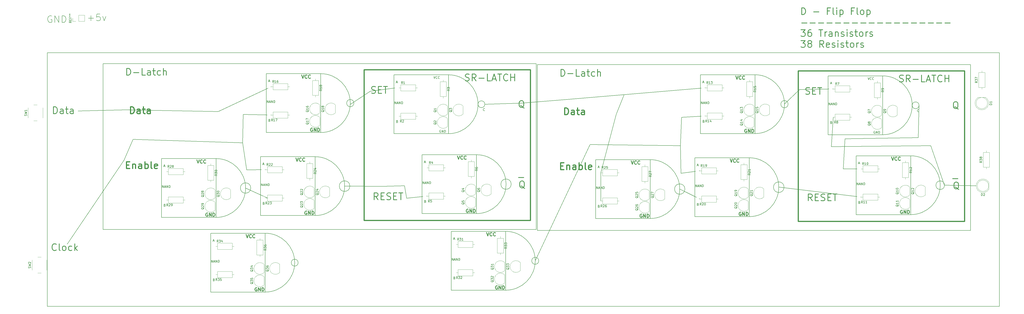
<source format=gto>
G04 #@! TF.GenerationSoftware,KiCad,Pcbnew,7.0.8*
G04 #@! TF.CreationDate,2023-12-22T21:17:41-07:00*
G04 #@! TF.ProjectId,Sandbox,53616e64-626f-4782-9e6b-696361645f70,rev?*
G04 #@! TF.SameCoordinates,Original*
G04 #@! TF.FileFunction,Legend,Top*
G04 #@! TF.FilePolarity,Positive*
%FSLAX46Y46*%
G04 Gerber Fmt 4.6, Leading zero omitted, Abs format (unit mm)*
G04 Created by KiCad (PCBNEW 7.0.8) date 2023-12-22 21:17:41*
%MOMM*%
%LPD*%
G01*
G04 APERTURE LIST*
%ADD10C,0.150000*%
%ADD11C,0.300000*%
%ADD12C,0.350000*%
%ADD13C,0.500000*%
%ADD14C,0.375000*%
%ADD15C,0.120000*%
%ADD16R,1.700000X1.700000*%
%ADD17O,1.700000X1.700000*%
%ADD18O,1.600000X1.600000*%
%ADD19C,1.600000*%
%ADD20O,1.500000X1.050000*%
%ADD21R,1.500000X1.050000*%
%ADD22C,1.800000*%
%ADD23R,1.800000X1.800000*%
%ADD24C,2.000000*%
G04 APERTURE END LIST*
D10*
X573000000Y-414750000D02*
X576500000Y-406000000D01*
X566190001Y-440450003D02*
X573000000Y-414750000D01*
X566190001Y-452950000D02*
X566190001Y-440450003D01*
X711500000Y-428500000D02*
X717567253Y-446000000D01*
X667750000Y-429000000D02*
X711500000Y-428500000D01*
X668550000Y-415950000D02*
X667750000Y-429000000D01*
X673000000Y-438750000D02*
X679750000Y-438750000D01*
X673750000Y-425500000D02*
X673000000Y-438750000D01*
X706000000Y-425000000D02*
X673750000Y-425500000D01*
X706340000Y-410700000D02*
X706000000Y-425000000D01*
X653750000Y-403750000D02*
X668550000Y-403450001D01*
X647090000Y-410200000D02*
X653750000Y-403750000D01*
X526750198Y-445530000D02*
G75*
G03*
X526750198Y-445530000I-2270198J0D01*
G01*
X324384398Y-371267914D02*
X324098684Y-371125057D01*
X324098684Y-371125057D02*
X323670112Y-371125057D01*
X323670112Y-371125057D02*
X323241541Y-371267914D01*
X323241541Y-371267914D02*
X322955826Y-371553628D01*
X322955826Y-371553628D02*
X322812969Y-371839342D01*
X322812969Y-371839342D02*
X322670112Y-372410771D01*
X322670112Y-372410771D02*
X322670112Y-372839342D01*
X322670112Y-372839342D02*
X322812969Y-373410771D01*
X322812969Y-373410771D02*
X322955826Y-373696485D01*
X322955826Y-373696485D02*
X323241541Y-373982200D01*
X323241541Y-373982200D02*
X323670112Y-374125057D01*
X323670112Y-374125057D02*
X323955826Y-374125057D01*
X323955826Y-374125057D02*
X324384398Y-373982200D01*
X324384398Y-373982200D02*
X324527255Y-373839342D01*
X324527255Y-373839342D02*
X324527255Y-372839342D01*
X324527255Y-372839342D02*
X323955826Y-372839342D01*
X325812969Y-374125057D02*
X325812969Y-371125057D01*
X325812969Y-371125057D02*
X327527255Y-374125057D01*
X327527255Y-374125057D02*
X327527255Y-371125057D01*
X328955826Y-374125057D02*
X328955826Y-371125057D01*
X328955826Y-371125057D02*
X329670112Y-371125057D01*
X329670112Y-371125057D02*
X330098683Y-371267914D01*
X330098683Y-371267914D02*
X330384398Y-371553628D01*
X330384398Y-371553628D02*
X330527255Y-371839342D01*
X330527255Y-371839342D02*
X330670112Y-372410771D01*
X330670112Y-372410771D02*
X330670112Y-372839342D01*
X330670112Y-372839342D02*
X330527255Y-373410771D01*
X330527255Y-373410771D02*
X330384398Y-373696485D01*
X330384398Y-373696485D02*
X330098683Y-373982200D01*
X330098683Y-373982200D02*
X329670112Y-374125057D01*
X329670112Y-374125057D02*
X328955826Y-374125057D01*
X340562969Y-372232200D02*
X342848684Y-372232200D01*
X341705826Y-373375057D02*
X341705826Y-371089342D01*
X345705827Y-370375057D02*
X344277255Y-370375057D01*
X344277255Y-370375057D02*
X344134398Y-371803628D01*
X344134398Y-371803628D02*
X344277255Y-371660771D01*
X344277255Y-371660771D02*
X344562970Y-371517914D01*
X344562970Y-371517914D02*
X345277255Y-371517914D01*
X345277255Y-371517914D02*
X345562970Y-371660771D01*
X345562970Y-371660771D02*
X345705827Y-371803628D01*
X345705827Y-371803628D02*
X345848684Y-372089342D01*
X345848684Y-372089342D02*
X345848684Y-372803628D01*
X345848684Y-372803628D02*
X345705827Y-373089342D01*
X345705827Y-373089342D02*
X345562970Y-373232200D01*
X345562970Y-373232200D02*
X345277255Y-373375057D01*
X345277255Y-373375057D02*
X344562970Y-373375057D01*
X344562970Y-373375057D02*
X344277255Y-373232200D01*
X344277255Y-373232200D02*
X344134398Y-373089342D01*
X346848684Y-371375057D02*
X347562970Y-373375057D01*
X347562970Y-373375057D02*
X348277255Y-371375057D01*
X480750000Y-451750000D02*
X489690001Y-450780000D01*
X479750000Y-446250000D02*
X480750000Y-451750000D01*
X470500000Y-446500000D02*
X479750000Y-446250000D01*
X453395000Y-446400000D02*
X470500000Y-446500000D01*
X409785000Y-447230000D02*
X419375001Y-451650000D01*
X410250000Y-439250000D02*
X418605001Y-439150004D01*
X408500000Y-427250000D02*
X410250000Y-439250000D01*
X408750000Y-414750000D02*
X421105001Y-414980001D01*
X408500000Y-427250000D02*
X408750000Y-414750000D01*
X360250000Y-425750000D02*
X408500000Y-427250000D01*
X356250000Y-435000000D02*
X360250000Y-425750000D01*
X331250000Y-472000000D02*
X356250000Y-435000000D01*
X601500000Y-440750000D02*
X609800001Y-439620003D01*
X601250000Y-428500000D02*
X601500000Y-440750000D01*
X601750000Y-416000000D02*
X612300001Y-415450000D01*
X601250000Y-428500000D02*
X601750000Y-416000000D01*
X561500000Y-428000000D02*
X601250000Y-428500000D01*
X537340000Y-479370000D02*
X561500000Y-428000000D01*
X717567253Y-446000000D02*
X731515000Y-446249538D01*
X717567254Y-446000000D02*
G75*
G03*
X717567254Y-446000000I-1892254J0D01*
G01*
X644590000Y-446870000D02*
X680885001Y-451250000D01*
X600980000Y-447700000D02*
X609800001Y-452120000D01*
D11*
X654661653Y-370627257D02*
X654661653Y-367627257D01*
X654661653Y-367627257D02*
X655375939Y-367627257D01*
X655375939Y-367627257D02*
X655804510Y-367770114D01*
X655804510Y-367770114D02*
X656090225Y-368055828D01*
X656090225Y-368055828D02*
X656233082Y-368341542D01*
X656233082Y-368341542D02*
X656375939Y-368912971D01*
X656375939Y-368912971D02*
X656375939Y-369341542D01*
X656375939Y-369341542D02*
X656233082Y-369912971D01*
X656233082Y-369912971D02*
X656090225Y-370198685D01*
X656090225Y-370198685D02*
X655804510Y-370484400D01*
X655804510Y-370484400D02*
X655375939Y-370627257D01*
X655375939Y-370627257D02*
X654661653Y-370627257D01*
X659947367Y-369484400D02*
X662233082Y-369484400D01*
X666947367Y-369055828D02*
X665947367Y-369055828D01*
X665947367Y-370627257D02*
X665947367Y-367627257D01*
X665947367Y-367627257D02*
X667375939Y-367627257D01*
X668947368Y-370627257D02*
X668661653Y-370484400D01*
X668661653Y-370484400D02*
X668518796Y-370198685D01*
X668518796Y-370198685D02*
X668518796Y-367627257D01*
X670090225Y-370627257D02*
X670090225Y-368627257D01*
X670090225Y-367627257D02*
X669947368Y-367770114D01*
X669947368Y-367770114D02*
X670090225Y-367912971D01*
X670090225Y-367912971D02*
X670233082Y-367770114D01*
X670233082Y-367770114D02*
X670090225Y-367627257D01*
X670090225Y-367627257D02*
X670090225Y-367912971D01*
X671518796Y-368627257D02*
X671518796Y-371627257D01*
X671518796Y-368770114D02*
X671804511Y-368627257D01*
X671804511Y-368627257D02*
X672375939Y-368627257D01*
X672375939Y-368627257D02*
X672661653Y-368770114D01*
X672661653Y-368770114D02*
X672804511Y-368912971D01*
X672804511Y-368912971D02*
X672947368Y-369198685D01*
X672947368Y-369198685D02*
X672947368Y-370055828D01*
X672947368Y-370055828D02*
X672804511Y-370341542D01*
X672804511Y-370341542D02*
X672661653Y-370484400D01*
X672661653Y-370484400D02*
X672375939Y-370627257D01*
X672375939Y-370627257D02*
X671804511Y-370627257D01*
X671804511Y-370627257D02*
X671518796Y-370484400D01*
X677518796Y-369055828D02*
X676518796Y-369055828D01*
X676518796Y-370627257D02*
X676518796Y-367627257D01*
X676518796Y-367627257D02*
X677947368Y-367627257D01*
X679518797Y-370627257D02*
X679233082Y-370484400D01*
X679233082Y-370484400D02*
X679090225Y-370198685D01*
X679090225Y-370198685D02*
X679090225Y-367627257D01*
X681090226Y-370627257D02*
X680804511Y-370484400D01*
X680804511Y-370484400D02*
X680661654Y-370341542D01*
X680661654Y-370341542D02*
X680518797Y-370055828D01*
X680518797Y-370055828D02*
X680518797Y-369198685D01*
X680518797Y-369198685D02*
X680661654Y-368912971D01*
X680661654Y-368912971D02*
X680804511Y-368770114D01*
X680804511Y-368770114D02*
X681090226Y-368627257D01*
X681090226Y-368627257D02*
X681518797Y-368627257D01*
X681518797Y-368627257D02*
X681804511Y-368770114D01*
X681804511Y-368770114D02*
X681947369Y-368912971D01*
X681947369Y-368912971D02*
X682090226Y-369198685D01*
X682090226Y-369198685D02*
X682090226Y-370055828D01*
X682090226Y-370055828D02*
X681947369Y-370341542D01*
X681947369Y-370341542D02*
X681804511Y-370484400D01*
X681804511Y-370484400D02*
X681518797Y-370627257D01*
X681518797Y-370627257D02*
X681090226Y-370627257D01*
X683375940Y-368627257D02*
X683375940Y-371627257D01*
X683375940Y-368770114D02*
X683661655Y-368627257D01*
X683661655Y-368627257D02*
X684233083Y-368627257D01*
X684233083Y-368627257D02*
X684518797Y-368770114D01*
X684518797Y-368770114D02*
X684661655Y-368912971D01*
X684661655Y-368912971D02*
X684804512Y-369198685D01*
X684804512Y-369198685D02*
X684804512Y-370055828D01*
X684804512Y-370055828D02*
X684661655Y-370341542D01*
X684661655Y-370341542D02*
X684518797Y-370484400D01*
X684518797Y-370484400D02*
X684233083Y-370627257D01*
X684233083Y-370627257D02*
X683661655Y-370627257D01*
X683661655Y-370627257D02*
X683375940Y-370484400D01*
X654661653Y-374314400D02*
X656947368Y-374314400D01*
X658375939Y-374314400D02*
X660661654Y-374314400D01*
X662090225Y-374314400D02*
X664375940Y-374314400D01*
X665804511Y-374314400D02*
X668090226Y-374314400D01*
X669518797Y-374314400D02*
X671804512Y-374314400D01*
X673233083Y-374314400D02*
X675518798Y-374314400D01*
X676947369Y-374314400D02*
X679233084Y-374314400D01*
X680661655Y-374314400D02*
X682947370Y-374314400D01*
X684375941Y-374314400D02*
X686661656Y-374314400D01*
X688090227Y-374314400D02*
X690375942Y-374314400D01*
X691804513Y-374314400D02*
X694090228Y-374314400D01*
X695518799Y-374314400D02*
X697804514Y-374314400D01*
X699233085Y-374314400D02*
X701518800Y-374314400D01*
X702947371Y-374314400D02*
X705233086Y-374314400D01*
X706661657Y-374314400D02*
X708947372Y-374314400D01*
X710375943Y-374314400D02*
X712661658Y-374314400D01*
X714090229Y-374314400D02*
X716375944Y-374314400D01*
X717804515Y-374314400D02*
X720090230Y-374314400D01*
X654375939Y-377287257D02*
X656233082Y-377287257D01*
X656233082Y-377287257D02*
X655233082Y-378430114D01*
X655233082Y-378430114D02*
X655661653Y-378430114D01*
X655661653Y-378430114D02*
X655947368Y-378572971D01*
X655947368Y-378572971D02*
X656090225Y-378715828D01*
X656090225Y-378715828D02*
X656233082Y-379001542D01*
X656233082Y-379001542D02*
X656233082Y-379715828D01*
X656233082Y-379715828D02*
X656090225Y-380001542D01*
X656090225Y-380001542D02*
X655947368Y-380144400D01*
X655947368Y-380144400D02*
X655661653Y-380287257D01*
X655661653Y-380287257D02*
X654804510Y-380287257D01*
X654804510Y-380287257D02*
X654518796Y-380144400D01*
X654518796Y-380144400D02*
X654375939Y-380001542D01*
X658804511Y-377287257D02*
X658233082Y-377287257D01*
X658233082Y-377287257D02*
X657947368Y-377430114D01*
X657947368Y-377430114D02*
X657804511Y-377572971D01*
X657804511Y-377572971D02*
X657518796Y-378001542D01*
X657518796Y-378001542D02*
X657375939Y-378572971D01*
X657375939Y-378572971D02*
X657375939Y-379715828D01*
X657375939Y-379715828D02*
X657518796Y-380001542D01*
X657518796Y-380001542D02*
X657661653Y-380144400D01*
X657661653Y-380144400D02*
X657947368Y-380287257D01*
X657947368Y-380287257D02*
X658518796Y-380287257D01*
X658518796Y-380287257D02*
X658804511Y-380144400D01*
X658804511Y-380144400D02*
X658947368Y-380001542D01*
X658947368Y-380001542D02*
X659090225Y-379715828D01*
X659090225Y-379715828D02*
X659090225Y-379001542D01*
X659090225Y-379001542D02*
X658947368Y-378715828D01*
X658947368Y-378715828D02*
X658804511Y-378572971D01*
X658804511Y-378572971D02*
X658518796Y-378430114D01*
X658518796Y-378430114D02*
X657947368Y-378430114D01*
X657947368Y-378430114D02*
X657661653Y-378572971D01*
X657661653Y-378572971D02*
X657518796Y-378715828D01*
X657518796Y-378715828D02*
X657375939Y-379001542D01*
X662233082Y-377287257D02*
X663947368Y-377287257D01*
X663090225Y-380287257D02*
X663090225Y-377287257D01*
X664947367Y-380287257D02*
X664947367Y-378287257D01*
X664947367Y-378858685D02*
X665090224Y-378572971D01*
X665090224Y-378572971D02*
X665233082Y-378430114D01*
X665233082Y-378430114D02*
X665518796Y-378287257D01*
X665518796Y-378287257D02*
X665804510Y-378287257D01*
X668090225Y-380287257D02*
X668090225Y-378715828D01*
X668090225Y-378715828D02*
X667947367Y-378430114D01*
X667947367Y-378430114D02*
X667661653Y-378287257D01*
X667661653Y-378287257D02*
X667090225Y-378287257D01*
X667090225Y-378287257D02*
X666804510Y-378430114D01*
X668090225Y-380144400D02*
X667804510Y-380287257D01*
X667804510Y-380287257D02*
X667090225Y-380287257D01*
X667090225Y-380287257D02*
X666804510Y-380144400D01*
X666804510Y-380144400D02*
X666661653Y-379858685D01*
X666661653Y-379858685D02*
X666661653Y-379572971D01*
X666661653Y-379572971D02*
X666804510Y-379287257D01*
X666804510Y-379287257D02*
X667090225Y-379144400D01*
X667090225Y-379144400D02*
X667804510Y-379144400D01*
X667804510Y-379144400D02*
X668090225Y-379001542D01*
X669518796Y-378287257D02*
X669518796Y-380287257D01*
X669518796Y-378572971D02*
X669661653Y-378430114D01*
X669661653Y-378430114D02*
X669947368Y-378287257D01*
X669947368Y-378287257D02*
X670375939Y-378287257D01*
X670375939Y-378287257D02*
X670661653Y-378430114D01*
X670661653Y-378430114D02*
X670804511Y-378715828D01*
X670804511Y-378715828D02*
X670804511Y-380287257D01*
X672090225Y-380144400D02*
X672375939Y-380287257D01*
X672375939Y-380287257D02*
X672947368Y-380287257D01*
X672947368Y-380287257D02*
X673233082Y-380144400D01*
X673233082Y-380144400D02*
X673375939Y-379858685D01*
X673375939Y-379858685D02*
X673375939Y-379715828D01*
X673375939Y-379715828D02*
X673233082Y-379430114D01*
X673233082Y-379430114D02*
X672947368Y-379287257D01*
X672947368Y-379287257D02*
X672518797Y-379287257D01*
X672518797Y-379287257D02*
X672233082Y-379144400D01*
X672233082Y-379144400D02*
X672090225Y-378858685D01*
X672090225Y-378858685D02*
X672090225Y-378715828D01*
X672090225Y-378715828D02*
X672233082Y-378430114D01*
X672233082Y-378430114D02*
X672518797Y-378287257D01*
X672518797Y-378287257D02*
X672947368Y-378287257D01*
X672947368Y-378287257D02*
X673233082Y-378430114D01*
X674661653Y-380287257D02*
X674661653Y-378287257D01*
X674661653Y-377287257D02*
X674518796Y-377430114D01*
X674518796Y-377430114D02*
X674661653Y-377572971D01*
X674661653Y-377572971D02*
X674804510Y-377430114D01*
X674804510Y-377430114D02*
X674661653Y-377287257D01*
X674661653Y-377287257D02*
X674661653Y-377572971D01*
X675947367Y-380144400D02*
X676233081Y-380287257D01*
X676233081Y-380287257D02*
X676804510Y-380287257D01*
X676804510Y-380287257D02*
X677090224Y-380144400D01*
X677090224Y-380144400D02*
X677233081Y-379858685D01*
X677233081Y-379858685D02*
X677233081Y-379715828D01*
X677233081Y-379715828D02*
X677090224Y-379430114D01*
X677090224Y-379430114D02*
X676804510Y-379287257D01*
X676804510Y-379287257D02*
X676375939Y-379287257D01*
X676375939Y-379287257D02*
X676090224Y-379144400D01*
X676090224Y-379144400D02*
X675947367Y-378858685D01*
X675947367Y-378858685D02*
X675947367Y-378715828D01*
X675947367Y-378715828D02*
X676090224Y-378430114D01*
X676090224Y-378430114D02*
X676375939Y-378287257D01*
X676375939Y-378287257D02*
X676804510Y-378287257D01*
X676804510Y-378287257D02*
X677090224Y-378430114D01*
X678090224Y-378287257D02*
X679233081Y-378287257D01*
X678518795Y-377287257D02*
X678518795Y-379858685D01*
X678518795Y-379858685D02*
X678661652Y-380144400D01*
X678661652Y-380144400D02*
X678947367Y-380287257D01*
X678947367Y-380287257D02*
X679233081Y-380287257D01*
X680661653Y-380287257D02*
X680375938Y-380144400D01*
X680375938Y-380144400D02*
X680233081Y-380001542D01*
X680233081Y-380001542D02*
X680090224Y-379715828D01*
X680090224Y-379715828D02*
X680090224Y-378858685D01*
X680090224Y-378858685D02*
X680233081Y-378572971D01*
X680233081Y-378572971D02*
X680375938Y-378430114D01*
X680375938Y-378430114D02*
X680661653Y-378287257D01*
X680661653Y-378287257D02*
X681090224Y-378287257D01*
X681090224Y-378287257D02*
X681375938Y-378430114D01*
X681375938Y-378430114D02*
X681518796Y-378572971D01*
X681518796Y-378572971D02*
X681661653Y-378858685D01*
X681661653Y-378858685D02*
X681661653Y-379715828D01*
X681661653Y-379715828D02*
X681518796Y-380001542D01*
X681518796Y-380001542D02*
X681375938Y-380144400D01*
X681375938Y-380144400D02*
X681090224Y-380287257D01*
X681090224Y-380287257D02*
X680661653Y-380287257D01*
X682947367Y-380287257D02*
X682947367Y-378287257D01*
X682947367Y-378858685D02*
X683090224Y-378572971D01*
X683090224Y-378572971D02*
X683233082Y-378430114D01*
X683233082Y-378430114D02*
X683518796Y-378287257D01*
X683518796Y-378287257D02*
X683804510Y-378287257D01*
X684661653Y-380144400D02*
X684947367Y-380287257D01*
X684947367Y-380287257D02*
X685518796Y-380287257D01*
X685518796Y-380287257D02*
X685804510Y-380144400D01*
X685804510Y-380144400D02*
X685947367Y-379858685D01*
X685947367Y-379858685D02*
X685947367Y-379715828D01*
X685947367Y-379715828D02*
X685804510Y-379430114D01*
X685804510Y-379430114D02*
X685518796Y-379287257D01*
X685518796Y-379287257D02*
X685090225Y-379287257D01*
X685090225Y-379287257D02*
X684804510Y-379144400D01*
X684804510Y-379144400D02*
X684661653Y-378858685D01*
X684661653Y-378858685D02*
X684661653Y-378715828D01*
X684661653Y-378715828D02*
X684804510Y-378430114D01*
X684804510Y-378430114D02*
X685090225Y-378287257D01*
X685090225Y-378287257D02*
X685518796Y-378287257D01*
X685518796Y-378287257D02*
X685804510Y-378430114D01*
X654375939Y-382117257D02*
X656233082Y-382117257D01*
X656233082Y-382117257D02*
X655233082Y-383260114D01*
X655233082Y-383260114D02*
X655661653Y-383260114D01*
X655661653Y-383260114D02*
X655947368Y-383402971D01*
X655947368Y-383402971D02*
X656090225Y-383545828D01*
X656090225Y-383545828D02*
X656233082Y-383831542D01*
X656233082Y-383831542D02*
X656233082Y-384545828D01*
X656233082Y-384545828D02*
X656090225Y-384831542D01*
X656090225Y-384831542D02*
X655947368Y-384974400D01*
X655947368Y-384974400D02*
X655661653Y-385117257D01*
X655661653Y-385117257D02*
X654804510Y-385117257D01*
X654804510Y-385117257D02*
X654518796Y-384974400D01*
X654518796Y-384974400D02*
X654375939Y-384831542D01*
X657947368Y-383402971D02*
X657661653Y-383260114D01*
X657661653Y-383260114D02*
X657518796Y-383117257D01*
X657518796Y-383117257D02*
X657375939Y-382831542D01*
X657375939Y-382831542D02*
X657375939Y-382688685D01*
X657375939Y-382688685D02*
X657518796Y-382402971D01*
X657518796Y-382402971D02*
X657661653Y-382260114D01*
X657661653Y-382260114D02*
X657947368Y-382117257D01*
X657947368Y-382117257D02*
X658518796Y-382117257D01*
X658518796Y-382117257D02*
X658804511Y-382260114D01*
X658804511Y-382260114D02*
X658947368Y-382402971D01*
X658947368Y-382402971D02*
X659090225Y-382688685D01*
X659090225Y-382688685D02*
X659090225Y-382831542D01*
X659090225Y-382831542D02*
X658947368Y-383117257D01*
X658947368Y-383117257D02*
X658804511Y-383260114D01*
X658804511Y-383260114D02*
X658518796Y-383402971D01*
X658518796Y-383402971D02*
X657947368Y-383402971D01*
X657947368Y-383402971D02*
X657661653Y-383545828D01*
X657661653Y-383545828D02*
X657518796Y-383688685D01*
X657518796Y-383688685D02*
X657375939Y-383974400D01*
X657375939Y-383974400D02*
X657375939Y-384545828D01*
X657375939Y-384545828D02*
X657518796Y-384831542D01*
X657518796Y-384831542D02*
X657661653Y-384974400D01*
X657661653Y-384974400D02*
X657947368Y-385117257D01*
X657947368Y-385117257D02*
X658518796Y-385117257D01*
X658518796Y-385117257D02*
X658804511Y-384974400D01*
X658804511Y-384974400D02*
X658947368Y-384831542D01*
X658947368Y-384831542D02*
X659090225Y-384545828D01*
X659090225Y-384545828D02*
X659090225Y-383974400D01*
X659090225Y-383974400D02*
X658947368Y-383688685D01*
X658947368Y-383688685D02*
X658804511Y-383545828D01*
X658804511Y-383545828D02*
X658518796Y-383402971D01*
X664375939Y-385117257D02*
X663375939Y-383688685D01*
X662661653Y-385117257D02*
X662661653Y-382117257D01*
X662661653Y-382117257D02*
X663804510Y-382117257D01*
X663804510Y-382117257D02*
X664090225Y-382260114D01*
X664090225Y-382260114D02*
X664233082Y-382402971D01*
X664233082Y-382402971D02*
X664375939Y-382688685D01*
X664375939Y-382688685D02*
X664375939Y-383117257D01*
X664375939Y-383117257D02*
X664233082Y-383402971D01*
X664233082Y-383402971D02*
X664090225Y-383545828D01*
X664090225Y-383545828D02*
X663804510Y-383688685D01*
X663804510Y-383688685D02*
X662661653Y-383688685D01*
X666804510Y-384974400D02*
X666518796Y-385117257D01*
X666518796Y-385117257D02*
X665947368Y-385117257D01*
X665947368Y-385117257D02*
X665661653Y-384974400D01*
X665661653Y-384974400D02*
X665518796Y-384688685D01*
X665518796Y-384688685D02*
X665518796Y-383545828D01*
X665518796Y-383545828D02*
X665661653Y-383260114D01*
X665661653Y-383260114D02*
X665947368Y-383117257D01*
X665947368Y-383117257D02*
X666518796Y-383117257D01*
X666518796Y-383117257D02*
X666804510Y-383260114D01*
X666804510Y-383260114D02*
X666947368Y-383545828D01*
X666947368Y-383545828D02*
X666947368Y-383831542D01*
X666947368Y-383831542D02*
X665518796Y-384117257D01*
X668090225Y-384974400D02*
X668375939Y-385117257D01*
X668375939Y-385117257D02*
X668947368Y-385117257D01*
X668947368Y-385117257D02*
X669233082Y-384974400D01*
X669233082Y-384974400D02*
X669375939Y-384688685D01*
X669375939Y-384688685D02*
X669375939Y-384545828D01*
X669375939Y-384545828D02*
X669233082Y-384260114D01*
X669233082Y-384260114D02*
X668947368Y-384117257D01*
X668947368Y-384117257D02*
X668518797Y-384117257D01*
X668518797Y-384117257D02*
X668233082Y-383974400D01*
X668233082Y-383974400D02*
X668090225Y-383688685D01*
X668090225Y-383688685D02*
X668090225Y-383545828D01*
X668090225Y-383545828D02*
X668233082Y-383260114D01*
X668233082Y-383260114D02*
X668518797Y-383117257D01*
X668518797Y-383117257D02*
X668947368Y-383117257D01*
X668947368Y-383117257D02*
X669233082Y-383260114D01*
X670661653Y-385117257D02*
X670661653Y-383117257D01*
X670661653Y-382117257D02*
X670518796Y-382260114D01*
X670518796Y-382260114D02*
X670661653Y-382402971D01*
X670661653Y-382402971D02*
X670804510Y-382260114D01*
X670804510Y-382260114D02*
X670661653Y-382117257D01*
X670661653Y-382117257D02*
X670661653Y-382402971D01*
X671947367Y-384974400D02*
X672233081Y-385117257D01*
X672233081Y-385117257D02*
X672804510Y-385117257D01*
X672804510Y-385117257D02*
X673090224Y-384974400D01*
X673090224Y-384974400D02*
X673233081Y-384688685D01*
X673233081Y-384688685D02*
X673233081Y-384545828D01*
X673233081Y-384545828D02*
X673090224Y-384260114D01*
X673090224Y-384260114D02*
X672804510Y-384117257D01*
X672804510Y-384117257D02*
X672375939Y-384117257D01*
X672375939Y-384117257D02*
X672090224Y-383974400D01*
X672090224Y-383974400D02*
X671947367Y-383688685D01*
X671947367Y-383688685D02*
X671947367Y-383545828D01*
X671947367Y-383545828D02*
X672090224Y-383260114D01*
X672090224Y-383260114D02*
X672375939Y-383117257D01*
X672375939Y-383117257D02*
X672804510Y-383117257D01*
X672804510Y-383117257D02*
X673090224Y-383260114D01*
X674090224Y-383117257D02*
X675233081Y-383117257D01*
X674518795Y-382117257D02*
X674518795Y-384688685D01*
X674518795Y-384688685D02*
X674661652Y-384974400D01*
X674661652Y-384974400D02*
X674947367Y-385117257D01*
X674947367Y-385117257D02*
X675233081Y-385117257D01*
X676661653Y-385117257D02*
X676375938Y-384974400D01*
X676375938Y-384974400D02*
X676233081Y-384831542D01*
X676233081Y-384831542D02*
X676090224Y-384545828D01*
X676090224Y-384545828D02*
X676090224Y-383688685D01*
X676090224Y-383688685D02*
X676233081Y-383402971D01*
X676233081Y-383402971D02*
X676375938Y-383260114D01*
X676375938Y-383260114D02*
X676661653Y-383117257D01*
X676661653Y-383117257D02*
X677090224Y-383117257D01*
X677090224Y-383117257D02*
X677375938Y-383260114D01*
X677375938Y-383260114D02*
X677518796Y-383402971D01*
X677518796Y-383402971D02*
X677661653Y-383688685D01*
X677661653Y-383688685D02*
X677661653Y-384545828D01*
X677661653Y-384545828D02*
X677518796Y-384831542D01*
X677518796Y-384831542D02*
X677375938Y-384974400D01*
X677375938Y-384974400D02*
X677090224Y-385117257D01*
X677090224Y-385117257D02*
X676661653Y-385117257D01*
X678947367Y-385117257D02*
X678947367Y-383117257D01*
X678947367Y-383688685D02*
X679090224Y-383402971D01*
X679090224Y-383402971D02*
X679233082Y-383260114D01*
X679233082Y-383260114D02*
X679518796Y-383117257D01*
X679518796Y-383117257D02*
X679804510Y-383117257D01*
X680661653Y-384974400D02*
X680947367Y-385117257D01*
X680947367Y-385117257D02*
X681518796Y-385117257D01*
X681518796Y-385117257D02*
X681804510Y-384974400D01*
X681804510Y-384974400D02*
X681947367Y-384688685D01*
X681947367Y-384688685D02*
X681947367Y-384545828D01*
X681947367Y-384545828D02*
X681804510Y-384260114D01*
X681804510Y-384260114D02*
X681518796Y-384117257D01*
X681518796Y-384117257D02*
X681090225Y-384117257D01*
X681090225Y-384117257D02*
X680804510Y-383974400D01*
X680804510Y-383974400D02*
X680661653Y-383688685D01*
X680661653Y-383688685D02*
X680661653Y-383545828D01*
X680661653Y-383545828D02*
X680804510Y-383260114D01*
X680804510Y-383260114D02*
X681090225Y-383117257D01*
X681090225Y-383117257D02*
X681518796Y-383117257D01*
X681518796Y-383117257D02*
X681804510Y-383260114D01*
D10*
X550250000Y-408250000D02*
X612300001Y-402950003D01*
X531250000Y-409750000D02*
X550250000Y-408250000D01*
X515145000Y-410230000D02*
X531250000Y-409750000D01*
X464750000Y-404500000D02*
X476250000Y-403000000D01*
X456000000Y-410250000D02*
X464750000Y-404500000D01*
X397750000Y-413500000D02*
X421105001Y-402480004D01*
X357000000Y-412750000D02*
X397750000Y-413500000D01*
X336000000Y-413250000D02*
X357000000Y-412750000D01*
D12*
X326408834Y-474578942D02*
X326265977Y-474721800D01*
X326265977Y-474721800D02*
X325837405Y-474864657D01*
X325837405Y-474864657D02*
X325551691Y-474864657D01*
X325551691Y-474864657D02*
X325123120Y-474721800D01*
X325123120Y-474721800D02*
X324837405Y-474436085D01*
X324837405Y-474436085D02*
X324694548Y-474150371D01*
X324694548Y-474150371D02*
X324551691Y-473578942D01*
X324551691Y-473578942D02*
X324551691Y-473150371D01*
X324551691Y-473150371D02*
X324694548Y-472578942D01*
X324694548Y-472578942D02*
X324837405Y-472293228D01*
X324837405Y-472293228D02*
X325123120Y-472007514D01*
X325123120Y-472007514D02*
X325551691Y-471864657D01*
X325551691Y-471864657D02*
X325837405Y-471864657D01*
X325837405Y-471864657D02*
X326265977Y-472007514D01*
X326265977Y-472007514D02*
X326408834Y-472150371D01*
X328123120Y-474864657D02*
X327837405Y-474721800D01*
X327837405Y-474721800D02*
X327694548Y-474436085D01*
X327694548Y-474436085D02*
X327694548Y-471864657D01*
X329694549Y-474864657D02*
X329408834Y-474721800D01*
X329408834Y-474721800D02*
X329265977Y-474578942D01*
X329265977Y-474578942D02*
X329123120Y-474293228D01*
X329123120Y-474293228D02*
X329123120Y-473436085D01*
X329123120Y-473436085D02*
X329265977Y-473150371D01*
X329265977Y-473150371D02*
X329408834Y-473007514D01*
X329408834Y-473007514D02*
X329694549Y-472864657D01*
X329694549Y-472864657D02*
X330123120Y-472864657D01*
X330123120Y-472864657D02*
X330408834Y-473007514D01*
X330408834Y-473007514D02*
X330551692Y-473150371D01*
X330551692Y-473150371D02*
X330694549Y-473436085D01*
X330694549Y-473436085D02*
X330694549Y-474293228D01*
X330694549Y-474293228D02*
X330551692Y-474578942D01*
X330551692Y-474578942D02*
X330408834Y-474721800D01*
X330408834Y-474721800D02*
X330123120Y-474864657D01*
X330123120Y-474864657D02*
X329694549Y-474864657D01*
X333265978Y-474721800D02*
X332980263Y-474864657D01*
X332980263Y-474864657D02*
X332408835Y-474864657D01*
X332408835Y-474864657D02*
X332123120Y-474721800D01*
X332123120Y-474721800D02*
X331980263Y-474578942D01*
X331980263Y-474578942D02*
X331837406Y-474293228D01*
X331837406Y-474293228D02*
X331837406Y-473436085D01*
X331837406Y-473436085D02*
X331980263Y-473150371D01*
X331980263Y-473150371D02*
X332123120Y-473007514D01*
X332123120Y-473007514D02*
X332408835Y-472864657D01*
X332408835Y-472864657D02*
X332980263Y-472864657D01*
X332980263Y-472864657D02*
X333265978Y-473007514D01*
X334551692Y-474864657D02*
X334551692Y-471864657D01*
X334837407Y-473721800D02*
X335694549Y-474864657D01*
X335694549Y-472864657D02*
X334551692Y-474007514D01*
X325194548Y-414364657D02*
X325194548Y-411364657D01*
X325194548Y-411364657D02*
X325908834Y-411364657D01*
X325908834Y-411364657D02*
X326337405Y-411507514D01*
X326337405Y-411507514D02*
X326623120Y-411793228D01*
X326623120Y-411793228D02*
X326765977Y-412078942D01*
X326765977Y-412078942D02*
X326908834Y-412650371D01*
X326908834Y-412650371D02*
X326908834Y-413078942D01*
X326908834Y-413078942D02*
X326765977Y-413650371D01*
X326765977Y-413650371D02*
X326623120Y-413936085D01*
X326623120Y-413936085D02*
X326337405Y-414221800D01*
X326337405Y-414221800D02*
X325908834Y-414364657D01*
X325908834Y-414364657D02*
X325194548Y-414364657D01*
X329480263Y-414364657D02*
X329480263Y-412793228D01*
X329480263Y-412793228D02*
X329337405Y-412507514D01*
X329337405Y-412507514D02*
X329051691Y-412364657D01*
X329051691Y-412364657D02*
X328480263Y-412364657D01*
X328480263Y-412364657D02*
X328194548Y-412507514D01*
X329480263Y-414221800D02*
X329194548Y-414364657D01*
X329194548Y-414364657D02*
X328480263Y-414364657D01*
X328480263Y-414364657D02*
X328194548Y-414221800D01*
X328194548Y-414221800D02*
X328051691Y-413936085D01*
X328051691Y-413936085D02*
X328051691Y-413650371D01*
X328051691Y-413650371D02*
X328194548Y-413364657D01*
X328194548Y-413364657D02*
X328480263Y-413221800D01*
X328480263Y-413221800D02*
X329194548Y-413221800D01*
X329194548Y-413221800D02*
X329480263Y-413078942D01*
X330480263Y-412364657D02*
X331623120Y-412364657D01*
X330908834Y-411364657D02*
X330908834Y-413936085D01*
X330908834Y-413936085D02*
X331051691Y-414221800D01*
X331051691Y-414221800D02*
X331337406Y-414364657D01*
X331337406Y-414364657D02*
X331623120Y-414364657D01*
X333908835Y-414364657D02*
X333908835Y-412793228D01*
X333908835Y-412793228D02*
X333765977Y-412507514D01*
X333765977Y-412507514D02*
X333480263Y-412364657D01*
X333480263Y-412364657D02*
X332908835Y-412364657D01*
X332908835Y-412364657D02*
X332623120Y-412507514D01*
X333908835Y-414221800D02*
X333623120Y-414364657D01*
X333623120Y-414364657D02*
X332908835Y-414364657D01*
X332908835Y-414364657D02*
X332623120Y-414221800D01*
X332623120Y-414221800D02*
X332480263Y-413936085D01*
X332480263Y-413936085D02*
X332480263Y-413650371D01*
X332480263Y-413650371D02*
X332623120Y-413364657D01*
X332623120Y-413364657D02*
X332908835Y-413221800D01*
X332908835Y-413221800D02*
X333623120Y-413221800D01*
X333623120Y-413221800D02*
X333908835Y-413078942D01*
D10*
X322500000Y-387500000D02*
X741750000Y-387500000D01*
X741750000Y-499500000D01*
X322500000Y-499500000D01*
X322500000Y-387500000D01*
X538875871Y-479370000D02*
G75*
G03*
X538875871Y-479370000I-1535871J0D01*
G01*
X432926820Y-480200000D02*
G75*
G03*
X432926820Y-480200000I-1511820J0D01*
G01*
X394415000Y-467200000D02*
X418415000Y-467200000D01*
X418415000Y-493200000D01*
X394415000Y-493200000D01*
X394415000Y-467200000D01*
X394751779Y-480069819D02*
X394751779Y-479069819D01*
X394751779Y-479069819D02*
X395323207Y-480069819D01*
X395323207Y-480069819D02*
X395323207Y-479069819D01*
X395751779Y-479784104D02*
X396227969Y-479784104D01*
X395656541Y-480069819D02*
X395989874Y-479069819D01*
X395989874Y-479069819D02*
X396323207Y-480069819D01*
X396656541Y-480069819D02*
X396656541Y-479069819D01*
X396656541Y-479069819D02*
X397227969Y-480069819D01*
X397227969Y-480069819D02*
X397227969Y-479069819D01*
X397704160Y-480069819D02*
X397704160Y-479069819D01*
X397704160Y-479069819D02*
X397942255Y-479069819D01*
X397942255Y-479069819D02*
X398085112Y-479117438D01*
X398085112Y-479117438D02*
X398180350Y-479212676D01*
X398180350Y-479212676D02*
X398227969Y-479307914D01*
X398227969Y-479307914D02*
X398275588Y-479498390D01*
X398275588Y-479498390D02*
X398275588Y-479641247D01*
X398275588Y-479641247D02*
X398227969Y-479831723D01*
X398227969Y-479831723D02*
X398180350Y-479926961D01*
X398180350Y-479926961D02*
X398085112Y-480022200D01*
X398085112Y-480022200D02*
X397942255Y-480069819D01*
X397942255Y-480069819D02*
X397704160Y-480069819D01*
D11*
X414755225Y-491322257D02*
X414612368Y-491250828D01*
X414612368Y-491250828D02*
X414398082Y-491250828D01*
X414398082Y-491250828D02*
X414183796Y-491322257D01*
X414183796Y-491322257D02*
X414040939Y-491465114D01*
X414040939Y-491465114D02*
X413969510Y-491607971D01*
X413969510Y-491607971D02*
X413898082Y-491893685D01*
X413898082Y-491893685D02*
X413898082Y-492107971D01*
X413898082Y-492107971D02*
X413969510Y-492393685D01*
X413969510Y-492393685D02*
X414040939Y-492536542D01*
X414040939Y-492536542D02*
X414183796Y-492679400D01*
X414183796Y-492679400D02*
X414398082Y-492750828D01*
X414398082Y-492750828D02*
X414540939Y-492750828D01*
X414540939Y-492750828D02*
X414755225Y-492679400D01*
X414755225Y-492679400D02*
X414826653Y-492607971D01*
X414826653Y-492607971D02*
X414826653Y-492107971D01*
X414826653Y-492107971D02*
X414540939Y-492107971D01*
X415469510Y-492750828D02*
X415469510Y-491250828D01*
X415469510Y-491250828D02*
X416326653Y-492750828D01*
X416326653Y-492750828D02*
X416326653Y-491250828D01*
X417040939Y-492750828D02*
X417040939Y-491250828D01*
X417040939Y-491250828D02*
X417398082Y-491250828D01*
X417398082Y-491250828D02*
X417612368Y-491322257D01*
X417612368Y-491322257D02*
X417755225Y-491465114D01*
X417755225Y-491465114D02*
X417826654Y-491607971D01*
X417826654Y-491607971D02*
X417898082Y-491893685D01*
X417898082Y-491893685D02*
X417898082Y-492107971D01*
X417898082Y-492107971D02*
X417826654Y-492393685D01*
X417826654Y-492393685D02*
X417755225Y-492536542D01*
X417755225Y-492536542D02*
X417612368Y-492679400D01*
X417612368Y-492679400D02*
X417398082Y-492750828D01*
X417398082Y-492750828D02*
X417040939Y-492750828D01*
X410005225Y-467750828D02*
X410505225Y-469250828D01*
X410505225Y-469250828D02*
X411005225Y-467750828D01*
X412362367Y-469107971D02*
X412290939Y-469179400D01*
X412290939Y-469179400D02*
X412076653Y-469250828D01*
X412076653Y-469250828D02*
X411933796Y-469250828D01*
X411933796Y-469250828D02*
X411719510Y-469179400D01*
X411719510Y-469179400D02*
X411576653Y-469036542D01*
X411576653Y-469036542D02*
X411505224Y-468893685D01*
X411505224Y-468893685D02*
X411433796Y-468607971D01*
X411433796Y-468607971D02*
X411433796Y-468393685D01*
X411433796Y-468393685D02*
X411505224Y-468107971D01*
X411505224Y-468107971D02*
X411576653Y-467965114D01*
X411576653Y-467965114D02*
X411719510Y-467822257D01*
X411719510Y-467822257D02*
X411933796Y-467750828D01*
X411933796Y-467750828D02*
X412076653Y-467750828D01*
X412076653Y-467750828D02*
X412290939Y-467822257D01*
X412290939Y-467822257D02*
X412362367Y-467893685D01*
X413862367Y-469107971D02*
X413790939Y-469179400D01*
X413790939Y-469179400D02*
X413576653Y-469250828D01*
X413576653Y-469250828D02*
X413433796Y-469250828D01*
X413433796Y-469250828D02*
X413219510Y-469179400D01*
X413219510Y-469179400D02*
X413076653Y-469036542D01*
X413076653Y-469036542D02*
X413005224Y-468893685D01*
X413005224Y-468893685D02*
X412933796Y-468607971D01*
X412933796Y-468607971D02*
X412933796Y-468393685D01*
X412933796Y-468393685D02*
X413005224Y-468107971D01*
X413005224Y-468107971D02*
X413076653Y-467965114D01*
X413076653Y-467965114D02*
X413219510Y-467822257D01*
X413219510Y-467822257D02*
X413433796Y-467750828D01*
X413433796Y-467750828D02*
X413576653Y-467750828D01*
X413576653Y-467750828D02*
X413790939Y-467822257D01*
X413790939Y-467822257D02*
X413862367Y-467893685D01*
D10*
X395454160Y-470534104D02*
X395930350Y-470534104D01*
X395358922Y-470819819D02*
X395692255Y-469819819D01*
X395692255Y-469819819D02*
X396025588Y-470819819D01*
X395835112Y-487796009D02*
X395977969Y-487843628D01*
X395977969Y-487843628D02*
X396025588Y-487891247D01*
X396025588Y-487891247D02*
X396073207Y-487986485D01*
X396073207Y-487986485D02*
X396073207Y-488129342D01*
X396073207Y-488129342D02*
X396025588Y-488224580D01*
X396025588Y-488224580D02*
X395977969Y-488272200D01*
X395977969Y-488272200D02*
X395882731Y-488319819D01*
X395882731Y-488319819D02*
X395501779Y-488319819D01*
X395501779Y-488319819D02*
X395501779Y-487319819D01*
X395501779Y-487319819D02*
X395835112Y-487319819D01*
X395835112Y-487319819D02*
X395930350Y-487367438D01*
X395930350Y-487367438D02*
X395977969Y-487415057D01*
X395977969Y-487415057D02*
X396025588Y-487510295D01*
X396025588Y-487510295D02*
X396025588Y-487605533D01*
X396025588Y-487605533D02*
X395977969Y-487700771D01*
X395977969Y-487700771D02*
X395930350Y-487748390D01*
X395930350Y-487748390D02*
X395835112Y-487796009D01*
X395835112Y-487796009D02*
X395501779Y-487796009D01*
X395454160Y-470534104D02*
X395930350Y-470534104D01*
X395358922Y-470819819D02*
X395692255Y-469819819D01*
X395692255Y-469819819D02*
X396025588Y-470819819D01*
X395835112Y-487796009D02*
X395977969Y-487843628D01*
X395977969Y-487843628D02*
X396025588Y-487891247D01*
X396025588Y-487891247D02*
X396073207Y-487986485D01*
X396073207Y-487986485D02*
X396073207Y-488129342D01*
X396073207Y-488129342D02*
X396025588Y-488224580D01*
X396025588Y-488224580D02*
X395977969Y-488272200D01*
X395977969Y-488272200D02*
X395882731Y-488319819D01*
X395882731Y-488319819D02*
X395501779Y-488319819D01*
X395501779Y-488319819D02*
X395501779Y-487319819D01*
X395501779Y-487319819D02*
X395835112Y-487319819D01*
X395835112Y-487319819D02*
X395930350Y-487367438D01*
X395930350Y-487367438D02*
X395977969Y-487415057D01*
X395977969Y-487415057D02*
X396025588Y-487510295D01*
X396025588Y-487510295D02*
X396025588Y-487605533D01*
X396025588Y-487605533D02*
X395977969Y-487700771D01*
X395977969Y-487700771D02*
X395930350Y-487748390D01*
X395930350Y-487748390D02*
X395835112Y-487796009D01*
X395835112Y-487796009D02*
X395501779Y-487796009D01*
X418415000Y-493200000D02*
G75*
G03*
X418415000Y-467200000I0J13000000D01*
G01*
X524340000Y-492370000D02*
G75*
G03*
X524340000Y-466370000I0J13000000D01*
G01*
X500340000Y-466370000D02*
X524340000Y-466370000D01*
X524340000Y-492370000D01*
X500340000Y-492370000D01*
X500340000Y-466370000D01*
X501760112Y-486966009D02*
X501902969Y-487013628D01*
X501902969Y-487013628D02*
X501950588Y-487061247D01*
X501950588Y-487061247D02*
X501998207Y-487156485D01*
X501998207Y-487156485D02*
X501998207Y-487299342D01*
X501998207Y-487299342D02*
X501950588Y-487394580D01*
X501950588Y-487394580D02*
X501902969Y-487442200D01*
X501902969Y-487442200D02*
X501807731Y-487489819D01*
X501807731Y-487489819D02*
X501426779Y-487489819D01*
X501426779Y-487489819D02*
X501426779Y-486489819D01*
X501426779Y-486489819D02*
X501760112Y-486489819D01*
X501760112Y-486489819D02*
X501855350Y-486537438D01*
X501855350Y-486537438D02*
X501902969Y-486585057D01*
X501902969Y-486585057D02*
X501950588Y-486680295D01*
X501950588Y-486680295D02*
X501950588Y-486775533D01*
X501950588Y-486775533D02*
X501902969Y-486870771D01*
X501902969Y-486870771D02*
X501855350Y-486918390D01*
X501855350Y-486918390D02*
X501760112Y-486966009D01*
X501760112Y-486966009D02*
X501426779Y-486966009D01*
X501379160Y-469704104D02*
X501855350Y-469704104D01*
X501283922Y-469989819D02*
X501617255Y-468989819D01*
X501617255Y-468989819D02*
X501950588Y-469989819D01*
X501760112Y-486966009D02*
X501902969Y-487013628D01*
X501902969Y-487013628D02*
X501950588Y-487061247D01*
X501950588Y-487061247D02*
X501998207Y-487156485D01*
X501998207Y-487156485D02*
X501998207Y-487299342D01*
X501998207Y-487299342D02*
X501950588Y-487394580D01*
X501950588Y-487394580D02*
X501902969Y-487442200D01*
X501902969Y-487442200D02*
X501807731Y-487489819D01*
X501807731Y-487489819D02*
X501426779Y-487489819D01*
X501426779Y-487489819D02*
X501426779Y-486489819D01*
X501426779Y-486489819D02*
X501760112Y-486489819D01*
X501760112Y-486489819D02*
X501855350Y-486537438D01*
X501855350Y-486537438D02*
X501902969Y-486585057D01*
X501902969Y-486585057D02*
X501950588Y-486680295D01*
X501950588Y-486680295D02*
X501950588Y-486775533D01*
X501950588Y-486775533D02*
X501902969Y-486870771D01*
X501902969Y-486870771D02*
X501855350Y-486918390D01*
X501855350Y-486918390D02*
X501760112Y-486966009D01*
X501760112Y-486966009D02*
X501426779Y-486966009D01*
X501379160Y-469704104D02*
X501855350Y-469704104D01*
X501283922Y-469989819D02*
X501617255Y-468989819D01*
X501617255Y-468989819D02*
X501950588Y-469989819D01*
D11*
X515930225Y-466920828D02*
X516430225Y-468420828D01*
X516430225Y-468420828D02*
X516930225Y-466920828D01*
X518287367Y-468277971D02*
X518215939Y-468349400D01*
X518215939Y-468349400D02*
X518001653Y-468420828D01*
X518001653Y-468420828D02*
X517858796Y-468420828D01*
X517858796Y-468420828D02*
X517644510Y-468349400D01*
X517644510Y-468349400D02*
X517501653Y-468206542D01*
X517501653Y-468206542D02*
X517430224Y-468063685D01*
X517430224Y-468063685D02*
X517358796Y-467777971D01*
X517358796Y-467777971D02*
X517358796Y-467563685D01*
X517358796Y-467563685D02*
X517430224Y-467277971D01*
X517430224Y-467277971D02*
X517501653Y-467135114D01*
X517501653Y-467135114D02*
X517644510Y-466992257D01*
X517644510Y-466992257D02*
X517858796Y-466920828D01*
X517858796Y-466920828D02*
X518001653Y-466920828D01*
X518001653Y-466920828D02*
X518215939Y-466992257D01*
X518215939Y-466992257D02*
X518287367Y-467063685D01*
X519787367Y-468277971D02*
X519715939Y-468349400D01*
X519715939Y-468349400D02*
X519501653Y-468420828D01*
X519501653Y-468420828D02*
X519358796Y-468420828D01*
X519358796Y-468420828D02*
X519144510Y-468349400D01*
X519144510Y-468349400D02*
X519001653Y-468206542D01*
X519001653Y-468206542D02*
X518930224Y-468063685D01*
X518930224Y-468063685D02*
X518858796Y-467777971D01*
X518858796Y-467777971D02*
X518858796Y-467563685D01*
X518858796Y-467563685D02*
X518930224Y-467277971D01*
X518930224Y-467277971D02*
X519001653Y-467135114D01*
X519001653Y-467135114D02*
X519144510Y-466992257D01*
X519144510Y-466992257D02*
X519358796Y-466920828D01*
X519358796Y-466920828D02*
X519501653Y-466920828D01*
X519501653Y-466920828D02*
X519715939Y-466992257D01*
X519715939Y-466992257D02*
X519787367Y-467063685D01*
X520680225Y-490492257D02*
X520537368Y-490420828D01*
X520537368Y-490420828D02*
X520323082Y-490420828D01*
X520323082Y-490420828D02*
X520108796Y-490492257D01*
X520108796Y-490492257D02*
X519965939Y-490635114D01*
X519965939Y-490635114D02*
X519894510Y-490777971D01*
X519894510Y-490777971D02*
X519823082Y-491063685D01*
X519823082Y-491063685D02*
X519823082Y-491277971D01*
X519823082Y-491277971D02*
X519894510Y-491563685D01*
X519894510Y-491563685D02*
X519965939Y-491706542D01*
X519965939Y-491706542D02*
X520108796Y-491849400D01*
X520108796Y-491849400D02*
X520323082Y-491920828D01*
X520323082Y-491920828D02*
X520465939Y-491920828D01*
X520465939Y-491920828D02*
X520680225Y-491849400D01*
X520680225Y-491849400D02*
X520751653Y-491777971D01*
X520751653Y-491777971D02*
X520751653Y-491277971D01*
X520751653Y-491277971D02*
X520465939Y-491277971D01*
X521394510Y-491920828D02*
X521394510Y-490420828D01*
X521394510Y-490420828D02*
X522251653Y-491920828D01*
X522251653Y-491920828D02*
X522251653Y-490420828D01*
X522965939Y-491920828D02*
X522965939Y-490420828D01*
X522965939Y-490420828D02*
X523323082Y-490420828D01*
X523323082Y-490420828D02*
X523537368Y-490492257D01*
X523537368Y-490492257D02*
X523680225Y-490635114D01*
X523680225Y-490635114D02*
X523751654Y-490777971D01*
X523751654Y-490777971D02*
X523823082Y-491063685D01*
X523823082Y-491063685D02*
X523823082Y-491277971D01*
X523823082Y-491277971D02*
X523751654Y-491563685D01*
X523751654Y-491563685D02*
X523680225Y-491706542D01*
X523680225Y-491706542D02*
X523537368Y-491849400D01*
X523537368Y-491849400D02*
X523323082Y-491920828D01*
X523323082Y-491920828D02*
X522965939Y-491920828D01*
D10*
X500676779Y-479239819D02*
X500676779Y-478239819D01*
X500676779Y-478239819D02*
X501248207Y-479239819D01*
X501248207Y-479239819D02*
X501248207Y-478239819D01*
X501676779Y-478954104D02*
X502152969Y-478954104D01*
X501581541Y-479239819D02*
X501914874Y-478239819D01*
X501914874Y-478239819D02*
X502248207Y-479239819D01*
X502581541Y-479239819D02*
X502581541Y-478239819D01*
X502581541Y-478239819D02*
X503152969Y-479239819D01*
X503152969Y-479239819D02*
X503152969Y-478239819D01*
X503629160Y-479239819D02*
X503629160Y-478239819D01*
X503629160Y-478239819D02*
X503867255Y-478239819D01*
X503867255Y-478239819D02*
X504010112Y-478287438D01*
X504010112Y-478287438D02*
X504105350Y-478382676D01*
X504105350Y-478382676D02*
X504152969Y-478477914D01*
X504152969Y-478477914D02*
X504200588Y-478668390D01*
X504200588Y-478668390D02*
X504200588Y-478811247D01*
X504200588Y-478811247D02*
X504152969Y-479001723D01*
X504152969Y-479001723D02*
X504105350Y-479096961D01*
X504105350Y-479096961D02*
X504010112Y-479192200D01*
X504010112Y-479192200D02*
X503867255Y-479239819D01*
X503867255Y-479239819D02*
X503629160Y-479239819D01*
D13*
X461980000Y-395030000D02*
X535230000Y-395030000D01*
X535230000Y-461530000D01*
X461980000Y-461530000D01*
X461980000Y-395030000D01*
D10*
X487480000Y-432530000D02*
X511480000Y-432530000D01*
X511480000Y-458530000D01*
X487480000Y-458530000D01*
X487480000Y-432530000D01*
X511480000Y-458530000D02*
G75*
G03*
X511480000Y-432530000I0J13000000D01*
G01*
X515145000Y-410230000D02*
G75*
G03*
X515145000Y-410230000I-1500000J0D01*
G01*
X499145000Y-423230000D02*
G75*
G03*
X499145000Y-397230000I0J13000000D01*
G01*
X475145000Y-397230000D02*
X499145000Y-397230000D01*
X499145000Y-423230000D01*
X475145000Y-423230000D01*
X475145000Y-397230000D01*
X418895000Y-396730000D02*
X442895000Y-396730000D01*
X442895000Y-422730000D01*
X418895000Y-422730000D01*
X418895000Y-396730000D01*
X442895000Y-422730000D02*
G75*
G03*
X442895000Y-396730000I0J13000000D01*
G01*
X416395000Y-433400000D02*
X440395000Y-433400000D01*
X440395000Y-459400000D01*
X416395000Y-459400000D01*
X416395000Y-433400000D01*
X440395000Y-459400000D02*
G75*
G03*
X440395000Y-433400000I0J13000000D01*
G01*
X372785000Y-434230000D02*
X396785000Y-434230000D01*
X396785000Y-460230000D01*
X372785000Y-460230000D01*
X372785000Y-434230000D01*
X396785000Y-460230000D02*
G75*
G03*
X396785000Y-434230000I0J13000000D01*
G01*
X457486006Y-409730000D02*
G75*
G03*
X457486006Y-409730000I-1591006J0D01*
G01*
X455725000Y-446400000D02*
G75*
G03*
X455725000Y-446400000I-2330000J0D01*
G01*
X412065088Y-447230000D02*
G75*
G03*
X412065088Y-447230000I-2280088J0D01*
G01*
X347055000Y-392280000D02*
X537805000Y-392280000D01*
X537805000Y-465530000D01*
X347055000Y-465530000D01*
X347055000Y-392280000D01*
D12*
X468138834Y-452394657D02*
X467138834Y-450966085D01*
X466424548Y-452394657D02*
X466424548Y-449394657D01*
X466424548Y-449394657D02*
X467567405Y-449394657D01*
X467567405Y-449394657D02*
X467853120Y-449537514D01*
X467853120Y-449537514D02*
X467995977Y-449680371D01*
X467995977Y-449680371D02*
X468138834Y-449966085D01*
X468138834Y-449966085D02*
X468138834Y-450394657D01*
X468138834Y-450394657D02*
X467995977Y-450680371D01*
X467995977Y-450680371D02*
X467853120Y-450823228D01*
X467853120Y-450823228D02*
X467567405Y-450966085D01*
X467567405Y-450966085D02*
X466424548Y-450966085D01*
X469424548Y-450823228D02*
X470424548Y-450823228D01*
X470853120Y-452394657D02*
X469424548Y-452394657D01*
X469424548Y-452394657D02*
X469424548Y-449394657D01*
X469424548Y-449394657D02*
X470853120Y-449394657D01*
X471995977Y-452251800D02*
X472424549Y-452394657D01*
X472424549Y-452394657D02*
X473138834Y-452394657D01*
X473138834Y-452394657D02*
X473424549Y-452251800D01*
X473424549Y-452251800D02*
X473567406Y-452108942D01*
X473567406Y-452108942D02*
X473710263Y-451823228D01*
X473710263Y-451823228D02*
X473710263Y-451537514D01*
X473710263Y-451537514D02*
X473567406Y-451251800D01*
X473567406Y-451251800D02*
X473424549Y-451108942D01*
X473424549Y-451108942D02*
X473138834Y-450966085D01*
X473138834Y-450966085D02*
X472567406Y-450823228D01*
X472567406Y-450823228D02*
X472281691Y-450680371D01*
X472281691Y-450680371D02*
X472138834Y-450537514D01*
X472138834Y-450537514D02*
X471995977Y-450251800D01*
X471995977Y-450251800D02*
X471995977Y-449966085D01*
X471995977Y-449966085D02*
X472138834Y-449680371D01*
X472138834Y-449680371D02*
X472281691Y-449537514D01*
X472281691Y-449537514D02*
X472567406Y-449394657D01*
X472567406Y-449394657D02*
X473281691Y-449394657D01*
X473281691Y-449394657D02*
X473710263Y-449537514D01*
X474995977Y-450823228D02*
X475995977Y-450823228D01*
X476424549Y-452394657D02*
X474995977Y-452394657D01*
X474995977Y-452394657D02*
X474995977Y-449394657D01*
X474995977Y-449394657D02*
X476424549Y-449394657D01*
X477281692Y-449394657D02*
X478995978Y-449394657D01*
X478138835Y-452394657D02*
X478138835Y-449394657D01*
X465281691Y-405251800D02*
X465710263Y-405394657D01*
X465710263Y-405394657D02*
X466424548Y-405394657D01*
X466424548Y-405394657D02*
X466710263Y-405251800D01*
X466710263Y-405251800D02*
X466853120Y-405108942D01*
X466853120Y-405108942D02*
X466995977Y-404823228D01*
X466995977Y-404823228D02*
X466995977Y-404537514D01*
X466995977Y-404537514D02*
X466853120Y-404251800D01*
X466853120Y-404251800D02*
X466710263Y-404108942D01*
X466710263Y-404108942D02*
X466424548Y-403966085D01*
X466424548Y-403966085D02*
X465853120Y-403823228D01*
X465853120Y-403823228D02*
X465567405Y-403680371D01*
X465567405Y-403680371D02*
X465424548Y-403537514D01*
X465424548Y-403537514D02*
X465281691Y-403251800D01*
X465281691Y-403251800D02*
X465281691Y-402966085D01*
X465281691Y-402966085D02*
X465424548Y-402680371D01*
X465424548Y-402680371D02*
X465567405Y-402537514D01*
X465567405Y-402537514D02*
X465853120Y-402394657D01*
X465853120Y-402394657D02*
X466567405Y-402394657D01*
X466567405Y-402394657D02*
X466995977Y-402537514D01*
X468281691Y-403823228D02*
X469281691Y-403823228D01*
X469710263Y-405394657D02*
X468281691Y-405394657D01*
X468281691Y-405394657D02*
X468281691Y-402394657D01*
X468281691Y-402394657D02*
X469710263Y-402394657D01*
X470567406Y-402394657D02*
X472281692Y-402394657D01*
X471424549Y-405394657D02*
X471424549Y-402394657D01*
X529960263Y-442600371D02*
X532245977Y-442600371D01*
X532674548Y-447430371D02*
X532388834Y-447287514D01*
X532388834Y-447287514D02*
X532103120Y-447001800D01*
X532103120Y-447001800D02*
X531674548Y-446573228D01*
X531674548Y-446573228D02*
X531388834Y-446430371D01*
X531388834Y-446430371D02*
X531103120Y-446430371D01*
X531245977Y-447144657D02*
X530960263Y-447001800D01*
X530960263Y-447001800D02*
X530674548Y-446716085D01*
X530674548Y-446716085D02*
X530531691Y-446144657D01*
X530531691Y-446144657D02*
X530531691Y-445144657D01*
X530531691Y-445144657D02*
X530674548Y-444573228D01*
X530674548Y-444573228D02*
X530960263Y-444287514D01*
X530960263Y-444287514D02*
X531245977Y-444144657D01*
X531245977Y-444144657D02*
X531817405Y-444144657D01*
X531817405Y-444144657D02*
X532103120Y-444287514D01*
X532103120Y-444287514D02*
X532388834Y-444573228D01*
X532388834Y-444573228D02*
X532531691Y-445144657D01*
X532531691Y-445144657D02*
X532531691Y-446144657D01*
X532531691Y-446144657D02*
X532388834Y-446716085D01*
X532388834Y-446716085D02*
X532103120Y-447001800D01*
X532103120Y-447001800D02*
X531817405Y-447144657D01*
X531817405Y-447144657D02*
X531245977Y-447144657D01*
X532424548Y-411930371D02*
X532138834Y-411787514D01*
X532138834Y-411787514D02*
X531853120Y-411501800D01*
X531853120Y-411501800D02*
X531424548Y-411073228D01*
X531424548Y-411073228D02*
X531138834Y-410930371D01*
X531138834Y-410930371D02*
X530853120Y-410930371D01*
X530995977Y-411644657D02*
X530710263Y-411501800D01*
X530710263Y-411501800D02*
X530424548Y-411216085D01*
X530424548Y-411216085D02*
X530281691Y-410644657D01*
X530281691Y-410644657D02*
X530281691Y-409644657D01*
X530281691Y-409644657D02*
X530424548Y-409073228D01*
X530424548Y-409073228D02*
X530710263Y-408787514D01*
X530710263Y-408787514D02*
X530995977Y-408644657D01*
X530995977Y-408644657D02*
X531567405Y-408644657D01*
X531567405Y-408644657D02*
X531853120Y-408787514D01*
X531853120Y-408787514D02*
X532138834Y-409073228D01*
X532138834Y-409073228D02*
X532281691Y-409644657D01*
X532281691Y-409644657D02*
X532281691Y-410644657D01*
X532281691Y-410644657D02*
X532138834Y-411216085D01*
X532138834Y-411216085D02*
X531853120Y-411501800D01*
X531853120Y-411501800D02*
X531567405Y-411644657D01*
X531567405Y-411644657D02*
X530995977Y-411644657D01*
D14*
X506548138Y-399750500D02*
X506976710Y-399893357D01*
X506976710Y-399893357D02*
X507690995Y-399893357D01*
X507690995Y-399893357D02*
X507976710Y-399750500D01*
X507976710Y-399750500D02*
X508119567Y-399607642D01*
X508119567Y-399607642D02*
X508262424Y-399321928D01*
X508262424Y-399321928D02*
X508262424Y-399036214D01*
X508262424Y-399036214D02*
X508119567Y-398750500D01*
X508119567Y-398750500D02*
X507976710Y-398607642D01*
X507976710Y-398607642D02*
X507690995Y-398464785D01*
X507690995Y-398464785D02*
X507119567Y-398321928D01*
X507119567Y-398321928D02*
X506833852Y-398179071D01*
X506833852Y-398179071D02*
X506690995Y-398036214D01*
X506690995Y-398036214D02*
X506548138Y-397750500D01*
X506548138Y-397750500D02*
X506548138Y-397464785D01*
X506548138Y-397464785D02*
X506690995Y-397179071D01*
X506690995Y-397179071D02*
X506833852Y-397036214D01*
X506833852Y-397036214D02*
X507119567Y-396893357D01*
X507119567Y-396893357D02*
X507833852Y-396893357D01*
X507833852Y-396893357D02*
X508262424Y-397036214D01*
X511262424Y-399893357D02*
X510262424Y-398464785D01*
X509548138Y-399893357D02*
X509548138Y-396893357D01*
X509548138Y-396893357D02*
X510690995Y-396893357D01*
X510690995Y-396893357D02*
X510976710Y-397036214D01*
X510976710Y-397036214D02*
X511119567Y-397179071D01*
X511119567Y-397179071D02*
X511262424Y-397464785D01*
X511262424Y-397464785D02*
X511262424Y-397893357D01*
X511262424Y-397893357D02*
X511119567Y-398179071D01*
X511119567Y-398179071D02*
X510976710Y-398321928D01*
X510976710Y-398321928D02*
X510690995Y-398464785D01*
X510690995Y-398464785D02*
X509548138Y-398464785D01*
X512548138Y-398750500D02*
X514833853Y-398750500D01*
X517690996Y-399893357D02*
X516262424Y-399893357D01*
X516262424Y-399893357D02*
X516262424Y-396893357D01*
X518548138Y-399036214D02*
X519976710Y-399036214D01*
X518262424Y-399893357D02*
X519262424Y-396893357D01*
X519262424Y-396893357D02*
X520262424Y-399893357D01*
X520833853Y-396893357D02*
X522548139Y-396893357D01*
X521690996Y-399893357D02*
X521690996Y-396893357D01*
X525262424Y-399607642D02*
X525119567Y-399750500D01*
X525119567Y-399750500D02*
X524690995Y-399893357D01*
X524690995Y-399893357D02*
X524405281Y-399893357D01*
X524405281Y-399893357D02*
X523976710Y-399750500D01*
X523976710Y-399750500D02*
X523690995Y-399464785D01*
X523690995Y-399464785D02*
X523548138Y-399179071D01*
X523548138Y-399179071D02*
X523405281Y-398607642D01*
X523405281Y-398607642D02*
X523405281Y-398179071D01*
X523405281Y-398179071D02*
X523548138Y-397607642D01*
X523548138Y-397607642D02*
X523690995Y-397321928D01*
X523690995Y-397321928D02*
X523976710Y-397036214D01*
X523976710Y-397036214D02*
X524405281Y-396893357D01*
X524405281Y-396893357D02*
X524690995Y-396893357D01*
X524690995Y-396893357D02*
X525119567Y-397036214D01*
X525119567Y-397036214D02*
X525262424Y-397179071D01*
X526548138Y-399893357D02*
X526548138Y-396893357D01*
X526548138Y-398321928D02*
X528262424Y-398321928D01*
X528262424Y-399893357D02*
X528262424Y-396893357D01*
D10*
X487816779Y-445399819D02*
X487816779Y-444399819D01*
X487816779Y-444399819D02*
X488388207Y-445399819D01*
X488388207Y-445399819D02*
X488388207Y-444399819D01*
X488816779Y-445114104D02*
X489292969Y-445114104D01*
X488721541Y-445399819D02*
X489054874Y-444399819D01*
X489054874Y-444399819D02*
X489388207Y-445399819D01*
X489721541Y-445399819D02*
X489721541Y-444399819D01*
X489721541Y-444399819D02*
X490292969Y-445399819D01*
X490292969Y-445399819D02*
X490292969Y-444399819D01*
X490769160Y-445399819D02*
X490769160Y-444399819D01*
X490769160Y-444399819D02*
X491007255Y-444399819D01*
X491007255Y-444399819D02*
X491150112Y-444447438D01*
X491150112Y-444447438D02*
X491245350Y-444542676D01*
X491245350Y-444542676D02*
X491292969Y-444637914D01*
X491292969Y-444637914D02*
X491340588Y-444828390D01*
X491340588Y-444828390D02*
X491340588Y-444971247D01*
X491340588Y-444971247D02*
X491292969Y-445161723D01*
X491292969Y-445161723D02*
X491245350Y-445256961D01*
X491245350Y-445256961D02*
X491150112Y-445352200D01*
X491150112Y-445352200D02*
X491007255Y-445399819D01*
X491007255Y-445399819D02*
X490769160Y-445399819D01*
X475481779Y-410099819D02*
X475481779Y-409099819D01*
X475481779Y-409099819D02*
X476053207Y-410099819D01*
X476053207Y-410099819D02*
X476053207Y-409099819D01*
X476481779Y-409814104D02*
X476957969Y-409814104D01*
X476386541Y-410099819D02*
X476719874Y-409099819D01*
X476719874Y-409099819D02*
X477053207Y-410099819D01*
X477386541Y-410099819D02*
X477386541Y-409099819D01*
X477386541Y-409099819D02*
X477957969Y-410099819D01*
X477957969Y-410099819D02*
X477957969Y-409099819D01*
X478434160Y-410099819D02*
X478434160Y-409099819D01*
X478434160Y-409099819D02*
X478672255Y-409099819D01*
X478672255Y-409099819D02*
X478815112Y-409147438D01*
X478815112Y-409147438D02*
X478910350Y-409242676D01*
X478910350Y-409242676D02*
X478957969Y-409337914D01*
X478957969Y-409337914D02*
X479005588Y-409528390D01*
X479005588Y-409528390D02*
X479005588Y-409671247D01*
X479005588Y-409671247D02*
X478957969Y-409861723D01*
X478957969Y-409861723D02*
X478910350Y-409956961D01*
X478910350Y-409956961D02*
X478815112Y-410052200D01*
X478815112Y-410052200D02*
X478672255Y-410099819D01*
X478672255Y-410099819D02*
X478434160Y-410099819D01*
D11*
X507820225Y-456652257D02*
X507677368Y-456580828D01*
X507677368Y-456580828D02*
X507463082Y-456580828D01*
X507463082Y-456580828D02*
X507248796Y-456652257D01*
X507248796Y-456652257D02*
X507105939Y-456795114D01*
X507105939Y-456795114D02*
X507034510Y-456937971D01*
X507034510Y-456937971D02*
X506963082Y-457223685D01*
X506963082Y-457223685D02*
X506963082Y-457437971D01*
X506963082Y-457437971D02*
X507034510Y-457723685D01*
X507034510Y-457723685D02*
X507105939Y-457866542D01*
X507105939Y-457866542D02*
X507248796Y-458009400D01*
X507248796Y-458009400D02*
X507463082Y-458080828D01*
X507463082Y-458080828D02*
X507605939Y-458080828D01*
X507605939Y-458080828D02*
X507820225Y-458009400D01*
X507820225Y-458009400D02*
X507891653Y-457937971D01*
X507891653Y-457937971D02*
X507891653Y-457437971D01*
X507891653Y-457437971D02*
X507605939Y-457437971D01*
X508534510Y-458080828D02*
X508534510Y-456580828D01*
X508534510Y-456580828D02*
X509391653Y-458080828D01*
X509391653Y-458080828D02*
X509391653Y-456580828D01*
X510105939Y-458080828D02*
X510105939Y-456580828D01*
X510105939Y-456580828D02*
X510463082Y-456580828D01*
X510463082Y-456580828D02*
X510677368Y-456652257D01*
X510677368Y-456652257D02*
X510820225Y-456795114D01*
X510820225Y-456795114D02*
X510891654Y-456937971D01*
X510891654Y-456937971D02*
X510963082Y-457223685D01*
X510963082Y-457223685D02*
X510963082Y-457437971D01*
X510963082Y-457437971D02*
X510891654Y-457723685D01*
X510891654Y-457723685D02*
X510820225Y-457866542D01*
X510820225Y-457866542D02*
X510677368Y-458009400D01*
X510677368Y-458009400D02*
X510463082Y-458080828D01*
X510463082Y-458080828D02*
X510105939Y-458080828D01*
X503070225Y-433080828D02*
X503570225Y-434580828D01*
X503570225Y-434580828D02*
X504070225Y-433080828D01*
X505427367Y-434437971D02*
X505355939Y-434509400D01*
X505355939Y-434509400D02*
X505141653Y-434580828D01*
X505141653Y-434580828D02*
X504998796Y-434580828D01*
X504998796Y-434580828D02*
X504784510Y-434509400D01*
X504784510Y-434509400D02*
X504641653Y-434366542D01*
X504641653Y-434366542D02*
X504570224Y-434223685D01*
X504570224Y-434223685D02*
X504498796Y-433937971D01*
X504498796Y-433937971D02*
X504498796Y-433723685D01*
X504498796Y-433723685D02*
X504570224Y-433437971D01*
X504570224Y-433437971D02*
X504641653Y-433295114D01*
X504641653Y-433295114D02*
X504784510Y-433152257D01*
X504784510Y-433152257D02*
X504998796Y-433080828D01*
X504998796Y-433080828D02*
X505141653Y-433080828D01*
X505141653Y-433080828D02*
X505355939Y-433152257D01*
X505355939Y-433152257D02*
X505427367Y-433223685D01*
X506927367Y-434437971D02*
X506855939Y-434509400D01*
X506855939Y-434509400D02*
X506641653Y-434580828D01*
X506641653Y-434580828D02*
X506498796Y-434580828D01*
X506498796Y-434580828D02*
X506284510Y-434509400D01*
X506284510Y-434509400D02*
X506141653Y-434366542D01*
X506141653Y-434366542D02*
X506070224Y-434223685D01*
X506070224Y-434223685D02*
X505998796Y-433937971D01*
X505998796Y-433937971D02*
X505998796Y-433723685D01*
X505998796Y-433723685D02*
X506070224Y-433437971D01*
X506070224Y-433437971D02*
X506141653Y-433295114D01*
X506141653Y-433295114D02*
X506284510Y-433152257D01*
X506284510Y-433152257D02*
X506498796Y-433080828D01*
X506498796Y-433080828D02*
X506641653Y-433080828D01*
X506641653Y-433080828D02*
X506855939Y-433152257D01*
X506855939Y-433152257D02*
X506927367Y-433223685D01*
D10*
X495775588Y-421717438D02*
X495680350Y-421669819D01*
X495680350Y-421669819D02*
X495537493Y-421669819D01*
X495537493Y-421669819D02*
X495394636Y-421717438D01*
X495394636Y-421717438D02*
X495299398Y-421812676D01*
X495299398Y-421812676D02*
X495251779Y-421907914D01*
X495251779Y-421907914D02*
X495204160Y-422098390D01*
X495204160Y-422098390D02*
X495204160Y-422241247D01*
X495204160Y-422241247D02*
X495251779Y-422431723D01*
X495251779Y-422431723D02*
X495299398Y-422526961D01*
X495299398Y-422526961D02*
X495394636Y-422622200D01*
X495394636Y-422622200D02*
X495537493Y-422669819D01*
X495537493Y-422669819D02*
X495632731Y-422669819D01*
X495632731Y-422669819D02*
X495775588Y-422622200D01*
X495775588Y-422622200D02*
X495823207Y-422574580D01*
X495823207Y-422574580D02*
X495823207Y-422241247D01*
X495823207Y-422241247D02*
X495632731Y-422241247D01*
X496251779Y-422669819D02*
X496251779Y-421669819D01*
X496251779Y-421669819D02*
X496823207Y-422669819D01*
X496823207Y-422669819D02*
X496823207Y-421669819D01*
X497299398Y-422669819D02*
X497299398Y-421669819D01*
X497299398Y-421669819D02*
X497537493Y-421669819D01*
X497537493Y-421669819D02*
X497680350Y-421717438D01*
X497680350Y-421717438D02*
X497775588Y-421812676D01*
X497775588Y-421812676D02*
X497823207Y-421907914D01*
X497823207Y-421907914D02*
X497870826Y-422098390D01*
X497870826Y-422098390D02*
X497870826Y-422241247D01*
X497870826Y-422241247D02*
X497823207Y-422431723D01*
X497823207Y-422431723D02*
X497775588Y-422526961D01*
X497775588Y-422526961D02*
X497680350Y-422622200D01*
X497680350Y-422622200D02*
X497537493Y-422669819D01*
X497537493Y-422669819D02*
X497299398Y-422669819D01*
X492608922Y-397919819D02*
X492942255Y-398919819D01*
X492942255Y-398919819D02*
X493275588Y-397919819D01*
X494180350Y-398824580D02*
X494132731Y-398872200D01*
X494132731Y-398872200D02*
X493989874Y-398919819D01*
X493989874Y-398919819D02*
X493894636Y-398919819D01*
X493894636Y-398919819D02*
X493751779Y-398872200D01*
X493751779Y-398872200D02*
X493656541Y-398776961D01*
X493656541Y-398776961D02*
X493608922Y-398681723D01*
X493608922Y-398681723D02*
X493561303Y-398491247D01*
X493561303Y-398491247D02*
X493561303Y-398348390D01*
X493561303Y-398348390D02*
X493608922Y-398157914D01*
X493608922Y-398157914D02*
X493656541Y-398062676D01*
X493656541Y-398062676D02*
X493751779Y-397967438D01*
X493751779Y-397967438D02*
X493894636Y-397919819D01*
X493894636Y-397919819D02*
X493989874Y-397919819D01*
X493989874Y-397919819D02*
X494132731Y-397967438D01*
X494132731Y-397967438D02*
X494180350Y-398015057D01*
X495180350Y-398824580D02*
X495132731Y-398872200D01*
X495132731Y-398872200D02*
X494989874Y-398919819D01*
X494989874Y-398919819D02*
X494894636Y-398919819D01*
X494894636Y-398919819D02*
X494751779Y-398872200D01*
X494751779Y-398872200D02*
X494656541Y-398776961D01*
X494656541Y-398776961D02*
X494608922Y-398681723D01*
X494608922Y-398681723D02*
X494561303Y-398491247D01*
X494561303Y-398491247D02*
X494561303Y-398348390D01*
X494561303Y-398348390D02*
X494608922Y-398157914D01*
X494608922Y-398157914D02*
X494656541Y-398062676D01*
X494656541Y-398062676D02*
X494751779Y-397967438D01*
X494751779Y-397967438D02*
X494894636Y-397919819D01*
X494894636Y-397919819D02*
X494989874Y-397919819D01*
X494989874Y-397919819D02*
X495132731Y-397967438D01*
X495132731Y-397967438D02*
X495180350Y-398015057D01*
X488519160Y-435864104D02*
X488995350Y-435864104D01*
X488423922Y-436149819D02*
X488757255Y-435149819D01*
X488757255Y-435149819D02*
X489090588Y-436149819D01*
X488900112Y-453126009D02*
X489042969Y-453173628D01*
X489042969Y-453173628D02*
X489090588Y-453221247D01*
X489090588Y-453221247D02*
X489138207Y-453316485D01*
X489138207Y-453316485D02*
X489138207Y-453459342D01*
X489138207Y-453459342D02*
X489090588Y-453554580D01*
X489090588Y-453554580D02*
X489042969Y-453602200D01*
X489042969Y-453602200D02*
X488947731Y-453649819D01*
X488947731Y-453649819D02*
X488566779Y-453649819D01*
X488566779Y-453649819D02*
X488566779Y-452649819D01*
X488566779Y-452649819D02*
X488900112Y-452649819D01*
X488900112Y-452649819D02*
X488995350Y-452697438D01*
X488995350Y-452697438D02*
X489042969Y-452745057D01*
X489042969Y-452745057D02*
X489090588Y-452840295D01*
X489090588Y-452840295D02*
X489090588Y-452935533D01*
X489090588Y-452935533D02*
X489042969Y-453030771D01*
X489042969Y-453030771D02*
X488995350Y-453078390D01*
X488995350Y-453078390D02*
X488900112Y-453126009D01*
X488900112Y-453126009D02*
X488566779Y-453126009D01*
X488519160Y-435864104D02*
X488995350Y-435864104D01*
X488423922Y-436149819D02*
X488757255Y-435149819D01*
X488757255Y-435149819D02*
X489090588Y-436149819D01*
X488900112Y-453126009D02*
X489042969Y-453173628D01*
X489042969Y-453173628D02*
X489090588Y-453221247D01*
X489090588Y-453221247D02*
X489138207Y-453316485D01*
X489138207Y-453316485D02*
X489138207Y-453459342D01*
X489138207Y-453459342D02*
X489090588Y-453554580D01*
X489090588Y-453554580D02*
X489042969Y-453602200D01*
X489042969Y-453602200D02*
X488947731Y-453649819D01*
X488947731Y-453649819D02*
X488566779Y-453649819D01*
X488566779Y-453649819D02*
X488566779Y-452649819D01*
X488566779Y-452649819D02*
X488900112Y-452649819D01*
X488900112Y-452649819D02*
X488995350Y-452697438D01*
X488995350Y-452697438D02*
X489042969Y-452745057D01*
X489042969Y-452745057D02*
X489090588Y-452840295D01*
X489090588Y-452840295D02*
X489090588Y-452935533D01*
X489090588Y-452935533D02*
X489042969Y-453030771D01*
X489042969Y-453030771D02*
X488995350Y-453078390D01*
X488995350Y-453078390D02*
X488900112Y-453126009D01*
X488900112Y-453126009D02*
X488566779Y-453126009D01*
X515053207Y-413004580D02*
X515005588Y-413052200D01*
X515005588Y-413052200D02*
X514862731Y-413099819D01*
X514862731Y-413099819D02*
X514767493Y-413099819D01*
X514767493Y-413099819D02*
X514624636Y-413052200D01*
X514624636Y-413052200D02*
X514529398Y-412956961D01*
X514529398Y-412956961D02*
X514481779Y-412861723D01*
X514481779Y-412861723D02*
X514434160Y-412671247D01*
X514434160Y-412671247D02*
X514434160Y-412528390D01*
X514434160Y-412528390D02*
X514481779Y-412337914D01*
X514481779Y-412337914D02*
X514529398Y-412242676D01*
X514529398Y-412242676D02*
X514624636Y-412147438D01*
X514624636Y-412147438D02*
X514767493Y-412099819D01*
X514767493Y-412099819D02*
X514862731Y-412099819D01*
X514862731Y-412099819D02*
X515005588Y-412147438D01*
X515005588Y-412147438D02*
X515053207Y-412195057D01*
X476565112Y-417826009D02*
X476707969Y-417873628D01*
X476707969Y-417873628D02*
X476755588Y-417921247D01*
X476755588Y-417921247D02*
X476803207Y-418016485D01*
X476803207Y-418016485D02*
X476803207Y-418159342D01*
X476803207Y-418159342D02*
X476755588Y-418254580D01*
X476755588Y-418254580D02*
X476707969Y-418302200D01*
X476707969Y-418302200D02*
X476612731Y-418349819D01*
X476612731Y-418349819D02*
X476231779Y-418349819D01*
X476231779Y-418349819D02*
X476231779Y-417349819D01*
X476231779Y-417349819D02*
X476565112Y-417349819D01*
X476565112Y-417349819D02*
X476660350Y-417397438D01*
X476660350Y-417397438D02*
X476707969Y-417445057D01*
X476707969Y-417445057D02*
X476755588Y-417540295D01*
X476755588Y-417540295D02*
X476755588Y-417635533D01*
X476755588Y-417635533D02*
X476707969Y-417730771D01*
X476707969Y-417730771D02*
X476660350Y-417778390D01*
X476660350Y-417778390D02*
X476565112Y-417826009D01*
X476565112Y-417826009D02*
X476231779Y-417826009D01*
X476184160Y-400564104D02*
X476660350Y-400564104D01*
X476088922Y-400849819D02*
X476422255Y-399849819D01*
X476422255Y-399849819D02*
X476755588Y-400849819D01*
X419231779Y-409599819D02*
X419231779Y-408599819D01*
X419231779Y-408599819D02*
X419803207Y-409599819D01*
X419803207Y-409599819D02*
X419803207Y-408599819D01*
X420231779Y-409314104D02*
X420707969Y-409314104D01*
X420136541Y-409599819D02*
X420469874Y-408599819D01*
X420469874Y-408599819D02*
X420803207Y-409599819D01*
X421136541Y-409599819D02*
X421136541Y-408599819D01*
X421136541Y-408599819D02*
X421707969Y-409599819D01*
X421707969Y-409599819D02*
X421707969Y-408599819D01*
X422184160Y-409599819D02*
X422184160Y-408599819D01*
X422184160Y-408599819D02*
X422422255Y-408599819D01*
X422422255Y-408599819D02*
X422565112Y-408647438D01*
X422565112Y-408647438D02*
X422660350Y-408742676D01*
X422660350Y-408742676D02*
X422707969Y-408837914D01*
X422707969Y-408837914D02*
X422755588Y-409028390D01*
X422755588Y-409028390D02*
X422755588Y-409171247D01*
X422755588Y-409171247D02*
X422707969Y-409361723D01*
X422707969Y-409361723D02*
X422660350Y-409456961D01*
X422660350Y-409456961D02*
X422565112Y-409552200D01*
X422565112Y-409552200D02*
X422422255Y-409599819D01*
X422422255Y-409599819D02*
X422184160Y-409599819D01*
D11*
X439235225Y-420852257D02*
X439092368Y-420780828D01*
X439092368Y-420780828D02*
X438878082Y-420780828D01*
X438878082Y-420780828D02*
X438663796Y-420852257D01*
X438663796Y-420852257D02*
X438520939Y-420995114D01*
X438520939Y-420995114D02*
X438449510Y-421137971D01*
X438449510Y-421137971D02*
X438378082Y-421423685D01*
X438378082Y-421423685D02*
X438378082Y-421637971D01*
X438378082Y-421637971D02*
X438449510Y-421923685D01*
X438449510Y-421923685D02*
X438520939Y-422066542D01*
X438520939Y-422066542D02*
X438663796Y-422209400D01*
X438663796Y-422209400D02*
X438878082Y-422280828D01*
X438878082Y-422280828D02*
X439020939Y-422280828D01*
X439020939Y-422280828D02*
X439235225Y-422209400D01*
X439235225Y-422209400D02*
X439306653Y-422137971D01*
X439306653Y-422137971D02*
X439306653Y-421637971D01*
X439306653Y-421637971D02*
X439020939Y-421637971D01*
X439949510Y-422280828D02*
X439949510Y-420780828D01*
X439949510Y-420780828D02*
X440806653Y-422280828D01*
X440806653Y-422280828D02*
X440806653Y-420780828D01*
X441520939Y-422280828D02*
X441520939Y-420780828D01*
X441520939Y-420780828D02*
X441878082Y-420780828D01*
X441878082Y-420780828D02*
X442092368Y-420852257D01*
X442092368Y-420852257D02*
X442235225Y-420995114D01*
X442235225Y-420995114D02*
X442306654Y-421137971D01*
X442306654Y-421137971D02*
X442378082Y-421423685D01*
X442378082Y-421423685D02*
X442378082Y-421637971D01*
X442378082Y-421637971D02*
X442306654Y-421923685D01*
X442306654Y-421923685D02*
X442235225Y-422066542D01*
X442235225Y-422066542D02*
X442092368Y-422209400D01*
X442092368Y-422209400D02*
X441878082Y-422280828D01*
X441878082Y-422280828D02*
X441520939Y-422280828D01*
X434485225Y-397280828D02*
X434985225Y-398780828D01*
X434985225Y-398780828D02*
X435485225Y-397280828D01*
X436842367Y-398637971D02*
X436770939Y-398709400D01*
X436770939Y-398709400D02*
X436556653Y-398780828D01*
X436556653Y-398780828D02*
X436413796Y-398780828D01*
X436413796Y-398780828D02*
X436199510Y-398709400D01*
X436199510Y-398709400D02*
X436056653Y-398566542D01*
X436056653Y-398566542D02*
X435985224Y-398423685D01*
X435985224Y-398423685D02*
X435913796Y-398137971D01*
X435913796Y-398137971D02*
X435913796Y-397923685D01*
X435913796Y-397923685D02*
X435985224Y-397637971D01*
X435985224Y-397637971D02*
X436056653Y-397495114D01*
X436056653Y-397495114D02*
X436199510Y-397352257D01*
X436199510Y-397352257D02*
X436413796Y-397280828D01*
X436413796Y-397280828D02*
X436556653Y-397280828D01*
X436556653Y-397280828D02*
X436770939Y-397352257D01*
X436770939Y-397352257D02*
X436842367Y-397423685D01*
X438342367Y-398637971D02*
X438270939Y-398709400D01*
X438270939Y-398709400D02*
X438056653Y-398780828D01*
X438056653Y-398780828D02*
X437913796Y-398780828D01*
X437913796Y-398780828D02*
X437699510Y-398709400D01*
X437699510Y-398709400D02*
X437556653Y-398566542D01*
X437556653Y-398566542D02*
X437485224Y-398423685D01*
X437485224Y-398423685D02*
X437413796Y-398137971D01*
X437413796Y-398137971D02*
X437413796Y-397923685D01*
X437413796Y-397923685D02*
X437485224Y-397637971D01*
X437485224Y-397637971D02*
X437556653Y-397495114D01*
X437556653Y-397495114D02*
X437699510Y-397352257D01*
X437699510Y-397352257D02*
X437913796Y-397280828D01*
X437913796Y-397280828D02*
X438056653Y-397280828D01*
X438056653Y-397280828D02*
X438270939Y-397352257D01*
X438270939Y-397352257D02*
X438342367Y-397423685D01*
D10*
X419934160Y-400064104D02*
X420410350Y-400064104D01*
X419838922Y-400349819D02*
X420172255Y-399349819D01*
X420172255Y-399349819D02*
X420505588Y-400349819D01*
X420315112Y-417326009D02*
X420457969Y-417373628D01*
X420457969Y-417373628D02*
X420505588Y-417421247D01*
X420505588Y-417421247D02*
X420553207Y-417516485D01*
X420553207Y-417516485D02*
X420553207Y-417659342D01*
X420553207Y-417659342D02*
X420505588Y-417754580D01*
X420505588Y-417754580D02*
X420457969Y-417802200D01*
X420457969Y-417802200D02*
X420362731Y-417849819D01*
X420362731Y-417849819D02*
X419981779Y-417849819D01*
X419981779Y-417849819D02*
X419981779Y-416849819D01*
X419981779Y-416849819D02*
X420315112Y-416849819D01*
X420315112Y-416849819D02*
X420410350Y-416897438D01*
X420410350Y-416897438D02*
X420457969Y-416945057D01*
X420457969Y-416945057D02*
X420505588Y-417040295D01*
X420505588Y-417040295D02*
X420505588Y-417135533D01*
X420505588Y-417135533D02*
X420457969Y-417230771D01*
X420457969Y-417230771D02*
X420410350Y-417278390D01*
X420410350Y-417278390D02*
X420315112Y-417326009D01*
X420315112Y-417326009D02*
X419981779Y-417326009D01*
X419934160Y-400064104D02*
X420410350Y-400064104D01*
X419838922Y-400349819D02*
X420172255Y-399349819D01*
X420172255Y-399349819D02*
X420505588Y-400349819D01*
X420315112Y-417326009D02*
X420457969Y-417373628D01*
X420457969Y-417373628D02*
X420505588Y-417421247D01*
X420505588Y-417421247D02*
X420553207Y-417516485D01*
X420553207Y-417516485D02*
X420553207Y-417659342D01*
X420553207Y-417659342D02*
X420505588Y-417754580D01*
X420505588Y-417754580D02*
X420457969Y-417802200D01*
X420457969Y-417802200D02*
X420362731Y-417849819D01*
X420362731Y-417849819D02*
X419981779Y-417849819D01*
X419981779Y-417849819D02*
X419981779Y-416849819D01*
X419981779Y-416849819D02*
X420315112Y-416849819D01*
X420315112Y-416849819D02*
X420410350Y-416897438D01*
X420410350Y-416897438D02*
X420457969Y-416945057D01*
X420457969Y-416945057D02*
X420505588Y-417040295D01*
X420505588Y-417040295D02*
X420505588Y-417135533D01*
X420505588Y-417135533D02*
X420457969Y-417230771D01*
X420457969Y-417230771D02*
X420410350Y-417278390D01*
X420410350Y-417278390D02*
X420315112Y-417326009D01*
X420315112Y-417326009D02*
X419981779Y-417326009D01*
X416731779Y-446269819D02*
X416731779Y-445269819D01*
X416731779Y-445269819D02*
X417303207Y-446269819D01*
X417303207Y-446269819D02*
X417303207Y-445269819D01*
X417731779Y-445984104D02*
X418207969Y-445984104D01*
X417636541Y-446269819D02*
X417969874Y-445269819D01*
X417969874Y-445269819D02*
X418303207Y-446269819D01*
X418636541Y-446269819D02*
X418636541Y-445269819D01*
X418636541Y-445269819D02*
X419207969Y-446269819D01*
X419207969Y-446269819D02*
X419207969Y-445269819D01*
X419684160Y-446269819D02*
X419684160Y-445269819D01*
X419684160Y-445269819D02*
X419922255Y-445269819D01*
X419922255Y-445269819D02*
X420065112Y-445317438D01*
X420065112Y-445317438D02*
X420160350Y-445412676D01*
X420160350Y-445412676D02*
X420207969Y-445507914D01*
X420207969Y-445507914D02*
X420255588Y-445698390D01*
X420255588Y-445698390D02*
X420255588Y-445841247D01*
X420255588Y-445841247D02*
X420207969Y-446031723D01*
X420207969Y-446031723D02*
X420160350Y-446126961D01*
X420160350Y-446126961D02*
X420065112Y-446222200D01*
X420065112Y-446222200D02*
X419922255Y-446269819D01*
X419922255Y-446269819D02*
X419684160Y-446269819D01*
D11*
X436735225Y-457522257D02*
X436592368Y-457450828D01*
X436592368Y-457450828D02*
X436378082Y-457450828D01*
X436378082Y-457450828D02*
X436163796Y-457522257D01*
X436163796Y-457522257D02*
X436020939Y-457665114D01*
X436020939Y-457665114D02*
X435949510Y-457807971D01*
X435949510Y-457807971D02*
X435878082Y-458093685D01*
X435878082Y-458093685D02*
X435878082Y-458307971D01*
X435878082Y-458307971D02*
X435949510Y-458593685D01*
X435949510Y-458593685D02*
X436020939Y-458736542D01*
X436020939Y-458736542D02*
X436163796Y-458879400D01*
X436163796Y-458879400D02*
X436378082Y-458950828D01*
X436378082Y-458950828D02*
X436520939Y-458950828D01*
X436520939Y-458950828D02*
X436735225Y-458879400D01*
X436735225Y-458879400D02*
X436806653Y-458807971D01*
X436806653Y-458807971D02*
X436806653Y-458307971D01*
X436806653Y-458307971D02*
X436520939Y-458307971D01*
X437449510Y-458950828D02*
X437449510Y-457450828D01*
X437449510Y-457450828D02*
X438306653Y-458950828D01*
X438306653Y-458950828D02*
X438306653Y-457450828D01*
X439020939Y-458950828D02*
X439020939Y-457450828D01*
X439020939Y-457450828D02*
X439378082Y-457450828D01*
X439378082Y-457450828D02*
X439592368Y-457522257D01*
X439592368Y-457522257D02*
X439735225Y-457665114D01*
X439735225Y-457665114D02*
X439806654Y-457807971D01*
X439806654Y-457807971D02*
X439878082Y-458093685D01*
X439878082Y-458093685D02*
X439878082Y-458307971D01*
X439878082Y-458307971D02*
X439806654Y-458593685D01*
X439806654Y-458593685D02*
X439735225Y-458736542D01*
X439735225Y-458736542D02*
X439592368Y-458879400D01*
X439592368Y-458879400D02*
X439378082Y-458950828D01*
X439378082Y-458950828D02*
X439020939Y-458950828D01*
X431985225Y-433950828D02*
X432485225Y-435450828D01*
X432485225Y-435450828D02*
X432985225Y-433950828D01*
X434342367Y-435307971D02*
X434270939Y-435379400D01*
X434270939Y-435379400D02*
X434056653Y-435450828D01*
X434056653Y-435450828D02*
X433913796Y-435450828D01*
X433913796Y-435450828D02*
X433699510Y-435379400D01*
X433699510Y-435379400D02*
X433556653Y-435236542D01*
X433556653Y-435236542D02*
X433485224Y-435093685D01*
X433485224Y-435093685D02*
X433413796Y-434807971D01*
X433413796Y-434807971D02*
X433413796Y-434593685D01*
X433413796Y-434593685D02*
X433485224Y-434307971D01*
X433485224Y-434307971D02*
X433556653Y-434165114D01*
X433556653Y-434165114D02*
X433699510Y-434022257D01*
X433699510Y-434022257D02*
X433913796Y-433950828D01*
X433913796Y-433950828D02*
X434056653Y-433950828D01*
X434056653Y-433950828D02*
X434270939Y-434022257D01*
X434270939Y-434022257D02*
X434342367Y-434093685D01*
X435842367Y-435307971D02*
X435770939Y-435379400D01*
X435770939Y-435379400D02*
X435556653Y-435450828D01*
X435556653Y-435450828D02*
X435413796Y-435450828D01*
X435413796Y-435450828D02*
X435199510Y-435379400D01*
X435199510Y-435379400D02*
X435056653Y-435236542D01*
X435056653Y-435236542D02*
X434985224Y-435093685D01*
X434985224Y-435093685D02*
X434913796Y-434807971D01*
X434913796Y-434807971D02*
X434913796Y-434593685D01*
X434913796Y-434593685D02*
X434985224Y-434307971D01*
X434985224Y-434307971D02*
X435056653Y-434165114D01*
X435056653Y-434165114D02*
X435199510Y-434022257D01*
X435199510Y-434022257D02*
X435413796Y-433950828D01*
X435413796Y-433950828D02*
X435556653Y-433950828D01*
X435556653Y-433950828D02*
X435770939Y-434022257D01*
X435770939Y-434022257D02*
X435842367Y-434093685D01*
D10*
X417434160Y-436734104D02*
X417910350Y-436734104D01*
X417338922Y-437019819D02*
X417672255Y-436019819D01*
X417672255Y-436019819D02*
X418005588Y-437019819D01*
X417815112Y-453996009D02*
X417957969Y-454043628D01*
X417957969Y-454043628D02*
X418005588Y-454091247D01*
X418005588Y-454091247D02*
X418053207Y-454186485D01*
X418053207Y-454186485D02*
X418053207Y-454329342D01*
X418053207Y-454329342D02*
X418005588Y-454424580D01*
X418005588Y-454424580D02*
X417957969Y-454472200D01*
X417957969Y-454472200D02*
X417862731Y-454519819D01*
X417862731Y-454519819D02*
X417481779Y-454519819D01*
X417481779Y-454519819D02*
X417481779Y-453519819D01*
X417481779Y-453519819D02*
X417815112Y-453519819D01*
X417815112Y-453519819D02*
X417910350Y-453567438D01*
X417910350Y-453567438D02*
X417957969Y-453615057D01*
X417957969Y-453615057D02*
X418005588Y-453710295D01*
X418005588Y-453710295D02*
X418005588Y-453805533D01*
X418005588Y-453805533D02*
X417957969Y-453900771D01*
X417957969Y-453900771D02*
X417910350Y-453948390D01*
X417910350Y-453948390D02*
X417815112Y-453996009D01*
X417815112Y-453996009D02*
X417481779Y-453996009D01*
X417434160Y-436734104D02*
X417910350Y-436734104D01*
X417338922Y-437019819D02*
X417672255Y-436019819D01*
X417672255Y-436019819D02*
X418005588Y-437019819D01*
X417815112Y-453996009D02*
X417957969Y-454043628D01*
X417957969Y-454043628D02*
X418005588Y-454091247D01*
X418005588Y-454091247D02*
X418053207Y-454186485D01*
X418053207Y-454186485D02*
X418053207Y-454329342D01*
X418053207Y-454329342D02*
X418005588Y-454424580D01*
X418005588Y-454424580D02*
X417957969Y-454472200D01*
X417957969Y-454472200D02*
X417862731Y-454519819D01*
X417862731Y-454519819D02*
X417481779Y-454519819D01*
X417481779Y-454519819D02*
X417481779Y-453519819D01*
X417481779Y-453519819D02*
X417815112Y-453519819D01*
X417815112Y-453519819D02*
X417910350Y-453567438D01*
X417910350Y-453567438D02*
X417957969Y-453615057D01*
X417957969Y-453615057D02*
X418005588Y-453710295D01*
X418005588Y-453710295D02*
X418005588Y-453805533D01*
X418005588Y-453805533D02*
X417957969Y-453900771D01*
X417957969Y-453900771D02*
X417910350Y-453948390D01*
X417910350Y-453948390D02*
X417815112Y-453996009D01*
X417815112Y-453996009D02*
X417481779Y-453996009D01*
X373121779Y-447099819D02*
X373121779Y-446099819D01*
X373121779Y-446099819D02*
X373693207Y-447099819D01*
X373693207Y-447099819D02*
X373693207Y-446099819D01*
X374121779Y-446814104D02*
X374597969Y-446814104D01*
X374026541Y-447099819D02*
X374359874Y-446099819D01*
X374359874Y-446099819D02*
X374693207Y-447099819D01*
X375026541Y-447099819D02*
X375026541Y-446099819D01*
X375026541Y-446099819D02*
X375597969Y-447099819D01*
X375597969Y-447099819D02*
X375597969Y-446099819D01*
X376074160Y-447099819D02*
X376074160Y-446099819D01*
X376074160Y-446099819D02*
X376312255Y-446099819D01*
X376312255Y-446099819D02*
X376455112Y-446147438D01*
X376455112Y-446147438D02*
X376550350Y-446242676D01*
X376550350Y-446242676D02*
X376597969Y-446337914D01*
X376597969Y-446337914D02*
X376645588Y-446528390D01*
X376645588Y-446528390D02*
X376645588Y-446671247D01*
X376645588Y-446671247D02*
X376597969Y-446861723D01*
X376597969Y-446861723D02*
X376550350Y-446956961D01*
X376550350Y-446956961D02*
X376455112Y-447052200D01*
X376455112Y-447052200D02*
X376312255Y-447099819D01*
X376312255Y-447099819D02*
X376074160Y-447099819D01*
D11*
X393125225Y-458352257D02*
X392982368Y-458280828D01*
X392982368Y-458280828D02*
X392768082Y-458280828D01*
X392768082Y-458280828D02*
X392553796Y-458352257D01*
X392553796Y-458352257D02*
X392410939Y-458495114D01*
X392410939Y-458495114D02*
X392339510Y-458637971D01*
X392339510Y-458637971D02*
X392268082Y-458923685D01*
X392268082Y-458923685D02*
X392268082Y-459137971D01*
X392268082Y-459137971D02*
X392339510Y-459423685D01*
X392339510Y-459423685D02*
X392410939Y-459566542D01*
X392410939Y-459566542D02*
X392553796Y-459709400D01*
X392553796Y-459709400D02*
X392768082Y-459780828D01*
X392768082Y-459780828D02*
X392910939Y-459780828D01*
X392910939Y-459780828D02*
X393125225Y-459709400D01*
X393125225Y-459709400D02*
X393196653Y-459637971D01*
X393196653Y-459637971D02*
X393196653Y-459137971D01*
X393196653Y-459137971D02*
X392910939Y-459137971D01*
X393839510Y-459780828D02*
X393839510Y-458280828D01*
X393839510Y-458280828D02*
X394696653Y-459780828D01*
X394696653Y-459780828D02*
X394696653Y-458280828D01*
X395410939Y-459780828D02*
X395410939Y-458280828D01*
X395410939Y-458280828D02*
X395768082Y-458280828D01*
X395768082Y-458280828D02*
X395982368Y-458352257D01*
X395982368Y-458352257D02*
X396125225Y-458495114D01*
X396125225Y-458495114D02*
X396196654Y-458637971D01*
X396196654Y-458637971D02*
X396268082Y-458923685D01*
X396268082Y-458923685D02*
X396268082Y-459137971D01*
X396268082Y-459137971D02*
X396196654Y-459423685D01*
X396196654Y-459423685D02*
X396125225Y-459566542D01*
X396125225Y-459566542D02*
X395982368Y-459709400D01*
X395982368Y-459709400D02*
X395768082Y-459780828D01*
X395768082Y-459780828D02*
X395410939Y-459780828D01*
X388375225Y-434780828D02*
X388875225Y-436280828D01*
X388875225Y-436280828D02*
X389375225Y-434780828D01*
X390732367Y-436137971D02*
X390660939Y-436209400D01*
X390660939Y-436209400D02*
X390446653Y-436280828D01*
X390446653Y-436280828D02*
X390303796Y-436280828D01*
X390303796Y-436280828D02*
X390089510Y-436209400D01*
X390089510Y-436209400D02*
X389946653Y-436066542D01*
X389946653Y-436066542D02*
X389875224Y-435923685D01*
X389875224Y-435923685D02*
X389803796Y-435637971D01*
X389803796Y-435637971D02*
X389803796Y-435423685D01*
X389803796Y-435423685D02*
X389875224Y-435137971D01*
X389875224Y-435137971D02*
X389946653Y-434995114D01*
X389946653Y-434995114D02*
X390089510Y-434852257D01*
X390089510Y-434852257D02*
X390303796Y-434780828D01*
X390303796Y-434780828D02*
X390446653Y-434780828D01*
X390446653Y-434780828D02*
X390660939Y-434852257D01*
X390660939Y-434852257D02*
X390732367Y-434923685D01*
X392232367Y-436137971D02*
X392160939Y-436209400D01*
X392160939Y-436209400D02*
X391946653Y-436280828D01*
X391946653Y-436280828D02*
X391803796Y-436280828D01*
X391803796Y-436280828D02*
X391589510Y-436209400D01*
X391589510Y-436209400D02*
X391446653Y-436066542D01*
X391446653Y-436066542D02*
X391375224Y-435923685D01*
X391375224Y-435923685D02*
X391303796Y-435637971D01*
X391303796Y-435637971D02*
X391303796Y-435423685D01*
X391303796Y-435423685D02*
X391375224Y-435137971D01*
X391375224Y-435137971D02*
X391446653Y-434995114D01*
X391446653Y-434995114D02*
X391589510Y-434852257D01*
X391589510Y-434852257D02*
X391803796Y-434780828D01*
X391803796Y-434780828D02*
X391946653Y-434780828D01*
X391946653Y-434780828D02*
X392160939Y-434852257D01*
X392160939Y-434852257D02*
X392232367Y-434923685D01*
D10*
X373824160Y-437564104D02*
X374300350Y-437564104D01*
X373728922Y-437849819D02*
X374062255Y-436849819D01*
X374062255Y-436849819D02*
X374395588Y-437849819D01*
X374205112Y-454826009D02*
X374347969Y-454873628D01*
X374347969Y-454873628D02*
X374395588Y-454921247D01*
X374395588Y-454921247D02*
X374443207Y-455016485D01*
X374443207Y-455016485D02*
X374443207Y-455159342D01*
X374443207Y-455159342D02*
X374395588Y-455254580D01*
X374395588Y-455254580D02*
X374347969Y-455302200D01*
X374347969Y-455302200D02*
X374252731Y-455349819D01*
X374252731Y-455349819D02*
X373871779Y-455349819D01*
X373871779Y-455349819D02*
X373871779Y-454349819D01*
X373871779Y-454349819D02*
X374205112Y-454349819D01*
X374205112Y-454349819D02*
X374300350Y-454397438D01*
X374300350Y-454397438D02*
X374347969Y-454445057D01*
X374347969Y-454445057D02*
X374395588Y-454540295D01*
X374395588Y-454540295D02*
X374395588Y-454635533D01*
X374395588Y-454635533D02*
X374347969Y-454730771D01*
X374347969Y-454730771D02*
X374300350Y-454778390D01*
X374300350Y-454778390D02*
X374205112Y-454826009D01*
X374205112Y-454826009D02*
X373871779Y-454826009D01*
X373824160Y-437564104D02*
X374300350Y-437564104D01*
X373728922Y-437849819D02*
X374062255Y-436849819D01*
X374062255Y-436849819D02*
X374395588Y-437849819D01*
X374205112Y-454826009D02*
X374347969Y-454873628D01*
X374347969Y-454873628D02*
X374395588Y-454921247D01*
X374395588Y-454921247D02*
X374443207Y-455016485D01*
X374443207Y-455016485D02*
X374443207Y-455159342D01*
X374443207Y-455159342D02*
X374395588Y-455254580D01*
X374395588Y-455254580D02*
X374347969Y-455302200D01*
X374347969Y-455302200D02*
X374252731Y-455349819D01*
X374252731Y-455349819D02*
X373871779Y-455349819D01*
X373871779Y-455349819D02*
X373871779Y-454349819D01*
X373871779Y-454349819D02*
X374205112Y-454349819D01*
X374205112Y-454349819D02*
X374300350Y-454397438D01*
X374300350Y-454397438D02*
X374347969Y-454445057D01*
X374347969Y-454445057D02*
X374395588Y-454540295D01*
X374395588Y-454540295D02*
X374395588Y-454635533D01*
X374395588Y-454635533D02*
X374347969Y-454730771D01*
X374347969Y-454730771D02*
X374300350Y-454778390D01*
X374300350Y-454778390D02*
X374205112Y-454826009D01*
X374205112Y-454826009D02*
X373871779Y-454826009D01*
D13*
X359098232Y-414386857D02*
X359098232Y-411386857D01*
X359098232Y-411386857D02*
X359812518Y-411386857D01*
X359812518Y-411386857D02*
X360241089Y-411529714D01*
X360241089Y-411529714D02*
X360526804Y-411815428D01*
X360526804Y-411815428D02*
X360669661Y-412101142D01*
X360669661Y-412101142D02*
X360812518Y-412672571D01*
X360812518Y-412672571D02*
X360812518Y-413101142D01*
X360812518Y-413101142D02*
X360669661Y-413672571D01*
X360669661Y-413672571D02*
X360526804Y-413958285D01*
X360526804Y-413958285D02*
X360241089Y-414244000D01*
X360241089Y-414244000D02*
X359812518Y-414386857D01*
X359812518Y-414386857D02*
X359098232Y-414386857D01*
X363383947Y-414386857D02*
X363383947Y-412815428D01*
X363383947Y-412815428D02*
X363241089Y-412529714D01*
X363241089Y-412529714D02*
X362955375Y-412386857D01*
X362955375Y-412386857D02*
X362383947Y-412386857D01*
X362383947Y-412386857D02*
X362098232Y-412529714D01*
X363383947Y-414244000D02*
X363098232Y-414386857D01*
X363098232Y-414386857D02*
X362383947Y-414386857D01*
X362383947Y-414386857D02*
X362098232Y-414244000D01*
X362098232Y-414244000D02*
X361955375Y-413958285D01*
X361955375Y-413958285D02*
X361955375Y-413672571D01*
X361955375Y-413672571D02*
X362098232Y-413386857D01*
X362098232Y-413386857D02*
X362383947Y-413244000D01*
X362383947Y-413244000D02*
X363098232Y-413244000D01*
X363098232Y-413244000D02*
X363383947Y-413101142D01*
X364383947Y-412386857D02*
X365526804Y-412386857D01*
X364812518Y-411386857D02*
X364812518Y-413958285D01*
X364812518Y-413958285D02*
X364955375Y-414244000D01*
X364955375Y-414244000D02*
X365241090Y-414386857D01*
X365241090Y-414386857D02*
X365526804Y-414386857D01*
X367812519Y-414386857D02*
X367812519Y-412815428D01*
X367812519Y-412815428D02*
X367669661Y-412529714D01*
X367669661Y-412529714D02*
X367383947Y-412386857D01*
X367383947Y-412386857D02*
X366812519Y-412386857D01*
X366812519Y-412386857D02*
X366526804Y-412529714D01*
X367812519Y-414244000D02*
X367526804Y-414386857D01*
X367526804Y-414386857D02*
X366812519Y-414386857D01*
X366812519Y-414386857D02*
X366526804Y-414244000D01*
X366526804Y-414244000D02*
X366383947Y-413958285D01*
X366383947Y-413958285D02*
X366383947Y-413672571D01*
X366383947Y-413672571D02*
X366526804Y-413386857D01*
X366526804Y-413386857D02*
X366812519Y-413244000D01*
X366812519Y-413244000D02*
X367526804Y-413244000D01*
X367526804Y-413244000D02*
X367812519Y-413101142D01*
X357348232Y-437065428D02*
X358348232Y-437065428D01*
X358776804Y-438636857D02*
X357348232Y-438636857D01*
X357348232Y-438636857D02*
X357348232Y-435636857D01*
X357348232Y-435636857D02*
X358776804Y-435636857D01*
X360062518Y-436636857D02*
X360062518Y-438636857D01*
X360062518Y-436922571D02*
X360205375Y-436779714D01*
X360205375Y-436779714D02*
X360491090Y-436636857D01*
X360491090Y-436636857D02*
X360919661Y-436636857D01*
X360919661Y-436636857D02*
X361205375Y-436779714D01*
X361205375Y-436779714D02*
X361348233Y-437065428D01*
X361348233Y-437065428D02*
X361348233Y-438636857D01*
X364062519Y-438636857D02*
X364062519Y-437065428D01*
X364062519Y-437065428D02*
X363919661Y-436779714D01*
X363919661Y-436779714D02*
X363633947Y-436636857D01*
X363633947Y-436636857D02*
X363062519Y-436636857D01*
X363062519Y-436636857D02*
X362776804Y-436779714D01*
X364062519Y-438494000D02*
X363776804Y-438636857D01*
X363776804Y-438636857D02*
X363062519Y-438636857D01*
X363062519Y-438636857D02*
X362776804Y-438494000D01*
X362776804Y-438494000D02*
X362633947Y-438208285D01*
X362633947Y-438208285D02*
X362633947Y-437922571D01*
X362633947Y-437922571D02*
X362776804Y-437636857D01*
X362776804Y-437636857D02*
X363062519Y-437494000D01*
X363062519Y-437494000D02*
X363776804Y-437494000D01*
X363776804Y-437494000D02*
X364062519Y-437351142D01*
X365491090Y-438636857D02*
X365491090Y-435636857D01*
X365491090Y-436779714D02*
X365776805Y-436636857D01*
X365776805Y-436636857D02*
X366348233Y-436636857D01*
X366348233Y-436636857D02*
X366633947Y-436779714D01*
X366633947Y-436779714D02*
X366776805Y-436922571D01*
X366776805Y-436922571D02*
X366919662Y-437208285D01*
X366919662Y-437208285D02*
X366919662Y-438065428D01*
X366919662Y-438065428D02*
X366776805Y-438351142D01*
X366776805Y-438351142D02*
X366633947Y-438494000D01*
X366633947Y-438494000D02*
X366348233Y-438636857D01*
X366348233Y-438636857D02*
X365776805Y-438636857D01*
X365776805Y-438636857D02*
X365491090Y-438494000D01*
X368633948Y-438636857D02*
X368348233Y-438494000D01*
X368348233Y-438494000D02*
X368205376Y-438208285D01*
X368205376Y-438208285D02*
X368205376Y-435636857D01*
X370919662Y-438494000D02*
X370633948Y-438636857D01*
X370633948Y-438636857D02*
X370062520Y-438636857D01*
X370062520Y-438636857D02*
X369776805Y-438494000D01*
X369776805Y-438494000D02*
X369633948Y-438208285D01*
X369633948Y-438208285D02*
X369633948Y-437065428D01*
X369633948Y-437065428D02*
X369776805Y-436779714D01*
X369776805Y-436779714D02*
X370062520Y-436636857D01*
X370062520Y-436636857D02*
X370633948Y-436636857D01*
X370633948Y-436636857D02*
X370919662Y-436779714D01*
X370919662Y-436779714D02*
X371062520Y-437065428D01*
X371062520Y-437065428D02*
X371062520Y-437351142D01*
X371062520Y-437351142D02*
X369633948Y-437636857D01*
D11*
X357466653Y-397397257D02*
X357466653Y-394397257D01*
X357466653Y-394397257D02*
X358180939Y-394397257D01*
X358180939Y-394397257D02*
X358609510Y-394540114D01*
X358609510Y-394540114D02*
X358895225Y-394825828D01*
X358895225Y-394825828D02*
X359038082Y-395111542D01*
X359038082Y-395111542D02*
X359180939Y-395682971D01*
X359180939Y-395682971D02*
X359180939Y-396111542D01*
X359180939Y-396111542D02*
X359038082Y-396682971D01*
X359038082Y-396682971D02*
X358895225Y-396968685D01*
X358895225Y-396968685D02*
X358609510Y-397254400D01*
X358609510Y-397254400D02*
X358180939Y-397397257D01*
X358180939Y-397397257D02*
X357466653Y-397397257D01*
X360466653Y-396254400D02*
X362752368Y-396254400D01*
X365609511Y-397397257D02*
X364180939Y-397397257D01*
X364180939Y-397397257D02*
X364180939Y-394397257D01*
X367895225Y-397397257D02*
X367895225Y-395825828D01*
X367895225Y-395825828D02*
X367752367Y-395540114D01*
X367752367Y-395540114D02*
X367466653Y-395397257D01*
X367466653Y-395397257D02*
X366895225Y-395397257D01*
X366895225Y-395397257D02*
X366609510Y-395540114D01*
X367895225Y-397254400D02*
X367609510Y-397397257D01*
X367609510Y-397397257D02*
X366895225Y-397397257D01*
X366895225Y-397397257D02*
X366609510Y-397254400D01*
X366609510Y-397254400D02*
X366466653Y-396968685D01*
X366466653Y-396968685D02*
X366466653Y-396682971D01*
X366466653Y-396682971D02*
X366609510Y-396397257D01*
X366609510Y-396397257D02*
X366895225Y-396254400D01*
X366895225Y-396254400D02*
X367609510Y-396254400D01*
X367609510Y-396254400D02*
X367895225Y-396111542D01*
X368895225Y-395397257D02*
X370038082Y-395397257D01*
X369323796Y-394397257D02*
X369323796Y-396968685D01*
X369323796Y-396968685D02*
X369466653Y-397254400D01*
X369466653Y-397254400D02*
X369752368Y-397397257D01*
X369752368Y-397397257D02*
X370038082Y-397397257D01*
X372323797Y-397254400D02*
X372038082Y-397397257D01*
X372038082Y-397397257D02*
X371466654Y-397397257D01*
X371466654Y-397397257D02*
X371180939Y-397254400D01*
X371180939Y-397254400D02*
X371038082Y-397111542D01*
X371038082Y-397111542D02*
X370895225Y-396825828D01*
X370895225Y-396825828D02*
X370895225Y-395968685D01*
X370895225Y-395968685D02*
X371038082Y-395682971D01*
X371038082Y-395682971D02*
X371180939Y-395540114D01*
X371180939Y-395540114D02*
X371466654Y-395397257D01*
X371466654Y-395397257D02*
X372038082Y-395397257D01*
X372038082Y-395397257D02*
X372323797Y-395540114D01*
X373609511Y-397397257D02*
X373609511Y-394397257D01*
X374895226Y-397397257D02*
X374895226Y-395825828D01*
X374895226Y-395825828D02*
X374752368Y-395540114D01*
X374752368Y-395540114D02*
X374466654Y-395397257D01*
X374466654Y-395397257D02*
X374038083Y-395397257D01*
X374038083Y-395397257D02*
X373752368Y-395540114D01*
X373752368Y-395540114D02*
X373609511Y-395682971D01*
X548661653Y-397867257D02*
X548661653Y-394867257D01*
X548661653Y-394867257D02*
X549375939Y-394867257D01*
X549375939Y-394867257D02*
X549804510Y-395010114D01*
X549804510Y-395010114D02*
X550090225Y-395295828D01*
X550090225Y-395295828D02*
X550233082Y-395581542D01*
X550233082Y-395581542D02*
X550375939Y-396152971D01*
X550375939Y-396152971D02*
X550375939Y-396581542D01*
X550375939Y-396581542D02*
X550233082Y-397152971D01*
X550233082Y-397152971D02*
X550090225Y-397438685D01*
X550090225Y-397438685D02*
X549804510Y-397724400D01*
X549804510Y-397724400D02*
X549375939Y-397867257D01*
X549375939Y-397867257D02*
X548661653Y-397867257D01*
X551661653Y-396724400D02*
X553947368Y-396724400D01*
X556804511Y-397867257D02*
X555375939Y-397867257D01*
X555375939Y-397867257D02*
X555375939Y-394867257D01*
X559090225Y-397867257D02*
X559090225Y-396295828D01*
X559090225Y-396295828D02*
X558947367Y-396010114D01*
X558947367Y-396010114D02*
X558661653Y-395867257D01*
X558661653Y-395867257D02*
X558090225Y-395867257D01*
X558090225Y-395867257D02*
X557804510Y-396010114D01*
X559090225Y-397724400D02*
X558804510Y-397867257D01*
X558804510Y-397867257D02*
X558090225Y-397867257D01*
X558090225Y-397867257D02*
X557804510Y-397724400D01*
X557804510Y-397724400D02*
X557661653Y-397438685D01*
X557661653Y-397438685D02*
X557661653Y-397152971D01*
X557661653Y-397152971D02*
X557804510Y-396867257D01*
X557804510Y-396867257D02*
X558090225Y-396724400D01*
X558090225Y-396724400D02*
X558804510Y-396724400D01*
X558804510Y-396724400D02*
X559090225Y-396581542D01*
X560090225Y-395867257D02*
X561233082Y-395867257D01*
X560518796Y-394867257D02*
X560518796Y-397438685D01*
X560518796Y-397438685D02*
X560661653Y-397724400D01*
X560661653Y-397724400D02*
X560947368Y-397867257D01*
X560947368Y-397867257D02*
X561233082Y-397867257D01*
X563518797Y-397724400D02*
X563233082Y-397867257D01*
X563233082Y-397867257D02*
X562661654Y-397867257D01*
X562661654Y-397867257D02*
X562375939Y-397724400D01*
X562375939Y-397724400D02*
X562233082Y-397581542D01*
X562233082Y-397581542D02*
X562090225Y-397295828D01*
X562090225Y-397295828D02*
X562090225Y-396438685D01*
X562090225Y-396438685D02*
X562233082Y-396152971D01*
X562233082Y-396152971D02*
X562375939Y-396010114D01*
X562375939Y-396010114D02*
X562661654Y-395867257D01*
X562661654Y-395867257D02*
X563233082Y-395867257D01*
X563233082Y-395867257D02*
X563518797Y-396010114D01*
X564804511Y-397867257D02*
X564804511Y-394867257D01*
X566090226Y-397867257D02*
X566090226Y-396295828D01*
X566090226Y-396295828D02*
X565947368Y-396010114D01*
X565947368Y-396010114D02*
X565661654Y-395867257D01*
X565661654Y-395867257D02*
X565233083Y-395867257D01*
X565233083Y-395867257D02*
X564947368Y-396010114D01*
X564947368Y-396010114D02*
X564804511Y-396152971D01*
D13*
X548543232Y-437535428D02*
X549543232Y-437535428D01*
X549971804Y-439106857D02*
X548543232Y-439106857D01*
X548543232Y-439106857D02*
X548543232Y-436106857D01*
X548543232Y-436106857D02*
X549971804Y-436106857D01*
X551257518Y-437106857D02*
X551257518Y-439106857D01*
X551257518Y-437392571D02*
X551400375Y-437249714D01*
X551400375Y-437249714D02*
X551686090Y-437106857D01*
X551686090Y-437106857D02*
X552114661Y-437106857D01*
X552114661Y-437106857D02*
X552400375Y-437249714D01*
X552400375Y-437249714D02*
X552543233Y-437535428D01*
X552543233Y-437535428D02*
X552543233Y-439106857D01*
X555257519Y-439106857D02*
X555257519Y-437535428D01*
X555257519Y-437535428D02*
X555114661Y-437249714D01*
X555114661Y-437249714D02*
X554828947Y-437106857D01*
X554828947Y-437106857D02*
X554257519Y-437106857D01*
X554257519Y-437106857D02*
X553971804Y-437249714D01*
X555257519Y-438964000D02*
X554971804Y-439106857D01*
X554971804Y-439106857D02*
X554257519Y-439106857D01*
X554257519Y-439106857D02*
X553971804Y-438964000D01*
X553971804Y-438964000D02*
X553828947Y-438678285D01*
X553828947Y-438678285D02*
X553828947Y-438392571D01*
X553828947Y-438392571D02*
X553971804Y-438106857D01*
X553971804Y-438106857D02*
X554257519Y-437964000D01*
X554257519Y-437964000D02*
X554971804Y-437964000D01*
X554971804Y-437964000D02*
X555257519Y-437821142D01*
X556686090Y-439106857D02*
X556686090Y-436106857D01*
X556686090Y-437249714D02*
X556971805Y-437106857D01*
X556971805Y-437106857D02*
X557543233Y-437106857D01*
X557543233Y-437106857D02*
X557828947Y-437249714D01*
X557828947Y-437249714D02*
X557971805Y-437392571D01*
X557971805Y-437392571D02*
X558114662Y-437678285D01*
X558114662Y-437678285D02*
X558114662Y-438535428D01*
X558114662Y-438535428D02*
X557971805Y-438821142D01*
X557971805Y-438821142D02*
X557828947Y-438964000D01*
X557828947Y-438964000D02*
X557543233Y-439106857D01*
X557543233Y-439106857D02*
X556971805Y-439106857D01*
X556971805Y-439106857D02*
X556686090Y-438964000D01*
X559828948Y-439106857D02*
X559543233Y-438964000D01*
X559543233Y-438964000D02*
X559400376Y-438678285D01*
X559400376Y-438678285D02*
X559400376Y-436106857D01*
X562114662Y-438964000D02*
X561828948Y-439106857D01*
X561828948Y-439106857D02*
X561257520Y-439106857D01*
X561257520Y-439106857D02*
X560971805Y-438964000D01*
X560971805Y-438964000D02*
X560828948Y-438678285D01*
X560828948Y-438678285D02*
X560828948Y-437535428D01*
X560828948Y-437535428D02*
X560971805Y-437249714D01*
X560971805Y-437249714D02*
X561257520Y-437106857D01*
X561257520Y-437106857D02*
X561828948Y-437106857D01*
X561828948Y-437106857D02*
X562114662Y-437249714D01*
X562114662Y-437249714D02*
X562257520Y-437535428D01*
X562257520Y-437535428D02*
X562257520Y-437821142D01*
X562257520Y-437821142D02*
X560828948Y-438106857D01*
X550293232Y-414856857D02*
X550293232Y-411856857D01*
X550293232Y-411856857D02*
X551007518Y-411856857D01*
X551007518Y-411856857D02*
X551436089Y-411999714D01*
X551436089Y-411999714D02*
X551721804Y-412285428D01*
X551721804Y-412285428D02*
X551864661Y-412571142D01*
X551864661Y-412571142D02*
X552007518Y-413142571D01*
X552007518Y-413142571D02*
X552007518Y-413571142D01*
X552007518Y-413571142D02*
X551864661Y-414142571D01*
X551864661Y-414142571D02*
X551721804Y-414428285D01*
X551721804Y-414428285D02*
X551436089Y-414714000D01*
X551436089Y-414714000D02*
X551007518Y-414856857D01*
X551007518Y-414856857D02*
X550293232Y-414856857D01*
X554578947Y-414856857D02*
X554578947Y-413285428D01*
X554578947Y-413285428D02*
X554436089Y-412999714D01*
X554436089Y-412999714D02*
X554150375Y-412856857D01*
X554150375Y-412856857D02*
X553578947Y-412856857D01*
X553578947Y-412856857D02*
X553293232Y-412999714D01*
X554578947Y-414714000D02*
X554293232Y-414856857D01*
X554293232Y-414856857D02*
X553578947Y-414856857D01*
X553578947Y-414856857D02*
X553293232Y-414714000D01*
X553293232Y-414714000D02*
X553150375Y-414428285D01*
X553150375Y-414428285D02*
X553150375Y-414142571D01*
X553150375Y-414142571D02*
X553293232Y-413856857D01*
X553293232Y-413856857D02*
X553578947Y-413714000D01*
X553578947Y-413714000D02*
X554293232Y-413714000D01*
X554293232Y-413714000D02*
X554578947Y-413571142D01*
X555578947Y-412856857D02*
X556721804Y-412856857D01*
X556007518Y-411856857D02*
X556007518Y-414428285D01*
X556007518Y-414428285D02*
X556150375Y-414714000D01*
X556150375Y-414714000D02*
X556436090Y-414856857D01*
X556436090Y-414856857D02*
X556721804Y-414856857D01*
X559007519Y-414856857D02*
X559007519Y-413285428D01*
X559007519Y-413285428D02*
X558864661Y-412999714D01*
X558864661Y-412999714D02*
X558578947Y-412856857D01*
X558578947Y-412856857D02*
X558007519Y-412856857D01*
X558007519Y-412856857D02*
X557721804Y-412999714D01*
X559007519Y-414714000D02*
X558721804Y-414856857D01*
X558721804Y-414856857D02*
X558007519Y-414856857D01*
X558007519Y-414856857D02*
X557721804Y-414714000D01*
X557721804Y-414714000D02*
X557578947Y-414428285D01*
X557578947Y-414428285D02*
X557578947Y-414142571D01*
X557578947Y-414142571D02*
X557721804Y-413856857D01*
X557721804Y-413856857D02*
X558007519Y-413714000D01*
X558007519Y-413714000D02*
X558721804Y-413714000D01*
X558721804Y-413714000D02*
X559007519Y-413571142D01*
D10*
X538250000Y-392750000D02*
X729000000Y-392750000D01*
X729000000Y-466000000D01*
X538250000Y-466000000D01*
X538250000Y-392750000D01*
X603260088Y-447700000D02*
G75*
G03*
X603260088Y-447700000I-2280088J0D01*
G01*
X646920000Y-446870000D02*
G75*
G03*
X646920000Y-446870000I-2330000J0D01*
G01*
X648681006Y-410200000D02*
G75*
G03*
X648681006Y-410200000I-1591006J0D01*
G01*
X587980000Y-460700000D02*
G75*
G03*
X587980000Y-434700000I0J13000000D01*
G01*
X563980000Y-434700000D02*
X587980000Y-434700000D01*
X587980000Y-460700000D01*
X563980000Y-460700000D01*
X563980000Y-434700000D01*
X631590000Y-459870000D02*
G75*
G03*
X631590000Y-433870000I0J13000000D01*
G01*
X607590000Y-433870000D02*
X631590000Y-433870000D01*
X631590000Y-459870000D01*
X607590000Y-459870000D01*
X607590000Y-433870000D01*
X634090000Y-423200000D02*
G75*
G03*
X634090000Y-397200000I0J13000000D01*
G01*
X610090000Y-397200000D02*
X634090000Y-397200000D01*
X634090000Y-423200000D01*
X610090000Y-423200000D01*
X610090000Y-397200000D01*
X565400112Y-455296009D02*
X565542969Y-455343628D01*
X565542969Y-455343628D02*
X565590588Y-455391247D01*
X565590588Y-455391247D02*
X565638207Y-455486485D01*
X565638207Y-455486485D02*
X565638207Y-455629342D01*
X565638207Y-455629342D02*
X565590588Y-455724580D01*
X565590588Y-455724580D02*
X565542969Y-455772200D01*
X565542969Y-455772200D02*
X565447731Y-455819819D01*
X565447731Y-455819819D02*
X565066779Y-455819819D01*
X565066779Y-455819819D02*
X565066779Y-454819819D01*
X565066779Y-454819819D02*
X565400112Y-454819819D01*
X565400112Y-454819819D02*
X565495350Y-454867438D01*
X565495350Y-454867438D02*
X565542969Y-454915057D01*
X565542969Y-454915057D02*
X565590588Y-455010295D01*
X565590588Y-455010295D02*
X565590588Y-455105533D01*
X565590588Y-455105533D02*
X565542969Y-455200771D01*
X565542969Y-455200771D02*
X565495350Y-455248390D01*
X565495350Y-455248390D02*
X565400112Y-455296009D01*
X565400112Y-455296009D02*
X565066779Y-455296009D01*
X565019160Y-438034104D02*
X565495350Y-438034104D01*
X564923922Y-438319819D02*
X565257255Y-437319819D01*
X565257255Y-437319819D02*
X565590588Y-438319819D01*
X565400112Y-455296009D02*
X565542969Y-455343628D01*
X565542969Y-455343628D02*
X565590588Y-455391247D01*
X565590588Y-455391247D02*
X565638207Y-455486485D01*
X565638207Y-455486485D02*
X565638207Y-455629342D01*
X565638207Y-455629342D02*
X565590588Y-455724580D01*
X565590588Y-455724580D02*
X565542969Y-455772200D01*
X565542969Y-455772200D02*
X565447731Y-455819819D01*
X565447731Y-455819819D02*
X565066779Y-455819819D01*
X565066779Y-455819819D02*
X565066779Y-454819819D01*
X565066779Y-454819819D02*
X565400112Y-454819819D01*
X565400112Y-454819819D02*
X565495350Y-454867438D01*
X565495350Y-454867438D02*
X565542969Y-454915057D01*
X565542969Y-454915057D02*
X565590588Y-455010295D01*
X565590588Y-455010295D02*
X565590588Y-455105533D01*
X565590588Y-455105533D02*
X565542969Y-455200771D01*
X565542969Y-455200771D02*
X565495350Y-455248390D01*
X565495350Y-455248390D02*
X565400112Y-455296009D01*
X565400112Y-455296009D02*
X565066779Y-455296009D01*
X565019160Y-438034104D02*
X565495350Y-438034104D01*
X564923922Y-438319819D02*
X565257255Y-437319819D01*
X565257255Y-437319819D02*
X565590588Y-438319819D01*
D11*
X579570225Y-435250828D02*
X580070225Y-436750828D01*
X580070225Y-436750828D02*
X580570225Y-435250828D01*
X581927367Y-436607971D02*
X581855939Y-436679400D01*
X581855939Y-436679400D02*
X581641653Y-436750828D01*
X581641653Y-436750828D02*
X581498796Y-436750828D01*
X581498796Y-436750828D02*
X581284510Y-436679400D01*
X581284510Y-436679400D02*
X581141653Y-436536542D01*
X581141653Y-436536542D02*
X581070224Y-436393685D01*
X581070224Y-436393685D02*
X580998796Y-436107971D01*
X580998796Y-436107971D02*
X580998796Y-435893685D01*
X580998796Y-435893685D02*
X581070224Y-435607971D01*
X581070224Y-435607971D02*
X581141653Y-435465114D01*
X581141653Y-435465114D02*
X581284510Y-435322257D01*
X581284510Y-435322257D02*
X581498796Y-435250828D01*
X581498796Y-435250828D02*
X581641653Y-435250828D01*
X581641653Y-435250828D02*
X581855939Y-435322257D01*
X581855939Y-435322257D02*
X581927367Y-435393685D01*
X583427367Y-436607971D02*
X583355939Y-436679400D01*
X583355939Y-436679400D02*
X583141653Y-436750828D01*
X583141653Y-436750828D02*
X582998796Y-436750828D01*
X582998796Y-436750828D02*
X582784510Y-436679400D01*
X582784510Y-436679400D02*
X582641653Y-436536542D01*
X582641653Y-436536542D02*
X582570224Y-436393685D01*
X582570224Y-436393685D02*
X582498796Y-436107971D01*
X582498796Y-436107971D02*
X582498796Y-435893685D01*
X582498796Y-435893685D02*
X582570224Y-435607971D01*
X582570224Y-435607971D02*
X582641653Y-435465114D01*
X582641653Y-435465114D02*
X582784510Y-435322257D01*
X582784510Y-435322257D02*
X582998796Y-435250828D01*
X582998796Y-435250828D02*
X583141653Y-435250828D01*
X583141653Y-435250828D02*
X583355939Y-435322257D01*
X583355939Y-435322257D02*
X583427367Y-435393685D01*
X584320225Y-458822257D02*
X584177368Y-458750828D01*
X584177368Y-458750828D02*
X583963082Y-458750828D01*
X583963082Y-458750828D02*
X583748796Y-458822257D01*
X583748796Y-458822257D02*
X583605939Y-458965114D01*
X583605939Y-458965114D02*
X583534510Y-459107971D01*
X583534510Y-459107971D02*
X583463082Y-459393685D01*
X583463082Y-459393685D02*
X583463082Y-459607971D01*
X583463082Y-459607971D02*
X583534510Y-459893685D01*
X583534510Y-459893685D02*
X583605939Y-460036542D01*
X583605939Y-460036542D02*
X583748796Y-460179400D01*
X583748796Y-460179400D02*
X583963082Y-460250828D01*
X583963082Y-460250828D02*
X584105939Y-460250828D01*
X584105939Y-460250828D02*
X584320225Y-460179400D01*
X584320225Y-460179400D02*
X584391653Y-460107971D01*
X584391653Y-460107971D02*
X584391653Y-459607971D01*
X584391653Y-459607971D02*
X584105939Y-459607971D01*
X585034510Y-460250828D02*
X585034510Y-458750828D01*
X585034510Y-458750828D02*
X585891653Y-460250828D01*
X585891653Y-460250828D02*
X585891653Y-458750828D01*
X586605939Y-460250828D02*
X586605939Y-458750828D01*
X586605939Y-458750828D02*
X586963082Y-458750828D01*
X586963082Y-458750828D02*
X587177368Y-458822257D01*
X587177368Y-458822257D02*
X587320225Y-458965114D01*
X587320225Y-458965114D02*
X587391654Y-459107971D01*
X587391654Y-459107971D02*
X587463082Y-459393685D01*
X587463082Y-459393685D02*
X587463082Y-459607971D01*
X587463082Y-459607971D02*
X587391654Y-459893685D01*
X587391654Y-459893685D02*
X587320225Y-460036542D01*
X587320225Y-460036542D02*
X587177368Y-460179400D01*
X587177368Y-460179400D02*
X586963082Y-460250828D01*
X586963082Y-460250828D02*
X586605939Y-460250828D01*
D10*
X564316779Y-447569819D02*
X564316779Y-446569819D01*
X564316779Y-446569819D02*
X564888207Y-447569819D01*
X564888207Y-447569819D02*
X564888207Y-446569819D01*
X565316779Y-447284104D02*
X565792969Y-447284104D01*
X565221541Y-447569819D02*
X565554874Y-446569819D01*
X565554874Y-446569819D02*
X565888207Y-447569819D01*
X566221541Y-447569819D02*
X566221541Y-446569819D01*
X566221541Y-446569819D02*
X566792969Y-447569819D01*
X566792969Y-447569819D02*
X566792969Y-446569819D01*
X567269160Y-447569819D02*
X567269160Y-446569819D01*
X567269160Y-446569819D02*
X567507255Y-446569819D01*
X567507255Y-446569819D02*
X567650112Y-446617438D01*
X567650112Y-446617438D02*
X567745350Y-446712676D01*
X567745350Y-446712676D02*
X567792969Y-446807914D01*
X567792969Y-446807914D02*
X567840588Y-446998390D01*
X567840588Y-446998390D02*
X567840588Y-447141247D01*
X567840588Y-447141247D02*
X567792969Y-447331723D01*
X567792969Y-447331723D02*
X567745350Y-447426961D01*
X567745350Y-447426961D02*
X567650112Y-447522200D01*
X567650112Y-447522200D02*
X567507255Y-447569819D01*
X567507255Y-447569819D02*
X567269160Y-447569819D01*
X609010112Y-454466009D02*
X609152969Y-454513628D01*
X609152969Y-454513628D02*
X609200588Y-454561247D01*
X609200588Y-454561247D02*
X609248207Y-454656485D01*
X609248207Y-454656485D02*
X609248207Y-454799342D01*
X609248207Y-454799342D02*
X609200588Y-454894580D01*
X609200588Y-454894580D02*
X609152969Y-454942200D01*
X609152969Y-454942200D02*
X609057731Y-454989819D01*
X609057731Y-454989819D02*
X608676779Y-454989819D01*
X608676779Y-454989819D02*
X608676779Y-453989819D01*
X608676779Y-453989819D02*
X609010112Y-453989819D01*
X609010112Y-453989819D02*
X609105350Y-454037438D01*
X609105350Y-454037438D02*
X609152969Y-454085057D01*
X609152969Y-454085057D02*
X609200588Y-454180295D01*
X609200588Y-454180295D02*
X609200588Y-454275533D01*
X609200588Y-454275533D02*
X609152969Y-454370771D01*
X609152969Y-454370771D02*
X609105350Y-454418390D01*
X609105350Y-454418390D02*
X609010112Y-454466009D01*
X609010112Y-454466009D02*
X608676779Y-454466009D01*
X608629160Y-437204104D02*
X609105350Y-437204104D01*
X608533922Y-437489819D02*
X608867255Y-436489819D01*
X608867255Y-436489819D02*
X609200588Y-437489819D01*
X609010112Y-454466009D02*
X609152969Y-454513628D01*
X609152969Y-454513628D02*
X609200588Y-454561247D01*
X609200588Y-454561247D02*
X609248207Y-454656485D01*
X609248207Y-454656485D02*
X609248207Y-454799342D01*
X609248207Y-454799342D02*
X609200588Y-454894580D01*
X609200588Y-454894580D02*
X609152969Y-454942200D01*
X609152969Y-454942200D02*
X609057731Y-454989819D01*
X609057731Y-454989819D02*
X608676779Y-454989819D01*
X608676779Y-454989819D02*
X608676779Y-453989819D01*
X608676779Y-453989819D02*
X609010112Y-453989819D01*
X609010112Y-453989819D02*
X609105350Y-454037438D01*
X609105350Y-454037438D02*
X609152969Y-454085057D01*
X609152969Y-454085057D02*
X609200588Y-454180295D01*
X609200588Y-454180295D02*
X609200588Y-454275533D01*
X609200588Y-454275533D02*
X609152969Y-454370771D01*
X609152969Y-454370771D02*
X609105350Y-454418390D01*
X609105350Y-454418390D02*
X609010112Y-454466009D01*
X609010112Y-454466009D02*
X608676779Y-454466009D01*
X608629160Y-437204104D02*
X609105350Y-437204104D01*
X608533922Y-437489819D02*
X608867255Y-436489819D01*
X608867255Y-436489819D02*
X609200588Y-437489819D01*
D11*
X623180225Y-434420828D02*
X623680225Y-435920828D01*
X623680225Y-435920828D02*
X624180225Y-434420828D01*
X625537367Y-435777971D02*
X625465939Y-435849400D01*
X625465939Y-435849400D02*
X625251653Y-435920828D01*
X625251653Y-435920828D02*
X625108796Y-435920828D01*
X625108796Y-435920828D02*
X624894510Y-435849400D01*
X624894510Y-435849400D02*
X624751653Y-435706542D01*
X624751653Y-435706542D02*
X624680224Y-435563685D01*
X624680224Y-435563685D02*
X624608796Y-435277971D01*
X624608796Y-435277971D02*
X624608796Y-435063685D01*
X624608796Y-435063685D02*
X624680224Y-434777971D01*
X624680224Y-434777971D02*
X624751653Y-434635114D01*
X624751653Y-434635114D02*
X624894510Y-434492257D01*
X624894510Y-434492257D02*
X625108796Y-434420828D01*
X625108796Y-434420828D02*
X625251653Y-434420828D01*
X625251653Y-434420828D02*
X625465939Y-434492257D01*
X625465939Y-434492257D02*
X625537367Y-434563685D01*
X627037367Y-435777971D02*
X626965939Y-435849400D01*
X626965939Y-435849400D02*
X626751653Y-435920828D01*
X626751653Y-435920828D02*
X626608796Y-435920828D01*
X626608796Y-435920828D02*
X626394510Y-435849400D01*
X626394510Y-435849400D02*
X626251653Y-435706542D01*
X626251653Y-435706542D02*
X626180224Y-435563685D01*
X626180224Y-435563685D02*
X626108796Y-435277971D01*
X626108796Y-435277971D02*
X626108796Y-435063685D01*
X626108796Y-435063685D02*
X626180224Y-434777971D01*
X626180224Y-434777971D02*
X626251653Y-434635114D01*
X626251653Y-434635114D02*
X626394510Y-434492257D01*
X626394510Y-434492257D02*
X626608796Y-434420828D01*
X626608796Y-434420828D02*
X626751653Y-434420828D01*
X626751653Y-434420828D02*
X626965939Y-434492257D01*
X626965939Y-434492257D02*
X627037367Y-434563685D01*
X627930225Y-457992257D02*
X627787368Y-457920828D01*
X627787368Y-457920828D02*
X627573082Y-457920828D01*
X627573082Y-457920828D02*
X627358796Y-457992257D01*
X627358796Y-457992257D02*
X627215939Y-458135114D01*
X627215939Y-458135114D02*
X627144510Y-458277971D01*
X627144510Y-458277971D02*
X627073082Y-458563685D01*
X627073082Y-458563685D02*
X627073082Y-458777971D01*
X627073082Y-458777971D02*
X627144510Y-459063685D01*
X627144510Y-459063685D02*
X627215939Y-459206542D01*
X627215939Y-459206542D02*
X627358796Y-459349400D01*
X627358796Y-459349400D02*
X627573082Y-459420828D01*
X627573082Y-459420828D02*
X627715939Y-459420828D01*
X627715939Y-459420828D02*
X627930225Y-459349400D01*
X627930225Y-459349400D02*
X628001653Y-459277971D01*
X628001653Y-459277971D02*
X628001653Y-458777971D01*
X628001653Y-458777971D02*
X627715939Y-458777971D01*
X628644510Y-459420828D02*
X628644510Y-457920828D01*
X628644510Y-457920828D02*
X629501653Y-459420828D01*
X629501653Y-459420828D02*
X629501653Y-457920828D01*
X630215939Y-459420828D02*
X630215939Y-457920828D01*
X630215939Y-457920828D02*
X630573082Y-457920828D01*
X630573082Y-457920828D02*
X630787368Y-457992257D01*
X630787368Y-457992257D02*
X630930225Y-458135114D01*
X630930225Y-458135114D02*
X631001654Y-458277971D01*
X631001654Y-458277971D02*
X631073082Y-458563685D01*
X631073082Y-458563685D02*
X631073082Y-458777971D01*
X631073082Y-458777971D02*
X631001654Y-459063685D01*
X631001654Y-459063685D02*
X630930225Y-459206542D01*
X630930225Y-459206542D02*
X630787368Y-459349400D01*
X630787368Y-459349400D02*
X630573082Y-459420828D01*
X630573082Y-459420828D02*
X630215939Y-459420828D01*
D10*
X607926779Y-446739819D02*
X607926779Y-445739819D01*
X607926779Y-445739819D02*
X608498207Y-446739819D01*
X608498207Y-446739819D02*
X608498207Y-445739819D01*
X608926779Y-446454104D02*
X609402969Y-446454104D01*
X608831541Y-446739819D02*
X609164874Y-445739819D01*
X609164874Y-445739819D02*
X609498207Y-446739819D01*
X609831541Y-446739819D02*
X609831541Y-445739819D01*
X609831541Y-445739819D02*
X610402969Y-446739819D01*
X610402969Y-446739819D02*
X610402969Y-445739819D01*
X610879160Y-446739819D02*
X610879160Y-445739819D01*
X610879160Y-445739819D02*
X611117255Y-445739819D01*
X611117255Y-445739819D02*
X611260112Y-445787438D01*
X611260112Y-445787438D02*
X611355350Y-445882676D01*
X611355350Y-445882676D02*
X611402969Y-445977914D01*
X611402969Y-445977914D02*
X611450588Y-446168390D01*
X611450588Y-446168390D02*
X611450588Y-446311247D01*
X611450588Y-446311247D02*
X611402969Y-446501723D01*
X611402969Y-446501723D02*
X611355350Y-446596961D01*
X611355350Y-446596961D02*
X611260112Y-446692200D01*
X611260112Y-446692200D02*
X611117255Y-446739819D01*
X611117255Y-446739819D02*
X610879160Y-446739819D01*
X611510112Y-417796009D02*
X611652969Y-417843628D01*
X611652969Y-417843628D02*
X611700588Y-417891247D01*
X611700588Y-417891247D02*
X611748207Y-417986485D01*
X611748207Y-417986485D02*
X611748207Y-418129342D01*
X611748207Y-418129342D02*
X611700588Y-418224580D01*
X611700588Y-418224580D02*
X611652969Y-418272200D01*
X611652969Y-418272200D02*
X611557731Y-418319819D01*
X611557731Y-418319819D02*
X611176779Y-418319819D01*
X611176779Y-418319819D02*
X611176779Y-417319819D01*
X611176779Y-417319819D02*
X611510112Y-417319819D01*
X611510112Y-417319819D02*
X611605350Y-417367438D01*
X611605350Y-417367438D02*
X611652969Y-417415057D01*
X611652969Y-417415057D02*
X611700588Y-417510295D01*
X611700588Y-417510295D02*
X611700588Y-417605533D01*
X611700588Y-417605533D02*
X611652969Y-417700771D01*
X611652969Y-417700771D02*
X611605350Y-417748390D01*
X611605350Y-417748390D02*
X611510112Y-417796009D01*
X611510112Y-417796009D02*
X611176779Y-417796009D01*
X611129160Y-400534104D02*
X611605350Y-400534104D01*
X611033922Y-400819819D02*
X611367255Y-399819819D01*
X611367255Y-399819819D02*
X611700588Y-400819819D01*
X611510112Y-417796009D02*
X611652969Y-417843628D01*
X611652969Y-417843628D02*
X611700588Y-417891247D01*
X611700588Y-417891247D02*
X611748207Y-417986485D01*
X611748207Y-417986485D02*
X611748207Y-418129342D01*
X611748207Y-418129342D02*
X611700588Y-418224580D01*
X611700588Y-418224580D02*
X611652969Y-418272200D01*
X611652969Y-418272200D02*
X611557731Y-418319819D01*
X611557731Y-418319819D02*
X611176779Y-418319819D01*
X611176779Y-418319819D02*
X611176779Y-417319819D01*
X611176779Y-417319819D02*
X611510112Y-417319819D01*
X611510112Y-417319819D02*
X611605350Y-417367438D01*
X611605350Y-417367438D02*
X611652969Y-417415057D01*
X611652969Y-417415057D02*
X611700588Y-417510295D01*
X611700588Y-417510295D02*
X611700588Y-417605533D01*
X611700588Y-417605533D02*
X611652969Y-417700771D01*
X611652969Y-417700771D02*
X611605350Y-417748390D01*
X611605350Y-417748390D02*
X611510112Y-417796009D01*
X611510112Y-417796009D02*
X611176779Y-417796009D01*
X611129160Y-400534104D02*
X611605350Y-400534104D01*
X611033922Y-400819819D02*
X611367255Y-399819819D01*
X611367255Y-399819819D02*
X611700588Y-400819819D01*
D11*
X625680225Y-397750828D02*
X626180225Y-399250828D01*
X626180225Y-399250828D02*
X626680225Y-397750828D01*
X628037367Y-399107971D02*
X627965939Y-399179400D01*
X627965939Y-399179400D02*
X627751653Y-399250828D01*
X627751653Y-399250828D02*
X627608796Y-399250828D01*
X627608796Y-399250828D02*
X627394510Y-399179400D01*
X627394510Y-399179400D02*
X627251653Y-399036542D01*
X627251653Y-399036542D02*
X627180224Y-398893685D01*
X627180224Y-398893685D02*
X627108796Y-398607971D01*
X627108796Y-398607971D02*
X627108796Y-398393685D01*
X627108796Y-398393685D02*
X627180224Y-398107971D01*
X627180224Y-398107971D02*
X627251653Y-397965114D01*
X627251653Y-397965114D02*
X627394510Y-397822257D01*
X627394510Y-397822257D02*
X627608796Y-397750828D01*
X627608796Y-397750828D02*
X627751653Y-397750828D01*
X627751653Y-397750828D02*
X627965939Y-397822257D01*
X627965939Y-397822257D02*
X628037367Y-397893685D01*
X629537367Y-399107971D02*
X629465939Y-399179400D01*
X629465939Y-399179400D02*
X629251653Y-399250828D01*
X629251653Y-399250828D02*
X629108796Y-399250828D01*
X629108796Y-399250828D02*
X628894510Y-399179400D01*
X628894510Y-399179400D02*
X628751653Y-399036542D01*
X628751653Y-399036542D02*
X628680224Y-398893685D01*
X628680224Y-398893685D02*
X628608796Y-398607971D01*
X628608796Y-398607971D02*
X628608796Y-398393685D01*
X628608796Y-398393685D02*
X628680224Y-398107971D01*
X628680224Y-398107971D02*
X628751653Y-397965114D01*
X628751653Y-397965114D02*
X628894510Y-397822257D01*
X628894510Y-397822257D02*
X629108796Y-397750828D01*
X629108796Y-397750828D02*
X629251653Y-397750828D01*
X629251653Y-397750828D02*
X629465939Y-397822257D01*
X629465939Y-397822257D02*
X629537367Y-397893685D01*
X630430225Y-421322257D02*
X630287368Y-421250828D01*
X630287368Y-421250828D02*
X630073082Y-421250828D01*
X630073082Y-421250828D02*
X629858796Y-421322257D01*
X629858796Y-421322257D02*
X629715939Y-421465114D01*
X629715939Y-421465114D02*
X629644510Y-421607971D01*
X629644510Y-421607971D02*
X629573082Y-421893685D01*
X629573082Y-421893685D02*
X629573082Y-422107971D01*
X629573082Y-422107971D02*
X629644510Y-422393685D01*
X629644510Y-422393685D02*
X629715939Y-422536542D01*
X629715939Y-422536542D02*
X629858796Y-422679400D01*
X629858796Y-422679400D02*
X630073082Y-422750828D01*
X630073082Y-422750828D02*
X630215939Y-422750828D01*
X630215939Y-422750828D02*
X630430225Y-422679400D01*
X630430225Y-422679400D02*
X630501653Y-422607971D01*
X630501653Y-422607971D02*
X630501653Y-422107971D01*
X630501653Y-422107971D02*
X630215939Y-422107971D01*
X631144510Y-422750828D02*
X631144510Y-421250828D01*
X631144510Y-421250828D02*
X632001653Y-422750828D01*
X632001653Y-422750828D02*
X632001653Y-421250828D01*
X632715939Y-422750828D02*
X632715939Y-421250828D01*
X632715939Y-421250828D02*
X633073082Y-421250828D01*
X633073082Y-421250828D02*
X633287368Y-421322257D01*
X633287368Y-421322257D02*
X633430225Y-421465114D01*
X633430225Y-421465114D02*
X633501654Y-421607971D01*
X633501654Y-421607971D02*
X633573082Y-421893685D01*
X633573082Y-421893685D02*
X633573082Y-422107971D01*
X633573082Y-422107971D02*
X633501654Y-422393685D01*
X633501654Y-422393685D02*
X633430225Y-422536542D01*
X633430225Y-422536542D02*
X633287368Y-422679400D01*
X633287368Y-422679400D02*
X633073082Y-422750828D01*
X633073082Y-422750828D02*
X632715939Y-422750828D01*
D10*
X610426779Y-410069819D02*
X610426779Y-409069819D01*
X610426779Y-409069819D02*
X610998207Y-410069819D01*
X610998207Y-410069819D02*
X610998207Y-409069819D01*
X611426779Y-409784104D02*
X611902969Y-409784104D01*
X611331541Y-410069819D02*
X611664874Y-409069819D01*
X611664874Y-409069819D02*
X611998207Y-410069819D01*
X612331541Y-410069819D02*
X612331541Y-409069819D01*
X612331541Y-409069819D02*
X612902969Y-410069819D01*
X612902969Y-410069819D02*
X612902969Y-409069819D01*
X613379160Y-410069819D02*
X613379160Y-409069819D01*
X613379160Y-409069819D02*
X613617255Y-409069819D01*
X613617255Y-409069819D02*
X613760112Y-409117438D01*
X613760112Y-409117438D02*
X613855350Y-409212676D01*
X613855350Y-409212676D02*
X613902969Y-409307914D01*
X613902969Y-409307914D02*
X613950588Y-409498390D01*
X613950588Y-409498390D02*
X613950588Y-409641247D01*
X613950588Y-409641247D02*
X613902969Y-409831723D01*
X613902969Y-409831723D02*
X613855350Y-409926961D01*
X613855350Y-409926961D02*
X613760112Y-410022200D01*
X613760112Y-410022200D02*
X613617255Y-410069819D01*
X613617255Y-410069819D02*
X613379160Y-410069819D01*
X666340000Y-397700000D02*
X690340000Y-397700000D01*
X690340000Y-423700000D01*
X666340000Y-423700000D01*
X666340000Y-397700000D01*
X690340000Y-423700000D02*
G75*
G03*
X690340000Y-397700000I0J13000000D01*
G01*
X706340000Y-410700000D02*
G75*
G03*
X706340000Y-410700000I-1500000J0D01*
G01*
X702675000Y-459000000D02*
G75*
G03*
X702675000Y-433000000I0J13000000D01*
G01*
X678675000Y-433000000D02*
X702675000Y-433000000D01*
X702675000Y-459000000D01*
X678675000Y-459000000D01*
X678675000Y-433000000D01*
D13*
X653175000Y-395500000D02*
X726425000Y-395500000D01*
X726425000Y-462000000D01*
X653175000Y-462000000D01*
X653175000Y-395500000D01*
D10*
X667379160Y-401034104D02*
X667855350Y-401034104D01*
X667283922Y-401319819D02*
X667617255Y-400319819D01*
X667617255Y-400319819D02*
X667950588Y-401319819D01*
X667760112Y-418296009D02*
X667902969Y-418343628D01*
X667902969Y-418343628D02*
X667950588Y-418391247D01*
X667950588Y-418391247D02*
X667998207Y-418486485D01*
X667998207Y-418486485D02*
X667998207Y-418629342D01*
X667998207Y-418629342D02*
X667950588Y-418724580D01*
X667950588Y-418724580D02*
X667902969Y-418772200D01*
X667902969Y-418772200D02*
X667807731Y-418819819D01*
X667807731Y-418819819D02*
X667426779Y-418819819D01*
X667426779Y-418819819D02*
X667426779Y-417819819D01*
X667426779Y-417819819D02*
X667760112Y-417819819D01*
X667760112Y-417819819D02*
X667855350Y-417867438D01*
X667855350Y-417867438D02*
X667902969Y-417915057D01*
X667902969Y-417915057D02*
X667950588Y-418010295D01*
X667950588Y-418010295D02*
X667950588Y-418105533D01*
X667950588Y-418105533D02*
X667902969Y-418200771D01*
X667902969Y-418200771D02*
X667855350Y-418248390D01*
X667855350Y-418248390D02*
X667760112Y-418296009D01*
X667760112Y-418296009D02*
X667426779Y-418296009D01*
X706248207Y-413474580D02*
X706200588Y-413522200D01*
X706200588Y-413522200D02*
X706057731Y-413569819D01*
X706057731Y-413569819D02*
X705962493Y-413569819D01*
X705962493Y-413569819D02*
X705819636Y-413522200D01*
X705819636Y-413522200D02*
X705724398Y-413426961D01*
X705724398Y-413426961D02*
X705676779Y-413331723D01*
X705676779Y-413331723D02*
X705629160Y-413141247D01*
X705629160Y-413141247D02*
X705629160Y-412998390D01*
X705629160Y-412998390D02*
X705676779Y-412807914D01*
X705676779Y-412807914D02*
X705724398Y-412712676D01*
X705724398Y-412712676D02*
X705819636Y-412617438D01*
X705819636Y-412617438D02*
X705962493Y-412569819D01*
X705962493Y-412569819D02*
X706057731Y-412569819D01*
X706057731Y-412569819D02*
X706200588Y-412617438D01*
X706200588Y-412617438D02*
X706248207Y-412665057D01*
X680095112Y-453596009D02*
X680237969Y-453643628D01*
X680237969Y-453643628D02*
X680285588Y-453691247D01*
X680285588Y-453691247D02*
X680333207Y-453786485D01*
X680333207Y-453786485D02*
X680333207Y-453929342D01*
X680333207Y-453929342D02*
X680285588Y-454024580D01*
X680285588Y-454024580D02*
X680237969Y-454072200D01*
X680237969Y-454072200D02*
X680142731Y-454119819D01*
X680142731Y-454119819D02*
X679761779Y-454119819D01*
X679761779Y-454119819D02*
X679761779Y-453119819D01*
X679761779Y-453119819D02*
X680095112Y-453119819D01*
X680095112Y-453119819D02*
X680190350Y-453167438D01*
X680190350Y-453167438D02*
X680237969Y-453215057D01*
X680237969Y-453215057D02*
X680285588Y-453310295D01*
X680285588Y-453310295D02*
X680285588Y-453405533D01*
X680285588Y-453405533D02*
X680237969Y-453500771D01*
X680237969Y-453500771D02*
X680190350Y-453548390D01*
X680190350Y-453548390D02*
X680095112Y-453596009D01*
X680095112Y-453596009D02*
X679761779Y-453596009D01*
X679714160Y-436334104D02*
X680190350Y-436334104D01*
X679618922Y-436619819D02*
X679952255Y-435619819D01*
X679952255Y-435619819D02*
X680285588Y-436619819D01*
X680095112Y-453596009D02*
X680237969Y-453643628D01*
X680237969Y-453643628D02*
X680285588Y-453691247D01*
X680285588Y-453691247D02*
X680333207Y-453786485D01*
X680333207Y-453786485D02*
X680333207Y-453929342D01*
X680333207Y-453929342D02*
X680285588Y-454024580D01*
X680285588Y-454024580D02*
X680237969Y-454072200D01*
X680237969Y-454072200D02*
X680142731Y-454119819D01*
X680142731Y-454119819D02*
X679761779Y-454119819D01*
X679761779Y-454119819D02*
X679761779Y-453119819D01*
X679761779Y-453119819D02*
X680095112Y-453119819D01*
X680095112Y-453119819D02*
X680190350Y-453167438D01*
X680190350Y-453167438D02*
X680237969Y-453215057D01*
X680237969Y-453215057D02*
X680285588Y-453310295D01*
X680285588Y-453310295D02*
X680285588Y-453405533D01*
X680285588Y-453405533D02*
X680237969Y-453500771D01*
X680237969Y-453500771D02*
X680190350Y-453548390D01*
X680190350Y-453548390D02*
X680095112Y-453596009D01*
X680095112Y-453596009D02*
X679761779Y-453596009D01*
X679714160Y-436334104D02*
X680190350Y-436334104D01*
X679618922Y-436619819D02*
X679952255Y-435619819D01*
X679952255Y-435619819D02*
X680285588Y-436619819D01*
X683803922Y-398389819D02*
X684137255Y-399389819D01*
X684137255Y-399389819D02*
X684470588Y-398389819D01*
X685375350Y-399294580D02*
X685327731Y-399342200D01*
X685327731Y-399342200D02*
X685184874Y-399389819D01*
X685184874Y-399389819D02*
X685089636Y-399389819D01*
X685089636Y-399389819D02*
X684946779Y-399342200D01*
X684946779Y-399342200D02*
X684851541Y-399246961D01*
X684851541Y-399246961D02*
X684803922Y-399151723D01*
X684803922Y-399151723D02*
X684756303Y-398961247D01*
X684756303Y-398961247D02*
X684756303Y-398818390D01*
X684756303Y-398818390D02*
X684803922Y-398627914D01*
X684803922Y-398627914D02*
X684851541Y-398532676D01*
X684851541Y-398532676D02*
X684946779Y-398437438D01*
X684946779Y-398437438D02*
X685089636Y-398389819D01*
X685089636Y-398389819D02*
X685184874Y-398389819D01*
X685184874Y-398389819D02*
X685327731Y-398437438D01*
X685327731Y-398437438D02*
X685375350Y-398485057D01*
X686375350Y-399294580D02*
X686327731Y-399342200D01*
X686327731Y-399342200D02*
X686184874Y-399389819D01*
X686184874Y-399389819D02*
X686089636Y-399389819D01*
X686089636Y-399389819D02*
X685946779Y-399342200D01*
X685946779Y-399342200D02*
X685851541Y-399246961D01*
X685851541Y-399246961D02*
X685803922Y-399151723D01*
X685803922Y-399151723D02*
X685756303Y-398961247D01*
X685756303Y-398961247D02*
X685756303Y-398818390D01*
X685756303Y-398818390D02*
X685803922Y-398627914D01*
X685803922Y-398627914D02*
X685851541Y-398532676D01*
X685851541Y-398532676D02*
X685946779Y-398437438D01*
X685946779Y-398437438D02*
X686089636Y-398389819D01*
X686089636Y-398389819D02*
X686184874Y-398389819D01*
X686184874Y-398389819D02*
X686327731Y-398437438D01*
X686327731Y-398437438D02*
X686375350Y-398485057D01*
X686970588Y-422187438D02*
X686875350Y-422139819D01*
X686875350Y-422139819D02*
X686732493Y-422139819D01*
X686732493Y-422139819D02*
X686589636Y-422187438D01*
X686589636Y-422187438D02*
X686494398Y-422282676D01*
X686494398Y-422282676D02*
X686446779Y-422377914D01*
X686446779Y-422377914D02*
X686399160Y-422568390D01*
X686399160Y-422568390D02*
X686399160Y-422711247D01*
X686399160Y-422711247D02*
X686446779Y-422901723D01*
X686446779Y-422901723D02*
X686494398Y-422996961D01*
X686494398Y-422996961D02*
X686589636Y-423092200D01*
X686589636Y-423092200D02*
X686732493Y-423139819D01*
X686732493Y-423139819D02*
X686827731Y-423139819D01*
X686827731Y-423139819D02*
X686970588Y-423092200D01*
X686970588Y-423092200D02*
X687018207Y-423044580D01*
X687018207Y-423044580D02*
X687018207Y-422711247D01*
X687018207Y-422711247D02*
X686827731Y-422711247D01*
X687446779Y-423139819D02*
X687446779Y-422139819D01*
X687446779Y-422139819D02*
X688018207Y-423139819D01*
X688018207Y-423139819D02*
X688018207Y-422139819D01*
X688494398Y-423139819D02*
X688494398Y-422139819D01*
X688494398Y-422139819D02*
X688732493Y-422139819D01*
X688732493Y-422139819D02*
X688875350Y-422187438D01*
X688875350Y-422187438D02*
X688970588Y-422282676D01*
X688970588Y-422282676D02*
X689018207Y-422377914D01*
X689018207Y-422377914D02*
X689065826Y-422568390D01*
X689065826Y-422568390D02*
X689065826Y-422711247D01*
X689065826Y-422711247D02*
X689018207Y-422901723D01*
X689018207Y-422901723D02*
X688970588Y-422996961D01*
X688970588Y-422996961D02*
X688875350Y-423092200D01*
X688875350Y-423092200D02*
X688732493Y-423139819D01*
X688732493Y-423139819D02*
X688494398Y-423139819D01*
D11*
X694265225Y-433550828D02*
X694765225Y-435050828D01*
X694765225Y-435050828D02*
X695265225Y-433550828D01*
X696622367Y-434907971D02*
X696550939Y-434979400D01*
X696550939Y-434979400D02*
X696336653Y-435050828D01*
X696336653Y-435050828D02*
X696193796Y-435050828D01*
X696193796Y-435050828D02*
X695979510Y-434979400D01*
X695979510Y-434979400D02*
X695836653Y-434836542D01*
X695836653Y-434836542D02*
X695765224Y-434693685D01*
X695765224Y-434693685D02*
X695693796Y-434407971D01*
X695693796Y-434407971D02*
X695693796Y-434193685D01*
X695693796Y-434193685D02*
X695765224Y-433907971D01*
X695765224Y-433907971D02*
X695836653Y-433765114D01*
X695836653Y-433765114D02*
X695979510Y-433622257D01*
X695979510Y-433622257D02*
X696193796Y-433550828D01*
X696193796Y-433550828D02*
X696336653Y-433550828D01*
X696336653Y-433550828D02*
X696550939Y-433622257D01*
X696550939Y-433622257D02*
X696622367Y-433693685D01*
X698122367Y-434907971D02*
X698050939Y-434979400D01*
X698050939Y-434979400D02*
X697836653Y-435050828D01*
X697836653Y-435050828D02*
X697693796Y-435050828D01*
X697693796Y-435050828D02*
X697479510Y-434979400D01*
X697479510Y-434979400D02*
X697336653Y-434836542D01*
X697336653Y-434836542D02*
X697265224Y-434693685D01*
X697265224Y-434693685D02*
X697193796Y-434407971D01*
X697193796Y-434407971D02*
X697193796Y-434193685D01*
X697193796Y-434193685D02*
X697265224Y-433907971D01*
X697265224Y-433907971D02*
X697336653Y-433765114D01*
X697336653Y-433765114D02*
X697479510Y-433622257D01*
X697479510Y-433622257D02*
X697693796Y-433550828D01*
X697693796Y-433550828D02*
X697836653Y-433550828D01*
X697836653Y-433550828D02*
X698050939Y-433622257D01*
X698050939Y-433622257D02*
X698122367Y-433693685D01*
X699015225Y-457122257D02*
X698872368Y-457050828D01*
X698872368Y-457050828D02*
X698658082Y-457050828D01*
X698658082Y-457050828D02*
X698443796Y-457122257D01*
X698443796Y-457122257D02*
X698300939Y-457265114D01*
X698300939Y-457265114D02*
X698229510Y-457407971D01*
X698229510Y-457407971D02*
X698158082Y-457693685D01*
X698158082Y-457693685D02*
X698158082Y-457907971D01*
X698158082Y-457907971D02*
X698229510Y-458193685D01*
X698229510Y-458193685D02*
X698300939Y-458336542D01*
X698300939Y-458336542D02*
X698443796Y-458479400D01*
X698443796Y-458479400D02*
X698658082Y-458550828D01*
X698658082Y-458550828D02*
X698800939Y-458550828D01*
X698800939Y-458550828D02*
X699015225Y-458479400D01*
X699015225Y-458479400D02*
X699086653Y-458407971D01*
X699086653Y-458407971D02*
X699086653Y-457907971D01*
X699086653Y-457907971D02*
X698800939Y-457907971D01*
X699729510Y-458550828D02*
X699729510Y-457050828D01*
X699729510Y-457050828D02*
X700586653Y-458550828D01*
X700586653Y-458550828D02*
X700586653Y-457050828D01*
X701300939Y-458550828D02*
X701300939Y-457050828D01*
X701300939Y-457050828D02*
X701658082Y-457050828D01*
X701658082Y-457050828D02*
X701872368Y-457122257D01*
X701872368Y-457122257D02*
X702015225Y-457265114D01*
X702015225Y-457265114D02*
X702086654Y-457407971D01*
X702086654Y-457407971D02*
X702158082Y-457693685D01*
X702158082Y-457693685D02*
X702158082Y-457907971D01*
X702158082Y-457907971D02*
X702086654Y-458193685D01*
X702086654Y-458193685D02*
X702015225Y-458336542D01*
X702015225Y-458336542D02*
X701872368Y-458479400D01*
X701872368Y-458479400D02*
X701658082Y-458550828D01*
X701658082Y-458550828D02*
X701300939Y-458550828D01*
D10*
X666676779Y-410569819D02*
X666676779Y-409569819D01*
X666676779Y-409569819D02*
X667248207Y-410569819D01*
X667248207Y-410569819D02*
X667248207Y-409569819D01*
X667676779Y-410284104D02*
X668152969Y-410284104D01*
X667581541Y-410569819D02*
X667914874Y-409569819D01*
X667914874Y-409569819D02*
X668248207Y-410569819D01*
X668581541Y-410569819D02*
X668581541Y-409569819D01*
X668581541Y-409569819D02*
X669152969Y-410569819D01*
X669152969Y-410569819D02*
X669152969Y-409569819D01*
X669629160Y-410569819D02*
X669629160Y-409569819D01*
X669629160Y-409569819D02*
X669867255Y-409569819D01*
X669867255Y-409569819D02*
X670010112Y-409617438D01*
X670010112Y-409617438D02*
X670105350Y-409712676D01*
X670105350Y-409712676D02*
X670152969Y-409807914D01*
X670152969Y-409807914D02*
X670200588Y-409998390D01*
X670200588Y-409998390D02*
X670200588Y-410141247D01*
X670200588Y-410141247D02*
X670152969Y-410331723D01*
X670152969Y-410331723D02*
X670105350Y-410426961D01*
X670105350Y-410426961D02*
X670010112Y-410522200D01*
X670010112Y-410522200D02*
X669867255Y-410569819D01*
X669867255Y-410569819D02*
X669629160Y-410569819D01*
X679011779Y-445869819D02*
X679011779Y-444869819D01*
X679011779Y-444869819D02*
X679583207Y-445869819D01*
X679583207Y-445869819D02*
X679583207Y-444869819D01*
X680011779Y-445584104D02*
X680487969Y-445584104D01*
X679916541Y-445869819D02*
X680249874Y-444869819D01*
X680249874Y-444869819D02*
X680583207Y-445869819D01*
X680916541Y-445869819D02*
X680916541Y-444869819D01*
X680916541Y-444869819D02*
X681487969Y-445869819D01*
X681487969Y-445869819D02*
X681487969Y-444869819D01*
X681964160Y-445869819D02*
X681964160Y-444869819D01*
X681964160Y-444869819D02*
X682202255Y-444869819D01*
X682202255Y-444869819D02*
X682345112Y-444917438D01*
X682345112Y-444917438D02*
X682440350Y-445012676D01*
X682440350Y-445012676D02*
X682487969Y-445107914D01*
X682487969Y-445107914D02*
X682535588Y-445298390D01*
X682535588Y-445298390D02*
X682535588Y-445441247D01*
X682535588Y-445441247D02*
X682487969Y-445631723D01*
X682487969Y-445631723D02*
X682440350Y-445726961D01*
X682440350Y-445726961D02*
X682345112Y-445822200D01*
X682345112Y-445822200D02*
X682202255Y-445869819D01*
X682202255Y-445869819D02*
X681964160Y-445869819D01*
D14*
X697743138Y-400220500D02*
X698171710Y-400363357D01*
X698171710Y-400363357D02*
X698885995Y-400363357D01*
X698885995Y-400363357D02*
X699171710Y-400220500D01*
X699171710Y-400220500D02*
X699314567Y-400077642D01*
X699314567Y-400077642D02*
X699457424Y-399791928D01*
X699457424Y-399791928D02*
X699457424Y-399506214D01*
X699457424Y-399506214D02*
X699314567Y-399220500D01*
X699314567Y-399220500D02*
X699171710Y-399077642D01*
X699171710Y-399077642D02*
X698885995Y-398934785D01*
X698885995Y-398934785D02*
X698314567Y-398791928D01*
X698314567Y-398791928D02*
X698028852Y-398649071D01*
X698028852Y-398649071D02*
X697885995Y-398506214D01*
X697885995Y-398506214D02*
X697743138Y-398220500D01*
X697743138Y-398220500D02*
X697743138Y-397934785D01*
X697743138Y-397934785D02*
X697885995Y-397649071D01*
X697885995Y-397649071D02*
X698028852Y-397506214D01*
X698028852Y-397506214D02*
X698314567Y-397363357D01*
X698314567Y-397363357D02*
X699028852Y-397363357D01*
X699028852Y-397363357D02*
X699457424Y-397506214D01*
X702457424Y-400363357D02*
X701457424Y-398934785D01*
X700743138Y-400363357D02*
X700743138Y-397363357D01*
X700743138Y-397363357D02*
X701885995Y-397363357D01*
X701885995Y-397363357D02*
X702171710Y-397506214D01*
X702171710Y-397506214D02*
X702314567Y-397649071D01*
X702314567Y-397649071D02*
X702457424Y-397934785D01*
X702457424Y-397934785D02*
X702457424Y-398363357D01*
X702457424Y-398363357D02*
X702314567Y-398649071D01*
X702314567Y-398649071D02*
X702171710Y-398791928D01*
X702171710Y-398791928D02*
X701885995Y-398934785D01*
X701885995Y-398934785D02*
X700743138Y-398934785D01*
X703743138Y-399220500D02*
X706028853Y-399220500D01*
X708885996Y-400363357D02*
X707457424Y-400363357D01*
X707457424Y-400363357D02*
X707457424Y-397363357D01*
X709743138Y-399506214D02*
X711171710Y-399506214D01*
X709457424Y-400363357D02*
X710457424Y-397363357D01*
X710457424Y-397363357D02*
X711457424Y-400363357D01*
X712028853Y-397363357D02*
X713743139Y-397363357D01*
X712885996Y-400363357D02*
X712885996Y-397363357D01*
X716457424Y-400077642D02*
X716314567Y-400220500D01*
X716314567Y-400220500D02*
X715885995Y-400363357D01*
X715885995Y-400363357D02*
X715600281Y-400363357D01*
X715600281Y-400363357D02*
X715171710Y-400220500D01*
X715171710Y-400220500D02*
X714885995Y-399934785D01*
X714885995Y-399934785D02*
X714743138Y-399649071D01*
X714743138Y-399649071D02*
X714600281Y-399077642D01*
X714600281Y-399077642D02*
X714600281Y-398649071D01*
X714600281Y-398649071D02*
X714743138Y-398077642D01*
X714743138Y-398077642D02*
X714885995Y-397791928D01*
X714885995Y-397791928D02*
X715171710Y-397506214D01*
X715171710Y-397506214D02*
X715600281Y-397363357D01*
X715600281Y-397363357D02*
X715885995Y-397363357D01*
X715885995Y-397363357D02*
X716314567Y-397506214D01*
X716314567Y-397506214D02*
X716457424Y-397649071D01*
X717743138Y-400363357D02*
X717743138Y-397363357D01*
X717743138Y-398791928D02*
X719457424Y-398791928D01*
X719457424Y-400363357D02*
X719457424Y-397363357D01*
D12*
X723619548Y-412400371D02*
X723333834Y-412257514D01*
X723333834Y-412257514D02*
X723048120Y-411971800D01*
X723048120Y-411971800D02*
X722619548Y-411543228D01*
X722619548Y-411543228D02*
X722333834Y-411400371D01*
X722333834Y-411400371D02*
X722048120Y-411400371D01*
X722190977Y-412114657D02*
X721905263Y-411971800D01*
X721905263Y-411971800D02*
X721619548Y-411686085D01*
X721619548Y-411686085D02*
X721476691Y-411114657D01*
X721476691Y-411114657D02*
X721476691Y-410114657D01*
X721476691Y-410114657D02*
X721619548Y-409543228D01*
X721619548Y-409543228D02*
X721905263Y-409257514D01*
X721905263Y-409257514D02*
X722190977Y-409114657D01*
X722190977Y-409114657D02*
X722762405Y-409114657D01*
X722762405Y-409114657D02*
X723048120Y-409257514D01*
X723048120Y-409257514D02*
X723333834Y-409543228D01*
X723333834Y-409543228D02*
X723476691Y-410114657D01*
X723476691Y-410114657D02*
X723476691Y-411114657D01*
X723476691Y-411114657D02*
X723333834Y-411686085D01*
X723333834Y-411686085D02*
X723048120Y-411971800D01*
X723048120Y-411971800D02*
X722762405Y-412114657D01*
X722762405Y-412114657D02*
X722190977Y-412114657D01*
X721155263Y-443070371D02*
X723440977Y-443070371D01*
X723869548Y-447900371D02*
X723583834Y-447757514D01*
X723583834Y-447757514D02*
X723298120Y-447471800D01*
X723298120Y-447471800D02*
X722869548Y-447043228D01*
X722869548Y-447043228D02*
X722583834Y-446900371D01*
X722583834Y-446900371D02*
X722298120Y-446900371D01*
X722440977Y-447614657D02*
X722155263Y-447471800D01*
X722155263Y-447471800D02*
X721869548Y-447186085D01*
X721869548Y-447186085D02*
X721726691Y-446614657D01*
X721726691Y-446614657D02*
X721726691Y-445614657D01*
X721726691Y-445614657D02*
X721869548Y-445043228D01*
X721869548Y-445043228D02*
X722155263Y-444757514D01*
X722155263Y-444757514D02*
X722440977Y-444614657D01*
X722440977Y-444614657D02*
X723012405Y-444614657D01*
X723012405Y-444614657D02*
X723298120Y-444757514D01*
X723298120Y-444757514D02*
X723583834Y-445043228D01*
X723583834Y-445043228D02*
X723726691Y-445614657D01*
X723726691Y-445614657D02*
X723726691Y-446614657D01*
X723726691Y-446614657D02*
X723583834Y-447186085D01*
X723583834Y-447186085D02*
X723298120Y-447471800D01*
X723298120Y-447471800D02*
X723012405Y-447614657D01*
X723012405Y-447614657D02*
X722440977Y-447614657D01*
X656476691Y-405721800D02*
X656905263Y-405864657D01*
X656905263Y-405864657D02*
X657619548Y-405864657D01*
X657619548Y-405864657D02*
X657905263Y-405721800D01*
X657905263Y-405721800D02*
X658048120Y-405578942D01*
X658048120Y-405578942D02*
X658190977Y-405293228D01*
X658190977Y-405293228D02*
X658190977Y-405007514D01*
X658190977Y-405007514D02*
X658048120Y-404721800D01*
X658048120Y-404721800D02*
X657905263Y-404578942D01*
X657905263Y-404578942D02*
X657619548Y-404436085D01*
X657619548Y-404436085D02*
X657048120Y-404293228D01*
X657048120Y-404293228D02*
X656762405Y-404150371D01*
X656762405Y-404150371D02*
X656619548Y-404007514D01*
X656619548Y-404007514D02*
X656476691Y-403721800D01*
X656476691Y-403721800D02*
X656476691Y-403436085D01*
X656476691Y-403436085D02*
X656619548Y-403150371D01*
X656619548Y-403150371D02*
X656762405Y-403007514D01*
X656762405Y-403007514D02*
X657048120Y-402864657D01*
X657048120Y-402864657D02*
X657762405Y-402864657D01*
X657762405Y-402864657D02*
X658190977Y-403007514D01*
X659476691Y-404293228D02*
X660476691Y-404293228D01*
X660905263Y-405864657D02*
X659476691Y-405864657D01*
X659476691Y-405864657D02*
X659476691Y-402864657D01*
X659476691Y-402864657D02*
X660905263Y-402864657D01*
X661762406Y-402864657D02*
X663476692Y-402864657D01*
X662619549Y-405864657D02*
X662619549Y-402864657D01*
X659333834Y-452864657D02*
X658333834Y-451436085D01*
X657619548Y-452864657D02*
X657619548Y-449864657D01*
X657619548Y-449864657D02*
X658762405Y-449864657D01*
X658762405Y-449864657D02*
X659048120Y-450007514D01*
X659048120Y-450007514D02*
X659190977Y-450150371D01*
X659190977Y-450150371D02*
X659333834Y-450436085D01*
X659333834Y-450436085D02*
X659333834Y-450864657D01*
X659333834Y-450864657D02*
X659190977Y-451150371D01*
X659190977Y-451150371D02*
X659048120Y-451293228D01*
X659048120Y-451293228D02*
X658762405Y-451436085D01*
X658762405Y-451436085D02*
X657619548Y-451436085D01*
X660619548Y-451293228D02*
X661619548Y-451293228D01*
X662048120Y-452864657D02*
X660619548Y-452864657D01*
X660619548Y-452864657D02*
X660619548Y-449864657D01*
X660619548Y-449864657D02*
X662048120Y-449864657D01*
X663190977Y-452721800D02*
X663619549Y-452864657D01*
X663619549Y-452864657D02*
X664333834Y-452864657D01*
X664333834Y-452864657D02*
X664619549Y-452721800D01*
X664619549Y-452721800D02*
X664762406Y-452578942D01*
X664762406Y-452578942D02*
X664905263Y-452293228D01*
X664905263Y-452293228D02*
X664905263Y-452007514D01*
X664905263Y-452007514D02*
X664762406Y-451721800D01*
X664762406Y-451721800D02*
X664619549Y-451578942D01*
X664619549Y-451578942D02*
X664333834Y-451436085D01*
X664333834Y-451436085D02*
X663762406Y-451293228D01*
X663762406Y-451293228D02*
X663476691Y-451150371D01*
X663476691Y-451150371D02*
X663333834Y-451007514D01*
X663333834Y-451007514D02*
X663190977Y-450721800D01*
X663190977Y-450721800D02*
X663190977Y-450436085D01*
X663190977Y-450436085D02*
X663333834Y-450150371D01*
X663333834Y-450150371D02*
X663476691Y-450007514D01*
X663476691Y-450007514D02*
X663762406Y-449864657D01*
X663762406Y-449864657D02*
X664476691Y-449864657D01*
X664476691Y-449864657D02*
X664905263Y-450007514D01*
X666190977Y-451293228D02*
X667190977Y-451293228D01*
X667619549Y-452864657D02*
X666190977Y-452864657D01*
X666190977Y-452864657D02*
X666190977Y-449864657D01*
X666190977Y-449864657D02*
X667619549Y-449864657D01*
X668476692Y-449864657D02*
X670190978Y-449864657D01*
X669333835Y-452864657D02*
X669333835Y-449864657D01*
D10*
X333124819Y-373583333D02*
X332648628Y-373916666D01*
X333124819Y-374154761D02*
X332124819Y-374154761D01*
X332124819Y-374154761D02*
X332124819Y-373773809D01*
X332124819Y-373773809D02*
X332172438Y-373678571D01*
X332172438Y-373678571D02*
X332220057Y-373630952D01*
X332220057Y-373630952D02*
X332315295Y-373583333D01*
X332315295Y-373583333D02*
X332458152Y-373583333D01*
X332458152Y-373583333D02*
X332553390Y-373630952D01*
X332553390Y-373630952D02*
X332601009Y-373678571D01*
X332601009Y-373678571D02*
X332648628Y-373773809D01*
X332648628Y-373773809D02*
X332648628Y-374154761D01*
X332601009Y-373154761D02*
X332601009Y-372821428D01*
X333124819Y-372678571D02*
X333124819Y-373154761D01*
X333124819Y-373154761D02*
X332124819Y-373154761D01*
X332124819Y-373154761D02*
X332124819Y-372678571D01*
X332601009Y-371916666D02*
X332601009Y-372249999D01*
X333124819Y-372249999D02*
X332124819Y-372249999D01*
X332124819Y-372249999D02*
X332124819Y-371773809D01*
X332124819Y-371249999D02*
X332362914Y-371249999D01*
X332267676Y-371488094D02*
X332362914Y-371249999D01*
X332362914Y-371249999D02*
X332267676Y-371011904D01*
X332553390Y-371392856D02*
X332362914Y-371249999D01*
X332362914Y-371249999D02*
X332553390Y-371107142D01*
X332124819Y-370488094D02*
X332362914Y-370488094D01*
X332267676Y-370726189D02*
X332362914Y-370488094D01*
X332362914Y-370488094D02*
X332267676Y-370249999D01*
X332553390Y-370630951D02*
X332362914Y-370488094D01*
X332362914Y-370488094D02*
X332553390Y-370345237D01*
X397772143Y-471154824D02*
X397438810Y-470678633D01*
X397200715Y-471154824D02*
X397200715Y-470154824D01*
X397200715Y-470154824D02*
X397581667Y-470154824D01*
X397581667Y-470154824D02*
X397676905Y-470202443D01*
X397676905Y-470202443D02*
X397724524Y-470250062D01*
X397724524Y-470250062D02*
X397772143Y-470345300D01*
X397772143Y-470345300D02*
X397772143Y-470488157D01*
X397772143Y-470488157D02*
X397724524Y-470583395D01*
X397724524Y-470583395D02*
X397676905Y-470631014D01*
X397676905Y-470631014D02*
X397581667Y-470678633D01*
X397581667Y-470678633D02*
X397200715Y-470678633D01*
X398105477Y-470154824D02*
X398724524Y-470154824D01*
X398724524Y-470154824D02*
X398391191Y-470535776D01*
X398391191Y-470535776D02*
X398534048Y-470535776D01*
X398534048Y-470535776D02*
X398629286Y-470583395D01*
X398629286Y-470583395D02*
X398676905Y-470631014D01*
X398676905Y-470631014D02*
X398724524Y-470726252D01*
X398724524Y-470726252D02*
X398724524Y-470964347D01*
X398724524Y-470964347D02*
X398676905Y-471059585D01*
X398676905Y-471059585D02*
X398629286Y-471107205D01*
X398629286Y-471107205D02*
X398534048Y-471154824D01*
X398534048Y-471154824D02*
X398248334Y-471154824D01*
X398248334Y-471154824D02*
X398153096Y-471107205D01*
X398153096Y-471107205D02*
X398105477Y-471059585D01*
X399581667Y-470488157D02*
X399581667Y-471154824D01*
X399343572Y-470107205D02*
X399105477Y-470821490D01*
X399105477Y-470821490D02*
X399724524Y-470821490D01*
X418899812Y-474142858D02*
X418423621Y-474476191D01*
X418899812Y-474714286D02*
X417899812Y-474714286D01*
X417899812Y-474714286D02*
X417899812Y-474333334D01*
X417899812Y-474333334D02*
X417947431Y-474238096D01*
X417947431Y-474238096D02*
X417995050Y-474190477D01*
X417995050Y-474190477D02*
X418090288Y-474142858D01*
X418090288Y-474142858D02*
X418233145Y-474142858D01*
X418233145Y-474142858D02*
X418328383Y-474190477D01*
X418328383Y-474190477D02*
X418376002Y-474238096D01*
X418376002Y-474238096D02*
X418423621Y-474333334D01*
X418423621Y-474333334D02*
X418423621Y-474714286D01*
X417899812Y-473809524D02*
X417899812Y-473190477D01*
X417899812Y-473190477D02*
X418280764Y-473523810D01*
X418280764Y-473523810D02*
X418280764Y-473380953D01*
X418280764Y-473380953D02*
X418328383Y-473285715D01*
X418328383Y-473285715D02*
X418376002Y-473238096D01*
X418376002Y-473238096D02*
X418471240Y-473190477D01*
X418471240Y-473190477D02*
X418709335Y-473190477D01*
X418709335Y-473190477D02*
X418804573Y-473238096D01*
X418804573Y-473238096D02*
X418852193Y-473285715D01*
X418852193Y-473285715D02*
X418899812Y-473380953D01*
X418899812Y-473380953D02*
X418899812Y-473666667D01*
X418899812Y-473666667D02*
X418852193Y-473761905D01*
X418852193Y-473761905D02*
X418804573Y-473809524D01*
X417899812Y-472333334D02*
X417899812Y-472523810D01*
X417899812Y-472523810D02*
X417947431Y-472619048D01*
X417947431Y-472619048D02*
X417995050Y-472666667D01*
X417995050Y-472666667D02*
X418137907Y-472761905D01*
X418137907Y-472761905D02*
X418328383Y-472809524D01*
X418328383Y-472809524D02*
X418709335Y-472809524D01*
X418709335Y-472809524D02*
X418804573Y-472761905D01*
X418804573Y-472761905D02*
X418852193Y-472714286D01*
X418852193Y-472714286D02*
X418899812Y-472619048D01*
X418899812Y-472619048D02*
X418899812Y-472428572D01*
X418899812Y-472428572D02*
X418852193Y-472333334D01*
X418852193Y-472333334D02*
X418804573Y-472285715D01*
X418804573Y-472285715D02*
X418709335Y-472238096D01*
X418709335Y-472238096D02*
X418471240Y-472238096D01*
X418471240Y-472238096D02*
X418376002Y-472285715D01*
X418376002Y-472285715D02*
X418328383Y-472333334D01*
X418328383Y-472333334D02*
X418280764Y-472428572D01*
X418280764Y-472428572D02*
X418280764Y-472619048D01*
X418280764Y-472619048D02*
X418328383Y-472714286D01*
X418328383Y-472714286D02*
X418376002Y-472761905D01*
X418376002Y-472761905D02*
X418471240Y-472809524D01*
X397272143Y-488154819D02*
X396938810Y-487678628D01*
X396700715Y-488154819D02*
X396700715Y-487154819D01*
X396700715Y-487154819D02*
X397081667Y-487154819D01*
X397081667Y-487154819D02*
X397176905Y-487202438D01*
X397176905Y-487202438D02*
X397224524Y-487250057D01*
X397224524Y-487250057D02*
X397272143Y-487345295D01*
X397272143Y-487345295D02*
X397272143Y-487488152D01*
X397272143Y-487488152D02*
X397224524Y-487583390D01*
X397224524Y-487583390D02*
X397176905Y-487631009D01*
X397176905Y-487631009D02*
X397081667Y-487678628D01*
X397081667Y-487678628D02*
X396700715Y-487678628D01*
X397605477Y-487154819D02*
X398224524Y-487154819D01*
X398224524Y-487154819D02*
X397891191Y-487535771D01*
X397891191Y-487535771D02*
X398034048Y-487535771D01*
X398034048Y-487535771D02*
X398129286Y-487583390D01*
X398129286Y-487583390D02*
X398176905Y-487631009D01*
X398176905Y-487631009D02*
X398224524Y-487726247D01*
X398224524Y-487726247D02*
X398224524Y-487964342D01*
X398224524Y-487964342D02*
X398176905Y-488059580D01*
X398176905Y-488059580D02*
X398129286Y-488107200D01*
X398129286Y-488107200D02*
X398034048Y-488154819D01*
X398034048Y-488154819D02*
X397748334Y-488154819D01*
X397748334Y-488154819D02*
X397653096Y-488107200D01*
X397653096Y-488107200D02*
X397605477Y-488059580D01*
X399129286Y-487154819D02*
X398653096Y-487154819D01*
X398653096Y-487154819D02*
X398605477Y-487631009D01*
X398605477Y-487631009D02*
X398653096Y-487583390D01*
X398653096Y-487583390D02*
X398748334Y-487535771D01*
X398748334Y-487535771D02*
X398986429Y-487535771D01*
X398986429Y-487535771D02*
X399081667Y-487583390D01*
X399081667Y-487583390D02*
X399129286Y-487631009D01*
X399129286Y-487631009D02*
X399176905Y-487726247D01*
X399176905Y-487726247D02*
X399176905Y-487964342D01*
X399176905Y-487964342D02*
X399129286Y-488059580D01*
X399129286Y-488059580D02*
X399081667Y-488107200D01*
X399081667Y-488107200D02*
X398986429Y-488154819D01*
X398986429Y-488154819D02*
X398748334Y-488154819D01*
X398748334Y-488154819D02*
X398653096Y-488107200D01*
X398653096Y-488107200D02*
X398605477Y-488059580D01*
X413065057Y-488821435D02*
X413017438Y-488916673D01*
X413017438Y-488916673D02*
X412922200Y-489011911D01*
X412922200Y-489011911D02*
X412779342Y-489154768D01*
X412779342Y-489154768D02*
X412731723Y-489250006D01*
X412731723Y-489250006D02*
X412731723Y-489345244D01*
X412969819Y-489297625D02*
X412922200Y-489392863D01*
X412922200Y-489392863D02*
X412826961Y-489488101D01*
X412826961Y-489488101D02*
X412636485Y-489535720D01*
X412636485Y-489535720D02*
X412303152Y-489535720D01*
X412303152Y-489535720D02*
X412112676Y-489488101D01*
X412112676Y-489488101D02*
X412017438Y-489392863D01*
X412017438Y-489392863D02*
X411969819Y-489297625D01*
X411969819Y-489297625D02*
X411969819Y-489107149D01*
X411969819Y-489107149D02*
X412017438Y-489011911D01*
X412017438Y-489011911D02*
X412112676Y-488916673D01*
X412112676Y-488916673D02*
X412303152Y-488869054D01*
X412303152Y-488869054D02*
X412636485Y-488869054D01*
X412636485Y-488869054D02*
X412826961Y-488916673D01*
X412826961Y-488916673D02*
X412922200Y-489011911D01*
X412922200Y-489011911D02*
X412969819Y-489107149D01*
X412969819Y-489107149D02*
X412969819Y-489297625D01*
X411969819Y-488535720D02*
X411969819Y-487916673D01*
X411969819Y-487916673D02*
X412350771Y-488250006D01*
X412350771Y-488250006D02*
X412350771Y-488107149D01*
X412350771Y-488107149D02*
X412398390Y-488011911D01*
X412398390Y-488011911D02*
X412446009Y-487964292D01*
X412446009Y-487964292D02*
X412541247Y-487916673D01*
X412541247Y-487916673D02*
X412779342Y-487916673D01*
X412779342Y-487916673D02*
X412874580Y-487964292D01*
X412874580Y-487964292D02*
X412922200Y-488011911D01*
X412922200Y-488011911D02*
X412969819Y-488107149D01*
X412969819Y-488107149D02*
X412969819Y-488392863D01*
X412969819Y-488392863D02*
X412922200Y-488488101D01*
X412922200Y-488488101D02*
X412874580Y-488535720D01*
X411969819Y-487011911D02*
X411969819Y-487488101D01*
X411969819Y-487488101D02*
X412446009Y-487535720D01*
X412446009Y-487535720D02*
X412398390Y-487488101D01*
X412398390Y-487488101D02*
X412350771Y-487392863D01*
X412350771Y-487392863D02*
X412350771Y-487154768D01*
X412350771Y-487154768D02*
X412398390Y-487059530D01*
X412398390Y-487059530D02*
X412446009Y-487011911D01*
X412446009Y-487011911D02*
X412541247Y-486964292D01*
X412541247Y-486964292D02*
X412779342Y-486964292D01*
X412779342Y-486964292D02*
X412874580Y-487011911D01*
X412874580Y-487011911D02*
X412922200Y-487059530D01*
X412922200Y-487059530D02*
X412969819Y-487154768D01*
X412969819Y-487154768D02*
X412969819Y-487392863D01*
X412969819Y-487392863D02*
X412922200Y-487488101D01*
X412922200Y-487488101D02*
X412874580Y-487535720D01*
X419925057Y-483321435D02*
X419877438Y-483416673D01*
X419877438Y-483416673D02*
X419782200Y-483511911D01*
X419782200Y-483511911D02*
X419639342Y-483654768D01*
X419639342Y-483654768D02*
X419591723Y-483750006D01*
X419591723Y-483750006D02*
X419591723Y-483845244D01*
X419829819Y-483797625D02*
X419782200Y-483892863D01*
X419782200Y-483892863D02*
X419686961Y-483988101D01*
X419686961Y-483988101D02*
X419496485Y-484035720D01*
X419496485Y-484035720D02*
X419163152Y-484035720D01*
X419163152Y-484035720D02*
X418972676Y-483988101D01*
X418972676Y-483988101D02*
X418877438Y-483892863D01*
X418877438Y-483892863D02*
X418829819Y-483797625D01*
X418829819Y-483797625D02*
X418829819Y-483607149D01*
X418829819Y-483607149D02*
X418877438Y-483511911D01*
X418877438Y-483511911D02*
X418972676Y-483416673D01*
X418972676Y-483416673D02*
X419163152Y-483369054D01*
X419163152Y-483369054D02*
X419496485Y-483369054D01*
X419496485Y-483369054D02*
X419686961Y-483416673D01*
X419686961Y-483416673D02*
X419782200Y-483511911D01*
X419782200Y-483511911D02*
X419829819Y-483607149D01*
X419829819Y-483607149D02*
X419829819Y-483797625D01*
X418829819Y-483035720D02*
X418829819Y-482416673D01*
X418829819Y-482416673D02*
X419210771Y-482750006D01*
X419210771Y-482750006D02*
X419210771Y-482607149D01*
X419210771Y-482607149D02*
X419258390Y-482511911D01*
X419258390Y-482511911D02*
X419306009Y-482464292D01*
X419306009Y-482464292D02*
X419401247Y-482416673D01*
X419401247Y-482416673D02*
X419639342Y-482416673D01*
X419639342Y-482416673D02*
X419734580Y-482464292D01*
X419734580Y-482464292D02*
X419782200Y-482511911D01*
X419782200Y-482511911D02*
X419829819Y-482607149D01*
X419829819Y-482607149D02*
X419829819Y-482892863D01*
X419829819Y-482892863D02*
X419782200Y-482988101D01*
X419782200Y-482988101D02*
X419734580Y-483035720D01*
X418829819Y-481559530D02*
X418829819Y-481750006D01*
X418829819Y-481750006D02*
X418877438Y-481845244D01*
X418877438Y-481845244D02*
X418925057Y-481892863D01*
X418925057Y-481892863D02*
X419067914Y-481988101D01*
X419067914Y-481988101D02*
X419258390Y-482035720D01*
X419258390Y-482035720D02*
X419639342Y-482035720D01*
X419639342Y-482035720D02*
X419734580Y-481988101D01*
X419734580Y-481988101D02*
X419782200Y-481940482D01*
X419782200Y-481940482D02*
X419829819Y-481845244D01*
X419829819Y-481845244D02*
X419829819Y-481654768D01*
X419829819Y-481654768D02*
X419782200Y-481559530D01*
X419782200Y-481559530D02*
X419734580Y-481511911D01*
X419734580Y-481511911D02*
X419639342Y-481464292D01*
X419639342Y-481464292D02*
X419401247Y-481464292D01*
X419401247Y-481464292D02*
X419306009Y-481511911D01*
X419306009Y-481511911D02*
X419258390Y-481559530D01*
X419258390Y-481559530D02*
X419210771Y-481654768D01*
X419210771Y-481654768D02*
X419210771Y-481845244D01*
X419210771Y-481845244D02*
X419258390Y-481940482D01*
X419258390Y-481940482D02*
X419306009Y-481988101D01*
X419306009Y-481988101D02*
X419401247Y-482035720D01*
X413065057Y-483341435D02*
X413017438Y-483436673D01*
X413017438Y-483436673D02*
X412922200Y-483531911D01*
X412922200Y-483531911D02*
X412779342Y-483674768D01*
X412779342Y-483674768D02*
X412731723Y-483770006D01*
X412731723Y-483770006D02*
X412731723Y-483865244D01*
X412969819Y-483817625D02*
X412922200Y-483912863D01*
X412922200Y-483912863D02*
X412826961Y-484008101D01*
X412826961Y-484008101D02*
X412636485Y-484055720D01*
X412636485Y-484055720D02*
X412303152Y-484055720D01*
X412303152Y-484055720D02*
X412112676Y-484008101D01*
X412112676Y-484008101D02*
X412017438Y-483912863D01*
X412017438Y-483912863D02*
X411969819Y-483817625D01*
X411969819Y-483817625D02*
X411969819Y-483627149D01*
X411969819Y-483627149D02*
X412017438Y-483531911D01*
X412017438Y-483531911D02*
X412112676Y-483436673D01*
X412112676Y-483436673D02*
X412303152Y-483389054D01*
X412303152Y-483389054D02*
X412636485Y-483389054D01*
X412636485Y-483389054D02*
X412826961Y-483436673D01*
X412826961Y-483436673D02*
X412922200Y-483531911D01*
X412922200Y-483531911D02*
X412969819Y-483627149D01*
X412969819Y-483627149D02*
X412969819Y-483817625D01*
X411969819Y-483055720D02*
X411969819Y-482436673D01*
X411969819Y-482436673D02*
X412350771Y-482770006D01*
X412350771Y-482770006D02*
X412350771Y-482627149D01*
X412350771Y-482627149D02*
X412398390Y-482531911D01*
X412398390Y-482531911D02*
X412446009Y-482484292D01*
X412446009Y-482484292D02*
X412541247Y-482436673D01*
X412541247Y-482436673D02*
X412779342Y-482436673D01*
X412779342Y-482436673D02*
X412874580Y-482484292D01*
X412874580Y-482484292D02*
X412922200Y-482531911D01*
X412922200Y-482531911D02*
X412969819Y-482627149D01*
X412969819Y-482627149D02*
X412969819Y-482912863D01*
X412969819Y-482912863D02*
X412922200Y-483008101D01*
X412922200Y-483008101D02*
X412874580Y-483055720D01*
X412303152Y-481579530D02*
X412969819Y-481579530D01*
X411922200Y-481817625D02*
X412636485Y-482055720D01*
X412636485Y-482055720D02*
X412636485Y-481436673D01*
X524824812Y-473312858D02*
X524348621Y-473646191D01*
X524824812Y-473884286D02*
X523824812Y-473884286D01*
X523824812Y-473884286D02*
X523824812Y-473503334D01*
X523824812Y-473503334D02*
X523872431Y-473408096D01*
X523872431Y-473408096D02*
X523920050Y-473360477D01*
X523920050Y-473360477D02*
X524015288Y-473312858D01*
X524015288Y-473312858D02*
X524158145Y-473312858D01*
X524158145Y-473312858D02*
X524253383Y-473360477D01*
X524253383Y-473360477D02*
X524301002Y-473408096D01*
X524301002Y-473408096D02*
X524348621Y-473503334D01*
X524348621Y-473503334D02*
X524348621Y-473884286D01*
X523824812Y-472979524D02*
X523824812Y-472360477D01*
X523824812Y-472360477D02*
X524205764Y-472693810D01*
X524205764Y-472693810D02*
X524205764Y-472550953D01*
X524205764Y-472550953D02*
X524253383Y-472455715D01*
X524253383Y-472455715D02*
X524301002Y-472408096D01*
X524301002Y-472408096D02*
X524396240Y-472360477D01*
X524396240Y-472360477D02*
X524634335Y-472360477D01*
X524634335Y-472360477D02*
X524729573Y-472408096D01*
X524729573Y-472408096D02*
X524777193Y-472455715D01*
X524777193Y-472455715D02*
X524824812Y-472550953D01*
X524824812Y-472550953D02*
X524824812Y-472836667D01*
X524824812Y-472836667D02*
X524777193Y-472931905D01*
X524777193Y-472931905D02*
X524729573Y-472979524D01*
X523824812Y-472027143D02*
X523824812Y-471408096D01*
X523824812Y-471408096D02*
X524205764Y-471741429D01*
X524205764Y-471741429D02*
X524205764Y-471598572D01*
X524205764Y-471598572D02*
X524253383Y-471503334D01*
X524253383Y-471503334D02*
X524301002Y-471455715D01*
X524301002Y-471455715D02*
X524396240Y-471408096D01*
X524396240Y-471408096D02*
X524634335Y-471408096D01*
X524634335Y-471408096D02*
X524729573Y-471455715D01*
X524729573Y-471455715D02*
X524777193Y-471503334D01*
X524777193Y-471503334D02*
X524824812Y-471598572D01*
X524824812Y-471598572D02*
X524824812Y-471884286D01*
X524824812Y-471884286D02*
X524777193Y-471979524D01*
X524777193Y-471979524D02*
X524729573Y-472027143D01*
X503197143Y-487324819D02*
X502863810Y-486848628D01*
X502625715Y-487324819D02*
X502625715Y-486324819D01*
X502625715Y-486324819D02*
X503006667Y-486324819D01*
X503006667Y-486324819D02*
X503101905Y-486372438D01*
X503101905Y-486372438D02*
X503149524Y-486420057D01*
X503149524Y-486420057D02*
X503197143Y-486515295D01*
X503197143Y-486515295D02*
X503197143Y-486658152D01*
X503197143Y-486658152D02*
X503149524Y-486753390D01*
X503149524Y-486753390D02*
X503101905Y-486801009D01*
X503101905Y-486801009D02*
X503006667Y-486848628D01*
X503006667Y-486848628D02*
X502625715Y-486848628D01*
X503530477Y-486324819D02*
X504149524Y-486324819D01*
X504149524Y-486324819D02*
X503816191Y-486705771D01*
X503816191Y-486705771D02*
X503959048Y-486705771D01*
X503959048Y-486705771D02*
X504054286Y-486753390D01*
X504054286Y-486753390D02*
X504101905Y-486801009D01*
X504101905Y-486801009D02*
X504149524Y-486896247D01*
X504149524Y-486896247D02*
X504149524Y-487134342D01*
X504149524Y-487134342D02*
X504101905Y-487229580D01*
X504101905Y-487229580D02*
X504054286Y-487277200D01*
X504054286Y-487277200D02*
X503959048Y-487324819D01*
X503959048Y-487324819D02*
X503673334Y-487324819D01*
X503673334Y-487324819D02*
X503578096Y-487277200D01*
X503578096Y-487277200D02*
X503530477Y-487229580D01*
X504530477Y-486420057D02*
X504578096Y-486372438D01*
X504578096Y-486372438D02*
X504673334Y-486324819D01*
X504673334Y-486324819D02*
X504911429Y-486324819D01*
X504911429Y-486324819D02*
X505006667Y-486372438D01*
X505006667Y-486372438D02*
X505054286Y-486420057D01*
X505054286Y-486420057D02*
X505101905Y-486515295D01*
X505101905Y-486515295D02*
X505101905Y-486610533D01*
X505101905Y-486610533D02*
X505054286Y-486753390D01*
X505054286Y-486753390D02*
X504482858Y-487324819D01*
X504482858Y-487324819D02*
X505101905Y-487324819D01*
X503697143Y-470324824D02*
X503363810Y-469848633D01*
X503125715Y-470324824D02*
X503125715Y-469324824D01*
X503125715Y-469324824D02*
X503506667Y-469324824D01*
X503506667Y-469324824D02*
X503601905Y-469372443D01*
X503601905Y-469372443D02*
X503649524Y-469420062D01*
X503649524Y-469420062D02*
X503697143Y-469515300D01*
X503697143Y-469515300D02*
X503697143Y-469658157D01*
X503697143Y-469658157D02*
X503649524Y-469753395D01*
X503649524Y-469753395D02*
X503601905Y-469801014D01*
X503601905Y-469801014D02*
X503506667Y-469848633D01*
X503506667Y-469848633D02*
X503125715Y-469848633D01*
X504030477Y-469324824D02*
X504649524Y-469324824D01*
X504649524Y-469324824D02*
X504316191Y-469705776D01*
X504316191Y-469705776D02*
X504459048Y-469705776D01*
X504459048Y-469705776D02*
X504554286Y-469753395D01*
X504554286Y-469753395D02*
X504601905Y-469801014D01*
X504601905Y-469801014D02*
X504649524Y-469896252D01*
X504649524Y-469896252D02*
X504649524Y-470134347D01*
X504649524Y-470134347D02*
X504601905Y-470229585D01*
X504601905Y-470229585D02*
X504554286Y-470277205D01*
X504554286Y-470277205D02*
X504459048Y-470324824D01*
X504459048Y-470324824D02*
X504173334Y-470324824D01*
X504173334Y-470324824D02*
X504078096Y-470277205D01*
X504078096Y-470277205D02*
X504030477Y-470229585D01*
X505601905Y-470324824D02*
X505030477Y-470324824D01*
X505316191Y-470324824D02*
X505316191Y-469324824D01*
X505316191Y-469324824D02*
X505220953Y-469467681D01*
X505220953Y-469467681D02*
X505125715Y-469562919D01*
X505125715Y-469562919D02*
X505030477Y-469610538D01*
X525850057Y-482491435D02*
X525802438Y-482586673D01*
X525802438Y-482586673D02*
X525707200Y-482681911D01*
X525707200Y-482681911D02*
X525564342Y-482824768D01*
X525564342Y-482824768D02*
X525516723Y-482920006D01*
X525516723Y-482920006D02*
X525516723Y-483015244D01*
X525754819Y-482967625D02*
X525707200Y-483062863D01*
X525707200Y-483062863D02*
X525611961Y-483158101D01*
X525611961Y-483158101D02*
X525421485Y-483205720D01*
X525421485Y-483205720D02*
X525088152Y-483205720D01*
X525088152Y-483205720D02*
X524897676Y-483158101D01*
X524897676Y-483158101D02*
X524802438Y-483062863D01*
X524802438Y-483062863D02*
X524754819Y-482967625D01*
X524754819Y-482967625D02*
X524754819Y-482777149D01*
X524754819Y-482777149D02*
X524802438Y-482681911D01*
X524802438Y-482681911D02*
X524897676Y-482586673D01*
X524897676Y-482586673D02*
X525088152Y-482539054D01*
X525088152Y-482539054D02*
X525421485Y-482539054D01*
X525421485Y-482539054D02*
X525611961Y-482586673D01*
X525611961Y-482586673D02*
X525707200Y-482681911D01*
X525707200Y-482681911D02*
X525754819Y-482777149D01*
X525754819Y-482777149D02*
X525754819Y-482967625D01*
X524754819Y-482205720D02*
X524754819Y-481586673D01*
X524754819Y-481586673D02*
X525135771Y-481920006D01*
X525135771Y-481920006D02*
X525135771Y-481777149D01*
X525135771Y-481777149D02*
X525183390Y-481681911D01*
X525183390Y-481681911D02*
X525231009Y-481634292D01*
X525231009Y-481634292D02*
X525326247Y-481586673D01*
X525326247Y-481586673D02*
X525564342Y-481586673D01*
X525564342Y-481586673D02*
X525659580Y-481634292D01*
X525659580Y-481634292D02*
X525707200Y-481681911D01*
X525707200Y-481681911D02*
X525754819Y-481777149D01*
X525754819Y-481777149D02*
X525754819Y-482062863D01*
X525754819Y-482062863D02*
X525707200Y-482158101D01*
X525707200Y-482158101D02*
X525659580Y-482205720D01*
X524754819Y-481253339D02*
X524754819Y-480634292D01*
X524754819Y-480634292D02*
X525135771Y-480967625D01*
X525135771Y-480967625D02*
X525135771Y-480824768D01*
X525135771Y-480824768D02*
X525183390Y-480729530D01*
X525183390Y-480729530D02*
X525231009Y-480681911D01*
X525231009Y-480681911D02*
X525326247Y-480634292D01*
X525326247Y-480634292D02*
X525564342Y-480634292D01*
X525564342Y-480634292D02*
X525659580Y-480681911D01*
X525659580Y-480681911D02*
X525707200Y-480729530D01*
X525707200Y-480729530D02*
X525754819Y-480824768D01*
X525754819Y-480824768D02*
X525754819Y-481110482D01*
X525754819Y-481110482D02*
X525707200Y-481205720D01*
X525707200Y-481205720D02*
X525659580Y-481253339D01*
X518990057Y-487991435D02*
X518942438Y-488086673D01*
X518942438Y-488086673D02*
X518847200Y-488181911D01*
X518847200Y-488181911D02*
X518704342Y-488324768D01*
X518704342Y-488324768D02*
X518656723Y-488420006D01*
X518656723Y-488420006D02*
X518656723Y-488515244D01*
X518894819Y-488467625D02*
X518847200Y-488562863D01*
X518847200Y-488562863D02*
X518751961Y-488658101D01*
X518751961Y-488658101D02*
X518561485Y-488705720D01*
X518561485Y-488705720D02*
X518228152Y-488705720D01*
X518228152Y-488705720D02*
X518037676Y-488658101D01*
X518037676Y-488658101D02*
X517942438Y-488562863D01*
X517942438Y-488562863D02*
X517894819Y-488467625D01*
X517894819Y-488467625D02*
X517894819Y-488277149D01*
X517894819Y-488277149D02*
X517942438Y-488181911D01*
X517942438Y-488181911D02*
X518037676Y-488086673D01*
X518037676Y-488086673D02*
X518228152Y-488039054D01*
X518228152Y-488039054D02*
X518561485Y-488039054D01*
X518561485Y-488039054D02*
X518751961Y-488086673D01*
X518751961Y-488086673D02*
X518847200Y-488181911D01*
X518847200Y-488181911D02*
X518894819Y-488277149D01*
X518894819Y-488277149D02*
X518894819Y-488467625D01*
X517894819Y-487705720D02*
X517894819Y-487086673D01*
X517894819Y-487086673D02*
X518275771Y-487420006D01*
X518275771Y-487420006D02*
X518275771Y-487277149D01*
X518275771Y-487277149D02*
X518323390Y-487181911D01*
X518323390Y-487181911D02*
X518371009Y-487134292D01*
X518371009Y-487134292D02*
X518466247Y-487086673D01*
X518466247Y-487086673D02*
X518704342Y-487086673D01*
X518704342Y-487086673D02*
X518799580Y-487134292D01*
X518799580Y-487134292D02*
X518847200Y-487181911D01*
X518847200Y-487181911D02*
X518894819Y-487277149D01*
X518894819Y-487277149D02*
X518894819Y-487562863D01*
X518894819Y-487562863D02*
X518847200Y-487658101D01*
X518847200Y-487658101D02*
X518799580Y-487705720D01*
X517990057Y-486705720D02*
X517942438Y-486658101D01*
X517942438Y-486658101D02*
X517894819Y-486562863D01*
X517894819Y-486562863D02*
X517894819Y-486324768D01*
X517894819Y-486324768D02*
X517942438Y-486229530D01*
X517942438Y-486229530D02*
X517990057Y-486181911D01*
X517990057Y-486181911D02*
X518085295Y-486134292D01*
X518085295Y-486134292D02*
X518180533Y-486134292D01*
X518180533Y-486134292D02*
X518323390Y-486181911D01*
X518323390Y-486181911D02*
X518894819Y-486753339D01*
X518894819Y-486753339D02*
X518894819Y-486134292D01*
X518990057Y-482511435D02*
X518942438Y-482606673D01*
X518942438Y-482606673D02*
X518847200Y-482701911D01*
X518847200Y-482701911D02*
X518704342Y-482844768D01*
X518704342Y-482844768D02*
X518656723Y-482940006D01*
X518656723Y-482940006D02*
X518656723Y-483035244D01*
X518894819Y-482987625D02*
X518847200Y-483082863D01*
X518847200Y-483082863D02*
X518751961Y-483178101D01*
X518751961Y-483178101D02*
X518561485Y-483225720D01*
X518561485Y-483225720D02*
X518228152Y-483225720D01*
X518228152Y-483225720D02*
X518037676Y-483178101D01*
X518037676Y-483178101D02*
X517942438Y-483082863D01*
X517942438Y-483082863D02*
X517894819Y-482987625D01*
X517894819Y-482987625D02*
X517894819Y-482797149D01*
X517894819Y-482797149D02*
X517942438Y-482701911D01*
X517942438Y-482701911D02*
X518037676Y-482606673D01*
X518037676Y-482606673D02*
X518228152Y-482559054D01*
X518228152Y-482559054D02*
X518561485Y-482559054D01*
X518561485Y-482559054D02*
X518751961Y-482606673D01*
X518751961Y-482606673D02*
X518847200Y-482701911D01*
X518847200Y-482701911D02*
X518894819Y-482797149D01*
X518894819Y-482797149D02*
X518894819Y-482987625D01*
X517894819Y-482225720D02*
X517894819Y-481606673D01*
X517894819Y-481606673D02*
X518275771Y-481940006D01*
X518275771Y-481940006D02*
X518275771Y-481797149D01*
X518275771Y-481797149D02*
X518323390Y-481701911D01*
X518323390Y-481701911D02*
X518371009Y-481654292D01*
X518371009Y-481654292D02*
X518466247Y-481606673D01*
X518466247Y-481606673D02*
X518704342Y-481606673D01*
X518704342Y-481606673D02*
X518799580Y-481654292D01*
X518799580Y-481654292D02*
X518847200Y-481701911D01*
X518847200Y-481701911D02*
X518894819Y-481797149D01*
X518894819Y-481797149D02*
X518894819Y-482082863D01*
X518894819Y-482082863D02*
X518847200Y-482178101D01*
X518847200Y-482178101D02*
X518799580Y-482225720D01*
X518894819Y-480654292D02*
X518894819Y-481225720D01*
X518894819Y-480940006D02*
X517894819Y-480940006D01*
X517894819Y-480940006D02*
X518037676Y-481035244D01*
X518037676Y-481035244D02*
X518132914Y-481130482D01*
X518132914Y-481130482D02*
X518180533Y-481225720D01*
X397269813Y-441172858D02*
X396793622Y-441506191D01*
X397269813Y-441744286D02*
X396269813Y-441744286D01*
X396269813Y-441744286D02*
X396269813Y-441363334D01*
X396269813Y-441363334D02*
X396317432Y-441268096D01*
X396317432Y-441268096D02*
X396365051Y-441220477D01*
X396365051Y-441220477D02*
X396460289Y-441172858D01*
X396460289Y-441172858D02*
X396603146Y-441172858D01*
X396603146Y-441172858D02*
X396698384Y-441220477D01*
X396698384Y-441220477D02*
X396746003Y-441268096D01*
X396746003Y-441268096D02*
X396793622Y-441363334D01*
X396793622Y-441363334D02*
X396793622Y-441744286D01*
X396269813Y-440839524D02*
X396269813Y-440220477D01*
X396269813Y-440220477D02*
X396650765Y-440553810D01*
X396650765Y-440553810D02*
X396650765Y-440410953D01*
X396650765Y-440410953D02*
X396698384Y-440315715D01*
X396698384Y-440315715D02*
X396746003Y-440268096D01*
X396746003Y-440268096D02*
X396841241Y-440220477D01*
X396841241Y-440220477D02*
X397079336Y-440220477D01*
X397079336Y-440220477D02*
X397174574Y-440268096D01*
X397174574Y-440268096D02*
X397222194Y-440315715D01*
X397222194Y-440315715D02*
X397269813Y-440410953D01*
X397269813Y-440410953D02*
X397269813Y-440696667D01*
X397269813Y-440696667D02*
X397222194Y-440791905D01*
X397222194Y-440791905D02*
X397174574Y-440839524D01*
X396269813Y-439601429D02*
X396269813Y-439506191D01*
X396269813Y-439506191D02*
X396317432Y-439410953D01*
X396317432Y-439410953D02*
X396365051Y-439363334D01*
X396365051Y-439363334D02*
X396460289Y-439315715D01*
X396460289Y-439315715D02*
X396650765Y-439268096D01*
X396650765Y-439268096D02*
X396888860Y-439268096D01*
X396888860Y-439268096D02*
X397079336Y-439315715D01*
X397079336Y-439315715D02*
X397174574Y-439363334D01*
X397174574Y-439363334D02*
X397222194Y-439410953D01*
X397222194Y-439410953D02*
X397269813Y-439506191D01*
X397269813Y-439506191D02*
X397269813Y-439601429D01*
X397269813Y-439601429D02*
X397222194Y-439696667D01*
X397222194Y-439696667D02*
X397174574Y-439744286D01*
X397174574Y-439744286D02*
X397079336Y-439791905D01*
X397079336Y-439791905D02*
X396888860Y-439839524D01*
X396888860Y-439839524D02*
X396650765Y-439839524D01*
X396650765Y-439839524D02*
X396460289Y-439791905D01*
X396460289Y-439791905D02*
X396365051Y-439744286D01*
X396365051Y-439744286D02*
X396317432Y-439696667D01*
X396317432Y-439696667D02*
X396269813Y-439601429D01*
X375642143Y-455184819D02*
X375308810Y-454708628D01*
X375070715Y-455184819D02*
X375070715Y-454184819D01*
X375070715Y-454184819D02*
X375451667Y-454184819D01*
X375451667Y-454184819D02*
X375546905Y-454232438D01*
X375546905Y-454232438D02*
X375594524Y-454280057D01*
X375594524Y-454280057D02*
X375642143Y-454375295D01*
X375642143Y-454375295D02*
X375642143Y-454518152D01*
X375642143Y-454518152D02*
X375594524Y-454613390D01*
X375594524Y-454613390D02*
X375546905Y-454661009D01*
X375546905Y-454661009D02*
X375451667Y-454708628D01*
X375451667Y-454708628D02*
X375070715Y-454708628D01*
X376023096Y-454280057D02*
X376070715Y-454232438D01*
X376070715Y-454232438D02*
X376165953Y-454184819D01*
X376165953Y-454184819D02*
X376404048Y-454184819D01*
X376404048Y-454184819D02*
X376499286Y-454232438D01*
X376499286Y-454232438D02*
X376546905Y-454280057D01*
X376546905Y-454280057D02*
X376594524Y-454375295D01*
X376594524Y-454375295D02*
X376594524Y-454470533D01*
X376594524Y-454470533D02*
X376546905Y-454613390D01*
X376546905Y-454613390D02*
X375975477Y-455184819D01*
X375975477Y-455184819D02*
X376594524Y-455184819D01*
X377070715Y-455184819D02*
X377261191Y-455184819D01*
X377261191Y-455184819D02*
X377356429Y-455137200D01*
X377356429Y-455137200D02*
X377404048Y-455089580D01*
X377404048Y-455089580D02*
X377499286Y-454946723D01*
X377499286Y-454946723D02*
X377546905Y-454756247D01*
X377546905Y-454756247D02*
X377546905Y-454375295D01*
X377546905Y-454375295D02*
X377499286Y-454280057D01*
X377499286Y-454280057D02*
X377451667Y-454232438D01*
X377451667Y-454232438D02*
X377356429Y-454184819D01*
X377356429Y-454184819D02*
X377165953Y-454184819D01*
X377165953Y-454184819D02*
X377070715Y-454232438D01*
X377070715Y-454232438D02*
X377023096Y-454280057D01*
X377023096Y-454280057D02*
X376975477Y-454375295D01*
X376975477Y-454375295D02*
X376975477Y-454613390D01*
X376975477Y-454613390D02*
X377023096Y-454708628D01*
X377023096Y-454708628D02*
X377070715Y-454756247D01*
X377070715Y-454756247D02*
X377165953Y-454803866D01*
X377165953Y-454803866D02*
X377356429Y-454803866D01*
X377356429Y-454803866D02*
X377451667Y-454756247D01*
X377451667Y-454756247D02*
X377499286Y-454708628D01*
X377499286Y-454708628D02*
X377546905Y-454613390D01*
X376142143Y-438184823D02*
X375808810Y-437708632D01*
X375570715Y-438184823D02*
X375570715Y-437184823D01*
X375570715Y-437184823D02*
X375951667Y-437184823D01*
X375951667Y-437184823D02*
X376046905Y-437232442D01*
X376046905Y-437232442D02*
X376094524Y-437280061D01*
X376094524Y-437280061D02*
X376142143Y-437375299D01*
X376142143Y-437375299D02*
X376142143Y-437518156D01*
X376142143Y-437518156D02*
X376094524Y-437613394D01*
X376094524Y-437613394D02*
X376046905Y-437661013D01*
X376046905Y-437661013D02*
X375951667Y-437708632D01*
X375951667Y-437708632D02*
X375570715Y-437708632D01*
X376523096Y-437280061D02*
X376570715Y-437232442D01*
X376570715Y-437232442D02*
X376665953Y-437184823D01*
X376665953Y-437184823D02*
X376904048Y-437184823D01*
X376904048Y-437184823D02*
X376999286Y-437232442D01*
X376999286Y-437232442D02*
X377046905Y-437280061D01*
X377046905Y-437280061D02*
X377094524Y-437375299D01*
X377094524Y-437375299D02*
X377094524Y-437470537D01*
X377094524Y-437470537D02*
X377046905Y-437613394D01*
X377046905Y-437613394D02*
X376475477Y-438184823D01*
X376475477Y-438184823D02*
X377094524Y-438184823D01*
X377665953Y-437613394D02*
X377570715Y-437565775D01*
X377570715Y-437565775D02*
X377523096Y-437518156D01*
X377523096Y-437518156D02*
X377475477Y-437422918D01*
X377475477Y-437422918D02*
X377475477Y-437375299D01*
X377475477Y-437375299D02*
X377523096Y-437280061D01*
X377523096Y-437280061D02*
X377570715Y-437232442D01*
X377570715Y-437232442D02*
X377665953Y-437184823D01*
X377665953Y-437184823D02*
X377856429Y-437184823D01*
X377856429Y-437184823D02*
X377951667Y-437232442D01*
X377951667Y-437232442D02*
X377999286Y-437280061D01*
X377999286Y-437280061D02*
X378046905Y-437375299D01*
X378046905Y-437375299D02*
X378046905Y-437422918D01*
X378046905Y-437422918D02*
X377999286Y-437518156D01*
X377999286Y-437518156D02*
X377951667Y-437565775D01*
X377951667Y-437565775D02*
X377856429Y-437613394D01*
X377856429Y-437613394D02*
X377665953Y-437613394D01*
X377665953Y-437613394D02*
X377570715Y-437661013D01*
X377570715Y-437661013D02*
X377523096Y-437708632D01*
X377523096Y-437708632D02*
X377475477Y-437803870D01*
X377475477Y-437803870D02*
X377475477Y-437994346D01*
X377475477Y-437994346D02*
X377523096Y-438089584D01*
X377523096Y-438089584D02*
X377570715Y-438137204D01*
X377570715Y-438137204D02*
X377665953Y-438184823D01*
X377665953Y-438184823D02*
X377856429Y-438184823D01*
X377856429Y-438184823D02*
X377951667Y-438137204D01*
X377951667Y-438137204D02*
X377999286Y-438089584D01*
X377999286Y-438089584D02*
X378046905Y-437994346D01*
X378046905Y-437994346D02*
X378046905Y-437803870D01*
X378046905Y-437803870D02*
X377999286Y-437708632D01*
X377999286Y-437708632D02*
X377951667Y-437661013D01*
X377951667Y-437661013D02*
X377856429Y-437613394D01*
X440879813Y-440342858D02*
X440403622Y-440676191D01*
X440879813Y-440914286D02*
X439879813Y-440914286D01*
X439879813Y-440914286D02*
X439879813Y-440533334D01*
X439879813Y-440533334D02*
X439927432Y-440438096D01*
X439927432Y-440438096D02*
X439975051Y-440390477D01*
X439975051Y-440390477D02*
X440070289Y-440342858D01*
X440070289Y-440342858D02*
X440213146Y-440342858D01*
X440213146Y-440342858D02*
X440308384Y-440390477D01*
X440308384Y-440390477D02*
X440356003Y-440438096D01*
X440356003Y-440438096D02*
X440403622Y-440533334D01*
X440403622Y-440533334D02*
X440403622Y-440914286D01*
X439975051Y-439961905D02*
X439927432Y-439914286D01*
X439927432Y-439914286D02*
X439879813Y-439819048D01*
X439879813Y-439819048D02*
X439879813Y-439580953D01*
X439879813Y-439580953D02*
X439927432Y-439485715D01*
X439927432Y-439485715D02*
X439975051Y-439438096D01*
X439975051Y-439438096D02*
X440070289Y-439390477D01*
X440070289Y-439390477D02*
X440165527Y-439390477D01*
X440165527Y-439390477D02*
X440308384Y-439438096D01*
X440308384Y-439438096D02*
X440879813Y-440009524D01*
X440879813Y-440009524D02*
X440879813Y-439390477D01*
X440213146Y-438533334D02*
X440879813Y-438533334D01*
X439832194Y-438771429D02*
X440546479Y-439009524D01*
X440546479Y-439009524D02*
X440546479Y-438390477D01*
X419252143Y-454354819D02*
X418918810Y-453878628D01*
X418680715Y-454354819D02*
X418680715Y-453354819D01*
X418680715Y-453354819D02*
X419061667Y-453354819D01*
X419061667Y-453354819D02*
X419156905Y-453402438D01*
X419156905Y-453402438D02*
X419204524Y-453450057D01*
X419204524Y-453450057D02*
X419252143Y-453545295D01*
X419252143Y-453545295D02*
X419252143Y-453688152D01*
X419252143Y-453688152D02*
X419204524Y-453783390D01*
X419204524Y-453783390D02*
X419156905Y-453831009D01*
X419156905Y-453831009D02*
X419061667Y-453878628D01*
X419061667Y-453878628D02*
X418680715Y-453878628D01*
X419633096Y-453450057D02*
X419680715Y-453402438D01*
X419680715Y-453402438D02*
X419775953Y-453354819D01*
X419775953Y-453354819D02*
X420014048Y-453354819D01*
X420014048Y-453354819D02*
X420109286Y-453402438D01*
X420109286Y-453402438D02*
X420156905Y-453450057D01*
X420156905Y-453450057D02*
X420204524Y-453545295D01*
X420204524Y-453545295D02*
X420204524Y-453640533D01*
X420204524Y-453640533D02*
X420156905Y-453783390D01*
X420156905Y-453783390D02*
X419585477Y-454354819D01*
X419585477Y-454354819D02*
X420204524Y-454354819D01*
X420537858Y-453354819D02*
X421156905Y-453354819D01*
X421156905Y-453354819D02*
X420823572Y-453735771D01*
X420823572Y-453735771D02*
X420966429Y-453735771D01*
X420966429Y-453735771D02*
X421061667Y-453783390D01*
X421061667Y-453783390D02*
X421109286Y-453831009D01*
X421109286Y-453831009D02*
X421156905Y-453926247D01*
X421156905Y-453926247D02*
X421156905Y-454164342D01*
X421156905Y-454164342D02*
X421109286Y-454259580D01*
X421109286Y-454259580D02*
X421061667Y-454307200D01*
X421061667Y-454307200D02*
X420966429Y-454354819D01*
X420966429Y-454354819D02*
X420680715Y-454354819D01*
X420680715Y-454354819D02*
X420585477Y-454307200D01*
X420585477Y-454307200D02*
X420537858Y-454259580D01*
X419752143Y-437354823D02*
X419418810Y-436878632D01*
X419180715Y-437354823D02*
X419180715Y-436354823D01*
X419180715Y-436354823D02*
X419561667Y-436354823D01*
X419561667Y-436354823D02*
X419656905Y-436402442D01*
X419656905Y-436402442D02*
X419704524Y-436450061D01*
X419704524Y-436450061D02*
X419752143Y-436545299D01*
X419752143Y-436545299D02*
X419752143Y-436688156D01*
X419752143Y-436688156D02*
X419704524Y-436783394D01*
X419704524Y-436783394D02*
X419656905Y-436831013D01*
X419656905Y-436831013D02*
X419561667Y-436878632D01*
X419561667Y-436878632D02*
X419180715Y-436878632D01*
X420133096Y-436450061D02*
X420180715Y-436402442D01*
X420180715Y-436402442D02*
X420275953Y-436354823D01*
X420275953Y-436354823D02*
X420514048Y-436354823D01*
X420514048Y-436354823D02*
X420609286Y-436402442D01*
X420609286Y-436402442D02*
X420656905Y-436450061D01*
X420656905Y-436450061D02*
X420704524Y-436545299D01*
X420704524Y-436545299D02*
X420704524Y-436640537D01*
X420704524Y-436640537D02*
X420656905Y-436783394D01*
X420656905Y-436783394D02*
X420085477Y-437354823D01*
X420085477Y-437354823D02*
X420704524Y-437354823D01*
X421085477Y-436450061D02*
X421133096Y-436402442D01*
X421133096Y-436402442D02*
X421228334Y-436354823D01*
X421228334Y-436354823D02*
X421466429Y-436354823D01*
X421466429Y-436354823D02*
X421561667Y-436402442D01*
X421561667Y-436402442D02*
X421609286Y-436450061D01*
X421609286Y-436450061D02*
X421656905Y-436545299D01*
X421656905Y-436545299D02*
X421656905Y-436640537D01*
X421656905Y-436640537D02*
X421609286Y-436783394D01*
X421609286Y-436783394D02*
X421037858Y-437354823D01*
X421037858Y-437354823D02*
X421656905Y-437354823D01*
X443379813Y-403672858D02*
X442903622Y-404006191D01*
X443379813Y-404244286D02*
X442379813Y-404244286D01*
X442379813Y-404244286D02*
X442379813Y-403863334D01*
X442379813Y-403863334D02*
X442427432Y-403768096D01*
X442427432Y-403768096D02*
X442475051Y-403720477D01*
X442475051Y-403720477D02*
X442570289Y-403672858D01*
X442570289Y-403672858D02*
X442713146Y-403672858D01*
X442713146Y-403672858D02*
X442808384Y-403720477D01*
X442808384Y-403720477D02*
X442856003Y-403768096D01*
X442856003Y-403768096D02*
X442903622Y-403863334D01*
X442903622Y-403863334D02*
X442903622Y-404244286D01*
X443379813Y-402720477D02*
X443379813Y-403291905D01*
X443379813Y-403006191D02*
X442379813Y-403006191D01*
X442379813Y-403006191D02*
X442522670Y-403101429D01*
X442522670Y-403101429D02*
X442617908Y-403196667D01*
X442617908Y-403196667D02*
X442665527Y-403291905D01*
X442808384Y-402149048D02*
X442760765Y-402244286D01*
X442760765Y-402244286D02*
X442713146Y-402291905D01*
X442713146Y-402291905D02*
X442617908Y-402339524D01*
X442617908Y-402339524D02*
X442570289Y-402339524D01*
X442570289Y-402339524D02*
X442475051Y-402291905D01*
X442475051Y-402291905D02*
X442427432Y-402244286D01*
X442427432Y-402244286D02*
X442379813Y-402149048D01*
X442379813Y-402149048D02*
X442379813Y-401958572D01*
X442379813Y-401958572D02*
X442427432Y-401863334D01*
X442427432Y-401863334D02*
X442475051Y-401815715D01*
X442475051Y-401815715D02*
X442570289Y-401768096D01*
X442570289Y-401768096D02*
X442617908Y-401768096D01*
X442617908Y-401768096D02*
X442713146Y-401815715D01*
X442713146Y-401815715D02*
X442760765Y-401863334D01*
X442760765Y-401863334D02*
X442808384Y-401958572D01*
X442808384Y-401958572D02*
X442808384Y-402149048D01*
X442808384Y-402149048D02*
X442856003Y-402244286D01*
X442856003Y-402244286D02*
X442903622Y-402291905D01*
X442903622Y-402291905D02*
X442998860Y-402339524D01*
X442998860Y-402339524D02*
X443189336Y-402339524D01*
X443189336Y-402339524D02*
X443284574Y-402291905D01*
X443284574Y-402291905D02*
X443332194Y-402244286D01*
X443332194Y-402244286D02*
X443379813Y-402149048D01*
X443379813Y-402149048D02*
X443379813Y-401958572D01*
X443379813Y-401958572D02*
X443332194Y-401863334D01*
X443332194Y-401863334D02*
X443284574Y-401815715D01*
X443284574Y-401815715D02*
X443189336Y-401768096D01*
X443189336Y-401768096D02*
X442998860Y-401768096D01*
X442998860Y-401768096D02*
X442903622Y-401815715D01*
X442903622Y-401815715D02*
X442856003Y-401863334D01*
X442856003Y-401863334D02*
X442808384Y-401958572D01*
X421752143Y-417684820D02*
X421418810Y-417208629D01*
X421180715Y-417684820D02*
X421180715Y-416684820D01*
X421180715Y-416684820D02*
X421561667Y-416684820D01*
X421561667Y-416684820D02*
X421656905Y-416732439D01*
X421656905Y-416732439D02*
X421704524Y-416780058D01*
X421704524Y-416780058D02*
X421752143Y-416875296D01*
X421752143Y-416875296D02*
X421752143Y-417018153D01*
X421752143Y-417018153D02*
X421704524Y-417113391D01*
X421704524Y-417113391D02*
X421656905Y-417161010D01*
X421656905Y-417161010D02*
X421561667Y-417208629D01*
X421561667Y-417208629D02*
X421180715Y-417208629D01*
X422704524Y-417684820D02*
X422133096Y-417684820D01*
X422418810Y-417684820D02*
X422418810Y-416684820D01*
X422418810Y-416684820D02*
X422323572Y-416827677D01*
X422323572Y-416827677D02*
X422228334Y-416922915D01*
X422228334Y-416922915D02*
X422133096Y-416970534D01*
X423037858Y-416684820D02*
X423704524Y-416684820D01*
X423704524Y-416684820D02*
X423275953Y-417684820D01*
X422252143Y-400684823D02*
X421918810Y-400208632D01*
X421680715Y-400684823D02*
X421680715Y-399684823D01*
X421680715Y-399684823D02*
X422061667Y-399684823D01*
X422061667Y-399684823D02*
X422156905Y-399732442D01*
X422156905Y-399732442D02*
X422204524Y-399780061D01*
X422204524Y-399780061D02*
X422252143Y-399875299D01*
X422252143Y-399875299D02*
X422252143Y-400018156D01*
X422252143Y-400018156D02*
X422204524Y-400113394D01*
X422204524Y-400113394D02*
X422156905Y-400161013D01*
X422156905Y-400161013D02*
X422061667Y-400208632D01*
X422061667Y-400208632D02*
X421680715Y-400208632D01*
X423204524Y-400684823D02*
X422633096Y-400684823D01*
X422918810Y-400684823D02*
X422918810Y-399684823D01*
X422918810Y-399684823D02*
X422823572Y-399827680D01*
X422823572Y-399827680D02*
X422728334Y-399922918D01*
X422728334Y-399922918D02*
X422633096Y-399970537D01*
X424061667Y-399684823D02*
X423871191Y-399684823D01*
X423871191Y-399684823D02*
X423775953Y-399732442D01*
X423775953Y-399732442D02*
X423728334Y-399780061D01*
X423728334Y-399780061D02*
X423633096Y-399922918D01*
X423633096Y-399922918D02*
X423585477Y-400113394D01*
X423585477Y-400113394D02*
X423585477Y-400494346D01*
X423585477Y-400494346D02*
X423633096Y-400589584D01*
X423633096Y-400589584D02*
X423680715Y-400637204D01*
X423680715Y-400637204D02*
X423775953Y-400684823D01*
X423775953Y-400684823D02*
X423966429Y-400684823D01*
X423966429Y-400684823D02*
X424061667Y-400637204D01*
X424061667Y-400637204D02*
X424109286Y-400589584D01*
X424109286Y-400589584D02*
X424156905Y-400494346D01*
X424156905Y-400494346D02*
X424156905Y-400256251D01*
X424156905Y-400256251D02*
X424109286Y-400161013D01*
X424109286Y-400161013D02*
X424061667Y-400113394D01*
X424061667Y-400113394D02*
X423966429Y-400065775D01*
X423966429Y-400065775D02*
X423775953Y-400065775D01*
X423775953Y-400065775D02*
X423680715Y-400113394D01*
X423680715Y-400113394D02*
X423633096Y-400161013D01*
X423633096Y-400161013D02*
X423585477Y-400256251D01*
X511964815Y-438996666D02*
X511488624Y-439329999D01*
X511964815Y-439568094D02*
X510964815Y-439568094D01*
X510964815Y-439568094D02*
X510964815Y-439187142D01*
X510964815Y-439187142D02*
X511012434Y-439091904D01*
X511012434Y-439091904D02*
X511060053Y-439044285D01*
X511060053Y-439044285D02*
X511155291Y-438996666D01*
X511155291Y-438996666D02*
X511298148Y-438996666D01*
X511298148Y-438996666D02*
X511393386Y-439044285D01*
X511393386Y-439044285D02*
X511441005Y-439091904D01*
X511441005Y-439091904D02*
X511488624Y-439187142D01*
X511488624Y-439187142D02*
X511488624Y-439568094D01*
X510964815Y-438139523D02*
X510964815Y-438329999D01*
X510964815Y-438329999D02*
X511012434Y-438425237D01*
X511012434Y-438425237D02*
X511060053Y-438472856D01*
X511060053Y-438472856D02*
X511202910Y-438568094D01*
X511202910Y-438568094D02*
X511393386Y-438615713D01*
X511393386Y-438615713D02*
X511774338Y-438615713D01*
X511774338Y-438615713D02*
X511869576Y-438568094D01*
X511869576Y-438568094D02*
X511917196Y-438520475D01*
X511917196Y-438520475D02*
X511964815Y-438425237D01*
X511964815Y-438425237D02*
X511964815Y-438234761D01*
X511964815Y-438234761D02*
X511917196Y-438139523D01*
X511917196Y-438139523D02*
X511869576Y-438091904D01*
X511869576Y-438091904D02*
X511774338Y-438044285D01*
X511774338Y-438044285D02*
X511536243Y-438044285D01*
X511536243Y-438044285D02*
X511441005Y-438091904D01*
X511441005Y-438091904D02*
X511393386Y-438139523D01*
X511393386Y-438139523D02*
X511345767Y-438234761D01*
X511345767Y-438234761D02*
X511345767Y-438425237D01*
X511345767Y-438425237D02*
X511393386Y-438520475D01*
X511393386Y-438520475D02*
X511441005Y-438568094D01*
X511441005Y-438568094D02*
X511536243Y-438615713D01*
X490813334Y-453484819D02*
X490480001Y-453008628D01*
X490241906Y-453484819D02*
X490241906Y-452484819D01*
X490241906Y-452484819D02*
X490622858Y-452484819D01*
X490622858Y-452484819D02*
X490718096Y-452532438D01*
X490718096Y-452532438D02*
X490765715Y-452580057D01*
X490765715Y-452580057D02*
X490813334Y-452675295D01*
X490813334Y-452675295D02*
X490813334Y-452818152D01*
X490813334Y-452818152D02*
X490765715Y-452913390D01*
X490765715Y-452913390D02*
X490718096Y-452961009D01*
X490718096Y-452961009D02*
X490622858Y-453008628D01*
X490622858Y-453008628D02*
X490241906Y-453008628D01*
X491718096Y-452484819D02*
X491241906Y-452484819D01*
X491241906Y-452484819D02*
X491194287Y-452961009D01*
X491194287Y-452961009D02*
X491241906Y-452913390D01*
X491241906Y-452913390D02*
X491337144Y-452865771D01*
X491337144Y-452865771D02*
X491575239Y-452865771D01*
X491575239Y-452865771D02*
X491670477Y-452913390D01*
X491670477Y-452913390D02*
X491718096Y-452961009D01*
X491718096Y-452961009D02*
X491765715Y-453056247D01*
X491765715Y-453056247D02*
X491765715Y-453294342D01*
X491765715Y-453294342D02*
X491718096Y-453389580D01*
X491718096Y-453389580D02*
X491670477Y-453437200D01*
X491670477Y-453437200D02*
X491575239Y-453484819D01*
X491575239Y-453484819D02*
X491337144Y-453484819D01*
X491337144Y-453484819D02*
X491241906Y-453437200D01*
X491241906Y-453437200D02*
X491194287Y-453389580D01*
X491313334Y-436484821D02*
X490980001Y-436008630D01*
X490741906Y-436484821D02*
X490741906Y-435484821D01*
X490741906Y-435484821D02*
X491122858Y-435484821D01*
X491122858Y-435484821D02*
X491218096Y-435532440D01*
X491218096Y-435532440D02*
X491265715Y-435580059D01*
X491265715Y-435580059D02*
X491313334Y-435675297D01*
X491313334Y-435675297D02*
X491313334Y-435818154D01*
X491313334Y-435818154D02*
X491265715Y-435913392D01*
X491265715Y-435913392D02*
X491218096Y-435961011D01*
X491218096Y-435961011D02*
X491122858Y-436008630D01*
X491122858Y-436008630D02*
X490741906Y-436008630D01*
X492170477Y-435818154D02*
X492170477Y-436484821D01*
X491932382Y-435437202D02*
X491694287Y-436151487D01*
X491694287Y-436151487D02*
X492313334Y-436151487D01*
X499629816Y-403696666D02*
X499153625Y-404029999D01*
X499629816Y-404268094D02*
X498629816Y-404268094D01*
X498629816Y-404268094D02*
X498629816Y-403887142D01*
X498629816Y-403887142D02*
X498677435Y-403791904D01*
X498677435Y-403791904D02*
X498725054Y-403744285D01*
X498725054Y-403744285D02*
X498820292Y-403696666D01*
X498820292Y-403696666D02*
X498963149Y-403696666D01*
X498963149Y-403696666D02*
X499058387Y-403744285D01*
X499058387Y-403744285D02*
X499106006Y-403791904D01*
X499106006Y-403791904D02*
X499153625Y-403887142D01*
X499153625Y-403887142D02*
X499153625Y-404268094D01*
X498629816Y-403363332D02*
X498629816Y-402744285D01*
X498629816Y-402744285D02*
X499010768Y-403077618D01*
X499010768Y-403077618D02*
X499010768Y-402934761D01*
X499010768Y-402934761D02*
X499058387Y-402839523D01*
X499058387Y-402839523D02*
X499106006Y-402791904D01*
X499106006Y-402791904D02*
X499201244Y-402744285D01*
X499201244Y-402744285D02*
X499439339Y-402744285D01*
X499439339Y-402744285D02*
X499534577Y-402791904D01*
X499534577Y-402791904D02*
X499582197Y-402839523D01*
X499582197Y-402839523D02*
X499629816Y-402934761D01*
X499629816Y-402934761D02*
X499629816Y-403220475D01*
X499629816Y-403220475D02*
X499582197Y-403315713D01*
X499582197Y-403315713D02*
X499534577Y-403363332D01*
X478478333Y-418184819D02*
X478145000Y-417708628D01*
X477906905Y-418184819D02*
X477906905Y-417184819D01*
X477906905Y-417184819D02*
X478287857Y-417184819D01*
X478287857Y-417184819D02*
X478383095Y-417232438D01*
X478383095Y-417232438D02*
X478430714Y-417280057D01*
X478430714Y-417280057D02*
X478478333Y-417375295D01*
X478478333Y-417375295D02*
X478478333Y-417518152D01*
X478478333Y-417518152D02*
X478430714Y-417613390D01*
X478430714Y-417613390D02*
X478383095Y-417661009D01*
X478383095Y-417661009D02*
X478287857Y-417708628D01*
X478287857Y-417708628D02*
X477906905Y-417708628D01*
X478859286Y-417280057D02*
X478906905Y-417232438D01*
X478906905Y-417232438D02*
X479002143Y-417184819D01*
X479002143Y-417184819D02*
X479240238Y-417184819D01*
X479240238Y-417184819D02*
X479335476Y-417232438D01*
X479335476Y-417232438D02*
X479383095Y-417280057D01*
X479383095Y-417280057D02*
X479430714Y-417375295D01*
X479430714Y-417375295D02*
X479430714Y-417470533D01*
X479430714Y-417470533D02*
X479383095Y-417613390D01*
X479383095Y-417613390D02*
X478811667Y-418184819D01*
X478811667Y-418184819D02*
X479430714Y-418184819D01*
X478978333Y-401184820D02*
X478645000Y-400708629D01*
X478406905Y-401184820D02*
X478406905Y-400184820D01*
X478406905Y-400184820D02*
X478787857Y-400184820D01*
X478787857Y-400184820D02*
X478883095Y-400232439D01*
X478883095Y-400232439D02*
X478930714Y-400280058D01*
X478930714Y-400280058D02*
X478978333Y-400375296D01*
X478978333Y-400375296D02*
X478978333Y-400518153D01*
X478978333Y-400518153D02*
X478930714Y-400613391D01*
X478930714Y-400613391D02*
X478883095Y-400661010D01*
X478883095Y-400661010D02*
X478787857Y-400708629D01*
X478787857Y-400708629D02*
X478406905Y-400708629D01*
X479930714Y-401184820D02*
X479359286Y-401184820D01*
X479645000Y-401184820D02*
X479645000Y-400184820D01*
X479645000Y-400184820D02*
X479549762Y-400327677D01*
X479549762Y-400327677D02*
X479454524Y-400422915D01*
X479454524Y-400422915D02*
X479359286Y-400470534D01*
X398295057Y-450351434D02*
X398247438Y-450446672D01*
X398247438Y-450446672D02*
X398152200Y-450541910D01*
X398152200Y-450541910D02*
X398009342Y-450684767D01*
X398009342Y-450684767D02*
X397961723Y-450780005D01*
X397961723Y-450780005D02*
X397961723Y-450875243D01*
X398199819Y-450827624D02*
X398152200Y-450922862D01*
X398152200Y-450922862D02*
X398056961Y-451018100D01*
X398056961Y-451018100D02*
X397866485Y-451065719D01*
X397866485Y-451065719D02*
X397533152Y-451065719D01*
X397533152Y-451065719D02*
X397342676Y-451018100D01*
X397342676Y-451018100D02*
X397247438Y-450922862D01*
X397247438Y-450922862D02*
X397199819Y-450827624D01*
X397199819Y-450827624D02*
X397199819Y-450637148D01*
X397199819Y-450637148D02*
X397247438Y-450541910D01*
X397247438Y-450541910D02*
X397342676Y-450446672D01*
X397342676Y-450446672D02*
X397533152Y-450399053D01*
X397533152Y-450399053D02*
X397866485Y-450399053D01*
X397866485Y-450399053D02*
X398056961Y-450446672D01*
X398056961Y-450446672D02*
X398152200Y-450541910D01*
X398152200Y-450541910D02*
X398199819Y-450637148D01*
X398199819Y-450637148D02*
X398199819Y-450827624D01*
X397199819Y-450065719D02*
X397199819Y-449446672D01*
X397199819Y-449446672D02*
X397580771Y-449780005D01*
X397580771Y-449780005D02*
X397580771Y-449637148D01*
X397580771Y-449637148D02*
X397628390Y-449541910D01*
X397628390Y-449541910D02*
X397676009Y-449494291D01*
X397676009Y-449494291D02*
X397771247Y-449446672D01*
X397771247Y-449446672D02*
X398009342Y-449446672D01*
X398009342Y-449446672D02*
X398104580Y-449494291D01*
X398104580Y-449494291D02*
X398152200Y-449541910D01*
X398152200Y-449541910D02*
X398199819Y-449637148D01*
X398199819Y-449637148D02*
X398199819Y-449922862D01*
X398199819Y-449922862D02*
X398152200Y-450018100D01*
X398152200Y-450018100D02*
X398104580Y-450065719D01*
X397199819Y-448827624D02*
X397199819Y-448732386D01*
X397199819Y-448732386D02*
X397247438Y-448637148D01*
X397247438Y-448637148D02*
X397295057Y-448589529D01*
X397295057Y-448589529D02*
X397390295Y-448541910D01*
X397390295Y-448541910D02*
X397580771Y-448494291D01*
X397580771Y-448494291D02*
X397818866Y-448494291D01*
X397818866Y-448494291D02*
X398009342Y-448541910D01*
X398009342Y-448541910D02*
X398104580Y-448589529D01*
X398104580Y-448589529D02*
X398152200Y-448637148D01*
X398152200Y-448637148D02*
X398199819Y-448732386D01*
X398199819Y-448732386D02*
X398199819Y-448827624D01*
X398199819Y-448827624D02*
X398152200Y-448922862D01*
X398152200Y-448922862D02*
X398104580Y-448970481D01*
X398104580Y-448970481D02*
X398009342Y-449018100D01*
X398009342Y-449018100D02*
X397818866Y-449065719D01*
X397818866Y-449065719D02*
X397580771Y-449065719D01*
X397580771Y-449065719D02*
X397390295Y-449018100D01*
X397390295Y-449018100D02*
X397295057Y-448970481D01*
X397295057Y-448970481D02*
X397247438Y-448922862D01*
X397247438Y-448922862D02*
X397199819Y-448827624D01*
X391435057Y-455851434D02*
X391387438Y-455946672D01*
X391387438Y-455946672D02*
X391292200Y-456041910D01*
X391292200Y-456041910D02*
X391149342Y-456184767D01*
X391149342Y-456184767D02*
X391101723Y-456280005D01*
X391101723Y-456280005D02*
X391101723Y-456375243D01*
X391339819Y-456327624D02*
X391292200Y-456422862D01*
X391292200Y-456422862D02*
X391196961Y-456518100D01*
X391196961Y-456518100D02*
X391006485Y-456565719D01*
X391006485Y-456565719D02*
X390673152Y-456565719D01*
X390673152Y-456565719D02*
X390482676Y-456518100D01*
X390482676Y-456518100D02*
X390387438Y-456422862D01*
X390387438Y-456422862D02*
X390339819Y-456327624D01*
X390339819Y-456327624D02*
X390339819Y-456137148D01*
X390339819Y-456137148D02*
X390387438Y-456041910D01*
X390387438Y-456041910D02*
X390482676Y-455946672D01*
X390482676Y-455946672D02*
X390673152Y-455899053D01*
X390673152Y-455899053D02*
X391006485Y-455899053D01*
X391006485Y-455899053D02*
X391196961Y-455946672D01*
X391196961Y-455946672D02*
X391292200Y-456041910D01*
X391292200Y-456041910D02*
X391339819Y-456137148D01*
X391339819Y-456137148D02*
X391339819Y-456327624D01*
X390435057Y-455518100D02*
X390387438Y-455470481D01*
X390387438Y-455470481D02*
X390339819Y-455375243D01*
X390339819Y-455375243D02*
X390339819Y-455137148D01*
X390339819Y-455137148D02*
X390387438Y-455041910D01*
X390387438Y-455041910D02*
X390435057Y-454994291D01*
X390435057Y-454994291D02*
X390530295Y-454946672D01*
X390530295Y-454946672D02*
X390625533Y-454946672D01*
X390625533Y-454946672D02*
X390768390Y-454994291D01*
X390768390Y-454994291D02*
X391339819Y-455565719D01*
X391339819Y-455565719D02*
X391339819Y-454946672D01*
X391339819Y-454470481D02*
X391339819Y-454280005D01*
X391339819Y-454280005D02*
X391292200Y-454184767D01*
X391292200Y-454184767D02*
X391244580Y-454137148D01*
X391244580Y-454137148D02*
X391101723Y-454041910D01*
X391101723Y-454041910D02*
X390911247Y-453994291D01*
X390911247Y-453994291D02*
X390530295Y-453994291D01*
X390530295Y-453994291D02*
X390435057Y-454041910D01*
X390435057Y-454041910D02*
X390387438Y-454089529D01*
X390387438Y-454089529D02*
X390339819Y-454184767D01*
X39033
... [118186 chars truncated]
</source>
